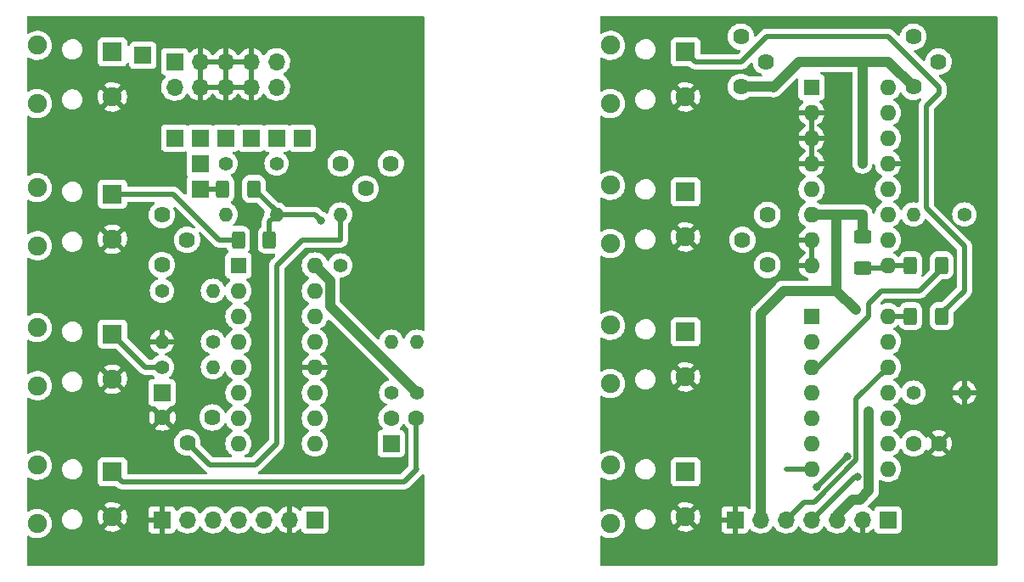
<source format=gbr>
%TF.GenerationSoftware,KiCad,Pcbnew,(6.0.5)*%
%TF.CreationDate,2023-05-16T23:55:54-04:00*%
%TF.ProjectId,as3340_no_mux,61733333-3430-45f6-9e6f-5f6d75782e6b,rev?*%
%TF.SameCoordinates,Original*%
%TF.FileFunction,Copper,L2,Bot*%
%TF.FilePolarity,Positive*%
%FSLAX46Y46*%
G04 Gerber Fmt 4.6, Leading zero omitted, Abs format (unit mm)*
G04 Created by KiCad (PCBNEW (6.0.5)) date 2023-05-16 23:55:54*
%MOMM*%
%LPD*%
G01*
G04 APERTURE LIST*
G04 Aperture macros list*
%AMRoundRect*
0 Rectangle with rounded corners*
0 $1 Rounding radius*
0 $2 $3 $4 $5 $6 $7 $8 $9 X,Y pos of 4 corners*
0 Add a 4 corners polygon primitive as box body*
4,1,4,$2,$3,$4,$5,$6,$7,$8,$9,$2,$3,0*
0 Add four circle primitives for the rounded corners*
1,1,$1+$1,$2,$3*
1,1,$1+$1,$4,$5*
1,1,$1+$1,$6,$7*
1,1,$1+$1,$8,$9*
0 Add four rect primitives between the rounded corners*
20,1,$1+$1,$2,$3,$4,$5,0*
20,1,$1+$1,$4,$5,$6,$7,0*
20,1,$1+$1,$6,$7,$8,$9,0*
20,1,$1+$1,$8,$9,$2,$3,0*%
G04 Aperture macros list end*
%TA.AperFunction,ComponentPad*%
%ADD10R,1.700000X1.700000*%
%TD*%
%TA.AperFunction,ComponentPad*%
%ADD11C,1.900000*%
%TD*%
%TA.AperFunction,ComponentPad*%
%ADD12R,1.900000X1.900000*%
%TD*%
%TA.AperFunction,ComponentPad*%
%ADD13O,1.700000X1.700000*%
%TD*%
%TA.AperFunction,ComponentPad*%
%ADD14C,1.400000*%
%TD*%
%TA.AperFunction,ComponentPad*%
%ADD15O,1.400000X1.400000*%
%TD*%
%TA.AperFunction,SMDPad,CuDef*%
%ADD16RoundRect,0.250000X-0.400000X-0.625000X0.400000X-0.625000X0.400000X0.625000X-0.400000X0.625000X0*%
%TD*%
%TA.AperFunction,SMDPad,CuDef*%
%ADD17RoundRect,0.250000X0.400000X0.625000X-0.400000X0.625000X-0.400000X-0.625000X0.400000X-0.625000X0*%
%TD*%
%TA.AperFunction,ComponentPad*%
%ADD18C,1.620000*%
%TD*%
%TA.AperFunction,ComponentPad*%
%ADD19C,1.600000*%
%TD*%
%TA.AperFunction,ComponentPad*%
%ADD20R,1.600000X1.600000*%
%TD*%
%TA.AperFunction,ComponentPad*%
%ADD21O,1.600000X1.600000*%
%TD*%
%TA.AperFunction,SMDPad,CuDef*%
%ADD22RoundRect,0.250000X-0.625000X0.400000X-0.625000X-0.400000X0.625000X-0.400000X0.625000X0.400000X0*%
%TD*%
%TA.AperFunction,ViaPad*%
%ADD23C,3.000000*%
%TD*%
%TA.AperFunction,ViaPad*%
%ADD24C,0.800000*%
%TD*%
%TA.AperFunction,Conductor*%
%ADD25C,1.000000*%
%TD*%
%TA.AperFunction,Conductor*%
%ADD26C,0.500000*%
%TD*%
G04 APERTURE END LIST*
D10*
%TO.P,J18,1,Pin_1*%
%TO.N,Net-(J3-Pad1)*%
X53340000Y-114300000D03*
%TD*%
D11*
%TO.P,J2,T*%
%TO.N,Net-(R24-Pad2)*%
X37100000Y-125050479D03*
X37100000Y-119250479D03*
%TO.P,J2,S*%
%TO.N,GND*%
X44600000Y-124400479D03*
D12*
%TO.P,J2,R*%
%TO.N,Net-(R24-Pad2)*%
X44600000Y-119900479D03*
%TD*%
D10*
%TO.P,J16,1,Pin_1*%
%TO.N,Net-(R2-Pad2)*%
X50800000Y-114300000D03*
%TD*%
%TO.P,J17,1,Pin_1*%
%TO.N,Net-(R8-Pad1)*%
X55880000Y-114300000D03*
%TD*%
%TO.P,J3,1,Pin_1*%
%TO.N,Net-(J3-Pad1)*%
X53340000Y-116840000D03*
%TD*%
D11*
%TO.P,J1,T*%
%TO.N,Net-(J1-PadR)*%
X37100000Y-110850000D03*
X37100000Y-105050000D03*
%TO.P,J1,S*%
%TO.N,GND*%
X44600000Y-110200000D03*
D12*
%TO.P,J1,R*%
%TO.N,Net-(J1-PadR)*%
X44600000Y-105700000D03*
%TD*%
D10*
%TO.P,J6,1,Pin_1*%
%TO.N,Net-(R20-Pad1)*%
X53340000Y-119380000D03*
%TD*%
%TO.P,J9,1,Pin_1*%
%TO.N,Net-(C7-Pad1)*%
X49530000Y-139700000D03*
%TD*%
%TO.P,J10,1,Pin_1*%
%TO.N,Net-(C3-Pad1)*%
X72390000Y-144780000D03*
%TD*%
D13*
%TO.P,J11,10,Pin_10*%
%TO.N,+15V*%
X60960000Y-109220000D03*
%TO.P,J11,9,Pin_9*%
X60960000Y-106680000D03*
%TO.P,J11,8,Pin_8*%
%TO.N,GND*%
X58420000Y-109220000D03*
%TO.P,J11,7,Pin_7*%
X58420000Y-106680000D03*
%TO.P,J11,6,Pin_6*%
X55880000Y-109220000D03*
%TO.P,J11,5,Pin_5*%
X55880000Y-106680000D03*
%TO.P,J11,4,Pin_4*%
X53340000Y-109220000D03*
%TO.P,J11,3,Pin_3*%
X53340000Y-106680000D03*
%TO.P,J11,2,Pin_2*%
%TO.N,-15V*%
X50800000Y-109220000D03*
D10*
%TO.P,J11,1,Pin_1*%
X50800000Y-106680000D03*
%TD*%
D11*
%TO.P,J5,T*%
%TO.N,Net-(R40-Pad1)*%
X37100000Y-139020479D03*
X37100000Y-133220479D03*
%TO.P,J5,S*%
%TO.N,GND*%
X44600000Y-138370479D03*
D12*
%TO.P,J5,R*%
%TO.N,Net-(R40-Pad1)*%
X44600000Y-133870479D03*
%TD*%
%TO.P,J4,R*%
%TO.N,Net-(C1-Pad2)*%
X44600000Y-147610000D03*
D11*
%TO.P,J4,S*%
%TO.N,GND*%
X44600000Y-152110000D03*
%TO.P,J4,T*%
%TO.N,Net-(C1-Pad2)*%
X37100000Y-146960000D03*
X37100000Y-152760000D03*
%TD*%
D10*
%TO.P,J19,1,Pin_1*%
%TO.N,Net-(R6-Pad2)*%
X58420000Y-114300000D03*
%TD*%
%TO.P,J20,1,Pin_1*%
%TO.N,Net-(R19-Pad1)*%
X60960000Y-114300000D03*
%TD*%
%TO.P,J21,1,Pin_1*%
%TO.N,Net-(R16-Pad1)*%
X63500000Y-114300000D03*
%TD*%
D14*
%TO.P,R8,1*%
%TO.N,Net-(R8-Pad1)*%
X55880000Y-116840000D03*
D15*
%TO.P,R8,2*%
%TO.N,+15V*%
X55880000Y-121920000D03*
%TD*%
%TO.P,R11,2*%
%TO.N,Net-(R10-Pad2)*%
X72390000Y-134620000D03*
D14*
%TO.P,R11,1*%
%TO.N,Net-(C1-Pad1)*%
X72390000Y-139700000D03*
%TD*%
D16*
%TO.P,R20,1*%
%TO.N,Net-(R20-Pad1)*%
X55600000Y-119380000D03*
%TO.P,R20,2*%
%TO.N,Net-(R17-Pad1)*%
X58700000Y-119380000D03*
%TD*%
D17*
%TO.P,R24,1*%
%TO.N,Net-(R17-Pad1)*%
X60250000Y-124460000D03*
%TO.P,R24,2*%
%TO.N,Net-(R24-Pad2)*%
X57150000Y-124460000D03*
%TD*%
D15*
%TO.P,R10,2*%
%TO.N,Net-(R10-Pad2)*%
X74930000Y-134620000D03*
D14*
%TO.P,R10,1*%
%TO.N,+15V*%
X74930000Y-139700000D03*
%TD*%
D15*
%TO.P,R40,2*%
%TO.N,Net-(R40-Pad2)*%
X54610000Y-137160000D03*
D14*
%TO.P,R40,1*%
%TO.N,Net-(R40-Pad1)*%
X49530000Y-137160000D03*
%TD*%
%TO.P,R17,1*%
%TO.N,Net-(R17-Pad1)*%
X67310000Y-127000000D03*
D15*
%TO.P,R17,2*%
%TO.N,Net-(R17-Pad2)*%
X67310000Y-121920000D03*
%TD*%
%TO.P,R19,2*%
%TO.N,Net-(R17-Pad1)*%
X60960000Y-121920000D03*
D14*
%TO.P,R19,1*%
%TO.N,Net-(R19-Pad1)*%
X60960000Y-116840000D03*
%TD*%
D15*
%TO.P,R39,2*%
%TO.N,Net-(R39-Pad2)*%
X54610000Y-129540000D03*
D14*
%TO.P,R39,1*%
%TO.N,Net-(R39-Pad1)*%
X49530000Y-129540000D03*
%TD*%
%TO.P,R48,1*%
%TO.N,Net-(R40-Pad2)*%
X54610000Y-134620000D03*
D15*
%TO.P,R48,2*%
%TO.N,GND*%
X49530000Y-134620000D03*
%TD*%
D18*
%TO.P,RV5,1,1*%
%TO.N,Net-(RV5-Pad1)*%
X54570000Y-142185000D03*
%TO.P,RV5,2,2*%
%TO.N,Net-(R17-Pad2)*%
X52070000Y-144685000D03*
%TO.P,RV5,3,3*%
%TO.N,GND*%
X49570000Y-142185000D03*
%TD*%
%TO.P,RV9,1,1*%
%TO.N,Net-(R38-Pad1)*%
X49530000Y-121960000D03*
%TO.P,RV9,2,2*%
%TO.N,Net-(R39-Pad1)*%
X52030000Y-124460000D03*
%TO.P,RV9,3,3*%
X49530000Y-126960000D03*
%TD*%
%TO.P,RV7,1,1*%
%TO.N,Net-(RV7-Pad1)*%
X72350000Y-116840000D03*
%TO.P,RV7,2,2*%
X69850000Y-119340000D03*
%TO.P,RV7,3,3*%
%TO.N,+15V*%
X67350000Y-116840000D03*
%TD*%
D19*
%TO.P,C1,2*%
%TO.N,Net-(C1-Pad2)*%
X74910000Y-142240000D03*
%TO.P,C1,1*%
%TO.N,Net-(C1-Pad1)*%
X72410000Y-142240000D03*
%TD*%
D10*
%TO.P,J22,1,Pin_1*%
%TO.N,Net-(J22-Pad1)*%
X64770000Y-152400000D03*
D13*
%TO.P,J22,2,Pin_2*%
%TO.N,GND*%
X62230000Y-152400000D03*
%TO.P,J22,3,Pin_3*%
%TO.N,+15V*%
X59690000Y-152400000D03*
%TO.P,J22,4,Pin_4*%
%TO.N,Net-(J22-Pad4)*%
X57150000Y-152400000D03*
%TO.P,J22,5,Pin_5*%
%TO.N,Net-(J22-Pad5)*%
X54610000Y-152400000D03*
%TO.P,J22,6,Pin_6*%
%TO.N,-15V*%
X52070000Y-152400000D03*
%TD*%
D10*
%TO.P,J25,1,Pin_1*%
%TO.N,Net-(J1-PadR)*%
X47625000Y-106045000D03*
%TD*%
%TO.P,J27,1,Pin_1*%
%TO.N,GND*%
X49530000Y-152400000D03*
%TD*%
D20*
%TO.P,U2,1,SCALE1*%
%TO.N,Net-(R38-Pad2)*%
X57160000Y-127015000D03*
D21*
%TO.P,U2,2,SCALE2*%
%TO.N,Net-(R39-Pad2)*%
X57160000Y-129555000D03*
%TO.P,U2,3,VEE*%
%TO.N,Net-(R39-Pad1)*%
X57160000Y-132095000D03*
%TO.P,U2,4,VP*%
%TO.N,Net-(J22-Pad4)*%
X57160000Y-134635000D03*
%TO.P,U2,5,VPWM*%
%TO.N,Net-(R40-Pad2)*%
X57160000Y-137175000D03*
%TO.P,U2,6,VHSI*%
%TO.N,Net-(C7-Pad2)*%
X57160000Y-139715000D03*
%TO.P,U2,7,VHFT*%
%TO.N,Net-(RV5-Pad1)*%
X57160000Y-142255000D03*
%TO.P,U2,8,VSO*%
%TO.N,Net-(J22-Pad5)*%
X57160000Y-144795000D03*
%TO.P,U2,9,VSSI*%
%TO.N,Net-(C3-Pad2)*%
X64780000Y-144795000D03*
%TO.P,U2,10,VTO*%
%TO.N,Net-(J22-Pad1)*%
X64780000Y-142255000D03*
%TO.P,U2,11,CAP*%
%TO.N,Net-(C11-Pad2)*%
X64780000Y-139715000D03*
%TO.P,U2,12,GND*%
%TO.N,GND*%
X64780000Y-137175000D03*
%TO.P,U2,13,VLFI*%
%TO.N,Net-(R10-Pad2)*%
X64780000Y-134635000D03*
%TO.P,U2,14,VS*%
%TO.N,Net-(R46-Pad1)*%
X64780000Y-132095000D03*
%TO.P,U2,15,VFCI*%
%TO.N,Net-(R17-Pad1)*%
X64780000Y-129555000D03*
%TO.P,U2,16,VCC*%
%TO.N,+15V*%
X64780000Y-127015000D03*
%TD*%
D10*
%TO.P,J26,1,Pin_1*%
%TO.N,GND*%
X106680000Y-152400000D03*
%TD*%
%TO.P,J23,1,Pin_1*%
%TO.N,Net-(U4-Pad5)*%
X121920000Y-152400000D03*
D13*
%TO.P,J23,2,Pin_2*%
%TO.N,GND*%
X119380000Y-152400000D03*
%TO.P,J23,3,Pin_3*%
%TO.N,+15V*%
X116840000Y-152400000D03*
%TO.P,J23,4,Pin_4*%
%TO.N,Net-(R58-Pad1)*%
X114300000Y-152400000D03*
%TO.P,J23,5,Pin_5*%
%TO.N,Net-(U4-Pad12)*%
X111760000Y-152400000D03*
%TO.P,J23,6,Pin_6*%
%TO.N,-15V*%
X109220000Y-152400000D03*
%TD*%
D19*
%TO.P,D1,1,K*%
%TO.N,GND*%
X127000000Y-144780000D03*
%TO.P,D1,2,A*%
%TO.N,Net-(D1-Pad2)*%
X124500000Y-144780000D03*
%TD*%
D21*
%TO.P,U4,14*%
%TO.N,Net-(R67-Pad1)*%
X121930000Y-132075000D03*
%TO.P,U4,13,-*%
X121930000Y-134615000D03*
%TO.P,U4,12,+*%
%TO.N,Net-(U4-Pad12)*%
X121930000Y-137155000D03*
%TO.P,U4,11,V-*%
%TO.N,-15V*%
X121930000Y-139695000D03*
%TO.P,U4,10,+*%
%TO.N,Net-(D1-Pad2)*%
X121930000Y-142235000D03*
%TO.P,U4,9,-*%
%TO.N,Net-(R66-Pad1)*%
X121930000Y-144775000D03*
%TO.P,U4,8*%
X121930000Y-147315000D03*
%TO.P,U4,7*%
%TO.N,Net-(R64-Pad2)*%
X114310000Y-147315000D03*
%TO.P,U4,6,-*%
%TO.N,Net-(R62-Pad2)*%
X114310000Y-144775000D03*
%TO.P,U4,5,+*%
%TO.N,Net-(U4-Pad5)*%
X114310000Y-142235000D03*
%TO.P,U4,4,V+*%
%TO.N,+15V*%
X114310000Y-139695000D03*
%TO.P,U4,3,+*%
%TO.N,Net-(U4-Pad3)*%
X114310000Y-137155000D03*
%TO.P,U4,2,-*%
%TO.N,Net-(R69-Pad1)*%
X114310000Y-134615000D03*
D20*
%TO.P,U4,1*%
X114310000Y-132075000D03*
%TD*%
%TO.P,U1,1*%
%TO.N,unconnected-(U1-Pad1)*%
X114310000Y-109235000D03*
D21*
%TO.P,U1,2,DIODE_BIAS*%
%TO.N,GND*%
X114310000Y-111775000D03*
%TO.P,U1,3,+*%
X114310000Y-114315000D03*
%TO.P,U1,4,-*%
X114310000Y-116855000D03*
%TO.P,U1,5*%
%TO.N,unconnected-(U1-Pad5)*%
X114310000Y-119395000D03*
%TO.P,U1,6,V-*%
%TO.N,-15V*%
X114310000Y-121935000D03*
%TO.P,U1,7*%
%TO.N,GND*%
X114310000Y-124475000D03*
%TO.P,U1,8*%
X114310000Y-127015000D03*
%TO.P,U1,9*%
%TO.N,Net-(R34-Pad2)*%
X121930000Y-127015000D03*
%TO.P,U1,10*%
%TO.N,Net-(U1-Pad12)*%
X121930000Y-124475000D03*
%TO.P,U1,11,V+*%
%TO.N,+15V*%
X121930000Y-121935000D03*
%TO.P,U1,12*%
%TO.N,Net-(U1-Pad12)*%
X121930000Y-119395000D03*
%TO.P,U1,13,-*%
%TO.N,GND*%
X121930000Y-116855000D03*
%TO.P,U1,14,+*%
%TO.N,Net-(R51-Pad2)*%
X121930000Y-114315000D03*
%TO.P,U1,15,DIODE_BIAS*%
%TO.N,unconnected-(U1-Pad15)*%
X121930000Y-111775000D03*
%TO.P,U1,16*%
%TO.N,Net-(R36-Pad2)*%
X121930000Y-109235000D03*
%TD*%
D18*
%TO.P,SineShapeTrim1,1,1*%
%TO.N,Net-(R64-Pad2)*%
X109910000Y-126960000D03*
%TO.P,SineShapeTrim1,2,2*%
%TO.N,Net-(R54-Pad2)*%
X107410000Y-124460000D03*
%TO.P,SineShapeTrim1,3,3*%
X109910000Y-121960000D03*
%TD*%
%TO.P,SineLevelTrim1,1,1*%
%TO.N,Net-(R36-Pad1)*%
X124460000Y-104180000D03*
%TO.P,SineLevelTrim1,2,2*%
X126960000Y-106680000D03*
%TO.P,SineLevelTrim1,3,3*%
%TO.N,+15V*%
X124460000Y-109180000D03*
%TD*%
%TO.P,SineBiasTrim1,3,3*%
%TO.N,+15V*%
X107260000Y-109180000D03*
%TO.P,SineBiasTrim1,2,2*%
%TO.N,Net-(R55-Pad2)*%
X109760000Y-106680000D03*
%TO.P,SineBiasTrim1,1,1*%
%TO.N,-15V*%
X107260000Y-104180000D03*
%TD*%
D16*
%TO.P,R67,1*%
%TO.N,Net-(R67-Pad1)*%
X124180000Y-132080000D03*
%TO.P,R67,2*%
%TO.N,Net-(R67-Pad2)*%
X127280000Y-132080000D03*
%TD*%
D14*
%TO.P,R60,1*%
%TO.N,Net-(D1-Pad2)*%
X124460000Y-139700000D03*
D15*
%TO.P,R60,2*%
%TO.N,GND*%
X129540000Y-139700000D03*
%TD*%
D14*
%TO.P,R37,1*%
%TO.N,+15V*%
X129540000Y-121920000D03*
D15*
%TO.P,R37,2*%
%TO.N,Net-(U1-Pad12)*%
X124460000Y-121920000D03*
%TD*%
D22*
%TO.P,R34,1*%
%TO.N,-15V*%
X119380000Y-124180000D03*
%TO.P,R34,2*%
%TO.N,Net-(R34-Pad2)*%
X119380000Y-127280000D03*
%TD*%
D16*
%TO.P,R3,1*%
%TO.N,Net-(R34-Pad2)*%
X124180000Y-127000000D03*
%TO.P,R3,2*%
%TO.N,Net-(U4-Pad3)*%
X127280000Y-127000000D03*
%TD*%
D12*
%TO.P,J15,R*%
%TO.N,Net-(R66-Pad2)*%
X101750000Y-147610000D03*
D11*
%TO.P,J15,S*%
%TO.N,GND*%
X101750000Y-152110000D03*
%TO.P,J15,T*%
%TO.N,Net-(R66-Pad2)*%
X94250000Y-146960000D03*
X94250000Y-152760000D03*
%TD*%
D12*
%TO.P,J14,R*%
%TO.N,Net-(R67-Pad2)*%
X101750000Y-105700000D03*
D11*
%TO.P,J14,S*%
%TO.N,GND*%
X101750000Y-110200000D03*
%TO.P,J14,T*%
%TO.N,Net-(R67-Pad2)*%
X94250000Y-105050000D03*
X94250000Y-110850000D03*
%TD*%
D12*
%TO.P,J13,R*%
%TO.N,Net-(R69-Pad2)*%
X101750000Y-119670000D03*
D11*
%TO.P,J13,S*%
%TO.N,GND*%
X101750000Y-124170000D03*
%TO.P,J13,T*%
%TO.N,Net-(R69-Pad2)*%
X94250000Y-119020000D03*
X94250000Y-124820000D03*
%TD*%
D12*
%TO.P,J12,R*%
%TO.N,Net-(R68-Pad2)*%
X101750000Y-133640000D03*
D11*
%TO.P,J12,S*%
%TO.N,GND*%
X101750000Y-138140000D03*
%TO.P,J12,T*%
%TO.N,Net-(R68-Pad2)*%
X94250000Y-132990000D03*
X94250000Y-138790000D03*
%TD*%
D23*
%TO.N,GND*%
X73660000Y-154940000D03*
D24*
%TO.N,Net-(R17-Pad1)*%
X65405000Y-122555000D03*
D23*
%TO.N,GND*%
X130810000Y-154940000D03*
X73660000Y-104140000D03*
X130810000Y-104140000D03*
D24*
%TO.N,+15V*%
X119380000Y-116840000D03*
%TO.N,Net-(R66-Pad2)*%
X114808000Y-149098000D03*
%TO.N,Net-(R58-Pad1)*%
X118872000Y-148082000D03*
%TO.N,Net-(R66-Pad2)*%
X117856000Y-146050000D03*
%TO.N,+15V*%
X120015000Y-141605000D03*
%TO.N,-15V*%
X118745000Y-131445000D03*
%TD*%
D25*
%TO.N,+15V*%
X66279511Y-131049511D02*
X74930000Y-139700000D01*
X66279511Y-128514511D02*
X66279511Y-131049511D01*
X64780000Y-127015000D02*
X66279511Y-128514511D01*
X119380000Y-116840000D02*
X119380000Y-106680000D01*
X119380000Y-106680000D02*
X113030000Y-106680000D01*
X121960000Y-106680000D02*
X119380000Y-106680000D01*
X110450000Y-109180000D02*
X107260000Y-109180000D01*
X113030000Y-106680000D02*
X110490000Y-109220000D01*
X110490000Y-109220000D02*
X110450000Y-109180000D01*
X124460000Y-109180000D02*
X121960000Y-106680000D01*
%TO.N,-15V*%
X111521000Y-129525000D02*
X116825000Y-129525000D01*
X109220000Y-131826000D02*
X111521000Y-129525000D01*
X109220000Y-152400000D02*
X109220000Y-131826000D01*
D26*
%TO.N,Net-(R66-Pad2)*%
X114808000Y-149098000D02*
X117856000Y-146050000D01*
X101750000Y-147610000D02*
X102144000Y-147610000D01*
%TO.N,Net-(U4-Pad12)*%
X118745000Y-146431000D02*
X118745000Y-140340000D01*
X114554000Y-150622000D02*
X118745000Y-146431000D01*
X118745000Y-140340000D02*
X121930000Y-137155000D01*
X111760000Y-152400000D02*
X113538000Y-150622000D01*
X113538000Y-150622000D02*
X114554000Y-150622000D01*
%TO.N,Net-(R58-Pad1)*%
X118618000Y-148082000D02*
X118872000Y-148082000D01*
X114300000Y-152400000D02*
X118618000Y-148082000D01*
D25*
%TO.N,+15V*%
X119126000Y-150368000D02*
X118364000Y-150368000D01*
X118364000Y-150368000D02*
X116840000Y-151892000D01*
X120015000Y-149479000D02*
X119126000Y-150368000D01*
X120015000Y-141605000D02*
X120015000Y-149479000D01*
X116840000Y-151892000D02*
X116840000Y-152400000D01*
D26*
%TO.N,Net-(R67-Pad2)*%
X102730000Y-106680000D02*
X101750000Y-105700000D01*
X107315000Y-106680000D02*
X102730000Y-106680000D01*
X109855000Y-104140000D02*
X107315000Y-106680000D01*
X121920000Y-104140000D02*
X109855000Y-104140000D01*
X127000000Y-109220000D02*
X121920000Y-104140000D01*
X125730000Y-111125000D02*
X127000000Y-109855000D01*
X125730000Y-121285000D02*
X125730000Y-111125000D01*
X129540000Y-125095000D02*
X125730000Y-121285000D01*
X129540000Y-129540000D02*
X129540000Y-125095000D01*
X127280000Y-131800000D02*
X129540000Y-129540000D01*
X127280000Y-132080000D02*
X127280000Y-131800000D01*
X127000000Y-109855000D02*
X127000000Y-109220000D01*
%TO.N,Net-(R67-Pad1)*%
X124175000Y-132075000D02*
X124180000Y-132080000D01*
X121930000Y-132075000D02*
X124175000Y-132075000D01*
%TO.N,Net-(U4-Pad3)*%
X114940000Y-137155000D02*
X114310000Y-137155000D01*
X120015000Y-132080000D02*
X114940000Y-137155000D01*
X120015000Y-130810000D02*
X120015000Y-132080000D01*
X121285000Y-129540000D02*
X120015000Y-130810000D01*
X125095000Y-129540000D02*
X121285000Y-129540000D01*
X127280000Y-127000000D02*
X127280000Y-127355000D01*
X127280000Y-127355000D02*
X125095000Y-129540000D01*
%TO.N,Net-(R34-Pad2)*%
X124165000Y-127015000D02*
X124180000Y-127000000D01*
X121930000Y-127015000D02*
X124165000Y-127015000D01*
D25*
%TO.N,-15V*%
X116825000Y-129525000D02*
X118745000Y-131445000D01*
D26*
%TO.N,Net-(R64-Pad2)*%
X111765000Y-147315000D02*
X111760000Y-147320000D01*
X114310000Y-147315000D02*
X111765000Y-147315000D01*
D25*
%TO.N,-15V*%
X116825000Y-121935000D02*
X116825000Y-129525000D01*
X116825000Y-121935000D02*
X114310000Y-121935000D01*
X119365000Y-121935000D02*
X116825000Y-121935000D01*
X119380000Y-121950000D02*
X119365000Y-121935000D01*
X119380000Y-124180000D02*
X119380000Y-121950000D01*
D26*
%TO.N,Net-(R34-Pad2)*%
X121665000Y-127280000D02*
X121930000Y-127015000D01*
X119380000Y-127280000D02*
X121665000Y-127280000D01*
D25*
%TO.N,-15V*%
X119380000Y-121920000D02*
X119365000Y-121935000D01*
D26*
%TO.N,Net-(R24-Pad2)*%
X55245000Y-124460000D02*
X57150000Y-124460000D01*
X50685479Y-119900479D02*
X55245000Y-124460000D01*
X44600000Y-119900479D02*
X50685479Y-119900479D01*
%TO.N,Net-(R17-Pad1)*%
X64770000Y-121920000D02*
X65405000Y-122555000D01*
X60960000Y-121920000D02*
X64770000Y-121920000D01*
%TO.N,Net-(R17-Pad2)*%
X63500000Y-124460000D02*
X60960000Y-127000000D01*
X67310000Y-124460000D02*
X63500000Y-124460000D01*
X67310000Y-121920000D02*
X67310000Y-124460000D01*
%TO.N,Net-(C1-Pad2)*%
X45580000Y-148590000D02*
X44600000Y-147610000D01*
X74930000Y-147320000D02*
X73660000Y-148590000D01*
X73660000Y-148590000D02*
X45580000Y-148590000D01*
X74910000Y-142240000D02*
X74910000Y-147300000D01*
X74910000Y-147300000D02*
X74930000Y-147320000D01*
%TO.N,Net-(R17-Pad2)*%
X54295480Y-146910480D02*
X52070000Y-144685000D01*
X60960000Y-144780000D02*
X58829520Y-146910480D01*
X60960000Y-127000000D02*
X60960000Y-144780000D01*
X58829520Y-146910480D02*
X54295480Y-146910480D01*
%TO.N,Net-(R40-Pad1)*%
X47889521Y-137160000D02*
X44600000Y-133870479D01*
X49530000Y-137160000D02*
X47889521Y-137160000D01*
%TO.N,Net-(R17-Pad1)*%
X60250000Y-122630000D02*
X60960000Y-121920000D01*
X60250000Y-124460000D02*
X60250000Y-122630000D01*
%TO.N,Net-(R20-Pad1)*%
X55600000Y-119380000D02*
X53340000Y-119380000D01*
%TO.N,Net-(R17-Pad1)*%
X60960000Y-121640000D02*
X58700000Y-119380000D01*
X60960000Y-121920000D02*
X60960000Y-121640000D01*
%TD*%
%TA.AperFunction,Conductor*%
%TO.N,GND*%
G36*
X132783621Y-102128502D02*
G01*
X132830114Y-102182158D01*
X132841500Y-102234500D01*
X132841500Y-156845500D01*
X132821498Y-156913621D01*
X132767842Y-156960114D01*
X132715500Y-156971500D01*
X93344500Y-156971500D01*
X93276379Y-156951498D01*
X93229886Y-156897842D01*
X93218500Y-156845500D01*
X93218500Y-154065865D01*
X93238502Y-153997744D01*
X93292158Y-153951251D01*
X93362432Y-153941147D01*
X93409921Y-153959940D01*
X93410571Y-153958828D01*
X93617643Y-154079831D01*
X93841697Y-154165389D01*
X93846763Y-154166420D01*
X93846764Y-154166420D01*
X93903039Y-154177869D01*
X94076716Y-154213204D01*
X94212264Y-154218174D01*
X94311225Y-154221803D01*
X94311229Y-154221803D01*
X94316389Y-154221992D01*
X94321509Y-154221336D01*
X94321511Y-154221336D01*
X94549151Y-154192175D01*
X94549152Y-154192175D01*
X94554279Y-154191518D01*
X94637935Y-154166420D01*
X94779042Y-154124086D01*
X94779047Y-154124084D01*
X94783997Y-154122599D01*
X94999374Y-154017087D01*
X95003579Y-154014087D01*
X95003585Y-154014084D01*
X95105838Y-153941147D01*
X95194627Y-153877815D01*
X95364511Y-153708523D01*
X95370194Y-153700615D01*
X95501445Y-153517958D01*
X95504463Y-153513758D01*
X95539043Y-153443792D01*
X95608433Y-153303392D01*
X95608434Y-153303390D01*
X95610727Y-153298750D01*
X95680447Y-153069274D01*
X95711752Y-152831492D01*
X95713499Y-152760000D01*
X95705152Y-152658475D01*
X95694271Y-152526124D01*
X95694270Y-152526118D01*
X95693847Y-152520973D01*
X95655095Y-152366695D01*
X95651636Y-152352925D01*
X96736645Y-152352925D01*
X96737204Y-152359065D01*
X96751939Y-152520973D01*
X96754570Y-152549888D01*
X96756308Y-152555794D01*
X96756309Y-152555798D01*
X96782154Y-152643611D01*
X96810410Y-152739619D01*
X96813263Y-152745077D01*
X96813265Y-152745081D01*
X96821065Y-152760000D01*
X96902040Y-152914890D01*
X97025968Y-153069025D01*
X97030692Y-153072989D01*
X97032705Y-153074678D01*
X97177474Y-153196154D01*
X97182872Y-153199121D01*
X97182877Y-153199125D01*
X97326180Y-153277905D01*
X97350787Y-153291433D01*
X97356654Y-153293294D01*
X97356656Y-153293295D01*
X97506045Y-153340684D01*
X97539306Y-153351235D01*
X97693227Y-153368500D01*
X97799769Y-153368500D01*
X97802825Y-153368200D01*
X97802832Y-153368200D01*
X97861340Y-153362463D01*
X97946833Y-153354080D01*
X97952734Y-153352298D01*
X97952736Y-153352298D01*
X98052464Y-153322188D01*
X98096476Y-153308900D01*
X100916358Y-153308900D01*
X100919661Y-153313560D01*
X101113399Y-153426771D01*
X101122686Y-153431221D01*
X101337006Y-153513062D01*
X101346908Y-153515939D01*
X101571699Y-153561673D01*
X101581951Y-153562896D01*
X101811202Y-153571302D01*
X101821488Y-153570835D01*
X102049043Y-153541684D01*
X102059129Y-153539541D01*
X102278864Y-153473617D01*
X102288459Y-153469856D01*
X102494466Y-153368935D01*
X102503332Y-153363650D01*
X102570945Y-153315421D01*
X102579346Y-153304721D01*
X102574006Y-153294669D01*
X105322001Y-153294669D01*
X105322371Y-153301490D01*
X105327895Y-153352352D01*
X105331521Y-153367604D01*
X105376676Y-153488054D01*
X105385214Y-153503649D01*
X105461715Y-153605724D01*
X105474276Y-153618285D01*
X105576351Y-153694786D01*
X105591946Y-153703324D01*
X105712394Y-153748478D01*
X105727649Y-153752105D01*
X105778514Y-153757631D01*
X105785328Y-153758000D01*
X106407885Y-153758000D01*
X106423124Y-153753525D01*
X106424329Y-153752135D01*
X106426000Y-153744452D01*
X106426000Y-152672115D01*
X106421525Y-152656876D01*
X106420135Y-152655671D01*
X106412452Y-152654000D01*
X105340116Y-152654000D01*
X105324877Y-152658475D01*
X105323672Y-152659865D01*
X105322001Y-152667548D01*
X105322001Y-153294669D01*
X102574006Y-153294669D01*
X102572358Y-153291568D01*
X101762812Y-152482022D01*
X101748868Y-152474408D01*
X101747035Y-152474539D01*
X101740420Y-152478790D01*
X100923635Y-153295575D01*
X100916358Y-153308900D01*
X98096476Y-153308900D01*
X98136169Y-153296916D01*
X98310796Y-153204066D01*
X98435847Y-153102077D01*
X98459287Y-153082960D01*
X98459290Y-153082957D01*
X98464062Y-153079065D01*
X98476344Y-153064219D01*
X98586201Y-152931425D01*
X98586203Y-152931421D01*
X98590130Y-152926675D01*
X98684198Y-152752701D01*
X98742682Y-152563768D01*
X98744786Y-152543749D01*
X98762711Y-152373204D01*
X98762711Y-152373202D01*
X98763355Y-152367075D01*
X98746766Y-152184789D01*
X98745989Y-152176251D01*
X98745988Y-152176248D01*
X98745430Y-152170112D01*
X98736608Y-152140135D01*
X98718736Y-152079412D01*
X100287737Y-152079412D01*
X100300944Y-152308451D01*
X100302377Y-152318653D01*
X100352810Y-152542442D01*
X100355898Y-152552295D01*
X100442204Y-152764840D01*
X100446852Y-152774041D01*
X100543736Y-152932143D01*
X100554192Y-152941604D01*
X100562970Y-152937820D01*
X101377978Y-152122812D01*
X101384356Y-152111132D01*
X102114408Y-152111132D01*
X102114539Y-152112965D01*
X102118790Y-152119580D01*
X102932130Y-152932920D01*
X102944141Y-152939479D01*
X102955880Y-152930511D01*
X103001012Y-152867702D01*
X103006327Y-152858857D01*
X103107966Y-152653206D01*
X103111765Y-152643611D01*
X103178453Y-152424120D01*
X103180632Y-152414039D01*
X103210813Y-152184789D01*
X103211332Y-152178114D01*
X103212560Y-152127885D01*
X105322000Y-152127885D01*
X105326475Y-152143124D01*
X105327865Y-152144329D01*
X105335548Y-152146000D01*
X106407885Y-152146000D01*
X106423124Y-152141525D01*
X106424329Y-152140135D01*
X106426000Y-152132452D01*
X106426000Y-151060116D01*
X106421525Y-151044877D01*
X106420135Y-151043672D01*
X106412452Y-151042001D01*
X105785331Y-151042001D01*
X105778510Y-151042371D01*
X105727648Y-151047895D01*
X105712396Y-151051521D01*
X105591946Y-151096676D01*
X105576351Y-151105214D01*
X105474276Y-151181715D01*
X105461715Y-151194276D01*
X105385214Y-151296351D01*
X105376676Y-151311946D01*
X105331522Y-151432394D01*
X105327895Y-151447649D01*
X105322369Y-151498514D01*
X105322000Y-151505328D01*
X105322000Y-152127885D01*
X103212560Y-152127885D01*
X103212915Y-152113364D01*
X103212721Y-152106647D01*
X103193776Y-151876206D01*
X103192093Y-151866044D01*
X103136204Y-151643539D01*
X103132883Y-151633784D01*
X103041409Y-151423410D01*
X103036531Y-151414312D01*
X102955384Y-151288876D01*
X102944698Y-151279674D01*
X102935133Y-151284077D01*
X102122022Y-152097188D01*
X102114408Y-152111132D01*
X101384356Y-152111132D01*
X101385592Y-152108868D01*
X101385461Y-152107035D01*
X101381210Y-152100420D01*
X100567884Y-151287094D01*
X100556348Y-151280794D01*
X100544065Y-151290418D01*
X100480849Y-151383089D01*
X100475756Y-151392053D01*
X100379163Y-151600145D01*
X100375606Y-151609813D01*
X100314299Y-151830879D01*
X100312368Y-151840999D01*
X100287989Y-152069123D01*
X100287737Y-152079412D01*
X98718736Y-152079412D01*
X98691330Y-151986294D01*
X98689590Y-151980381D01*
X98679919Y-151961881D01*
X98600813Y-151810568D01*
X98597960Y-151805110D01*
X98474032Y-151650975D01*
X98467727Y-151645684D01*
X98394251Y-151584031D01*
X98322526Y-151523846D01*
X98317128Y-151520879D01*
X98317123Y-151520875D01*
X98154608Y-151431533D01*
X98154609Y-151431533D01*
X98149213Y-151428567D01*
X98143346Y-151426706D01*
X98143344Y-151426705D01*
X97966564Y-151370627D01*
X97966563Y-151370627D01*
X97960694Y-151368765D01*
X97806773Y-151351500D01*
X97700231Y-151351500D01*
X97697175Y-151351800D01*
X97697168Y-151351800D01*
X97638660Y-151357537D01*
X97553167Y-151365920D01*
X97547266Y-151367702D01*
X97547264Y-151367702D01*
X97492048Y-151384373D01*
X97363831Y-151423084D01*
X97189204Y-151515934D01*
X97124092Y-151569038D01*
X97040713Y-151637040D01*
X97040710Y-151637043D01*
X97035938Y-151640935D01*
X97032011Y-151645682D01*
X97032009Y-151645684D01*
X96913799Y-151788575D01*
X96913797Y-151788579D01*
X96909870Y-151793325D01*
X96815802Y-151967299D01*
X96757318Y-152156232D01*
X96756674Y-152162357D01*
X96756674Y-152162358D01*
X96743431Y-152288364D01*
X96736645Y-152352925D01*
X95651636Y-152352925D01*
X95636679Y-152293375D01*
X95636678Y-152293371D01*
X95635420Y-152288364D01*
X95633364Y-152283634D01*
X95633361Y-152283627D01*
X95541847Y-152073159D01*
X95541845Y-152073156D01*
X95539787Y-152068422D01*
X95482831Y-151980381D01*
X95412325Y-151871396D01*
X95412323Y-151871393D01*
X95409515Y-151867053D01*
X95358118Y-151810568D01*
X95251582Y-151693487D01*
X95251580Y-151693486D01*
X95248104Y-151689665D01*
X95244053Y-151686466D01*
X95244049Y-151686462D01*
X95063946Y-151544226D01*
X95059888Y-151541021D01*
X94849922Y-151425113D01*
X94712643Y-151376500D01*
X94628720Y-151346781D01*
X94628716Y-151346780D01*
X94623845Y-151345055D01*
X94618752Y-151344148D01*
X94618749Y-151344147D01*
X94392816Y-151303902D01*
X94392810Y-151303901D01*
X94387727Y-151302996D01*
X94300460Y-151301930D01*
X94153081Y-151300129D01*
X94153079Y-151300129D01*
X94147911Y-151300066D01*
X93910837Y-151336343D01*
X93682871Y-151410854D01*
X93641493Y-151432394D01*
X93475302Y-151518908D01*
X93470136Y-151521597D01*
X93420151Y-151559127D01*
X93353668Y-151584031D01*
X93284272Y-151569038D01*
X93233999Y-151518908D01*
X93218500Y-151458365D01*
X93218500Y-150914999D01*
X100919795Y-150914999D01*
X100926540Y-150927330D01*
X101737188Y-151737978D01*
X101751132Y-151745592D01*
X101752965Y-151745461D01*
X101759580Y-151741210D01*
X102574590Y-150926200D01*
X102581611Y-150913343D01*
X102573838Y-150902676D01*
X102563667Y-150894643D01*
X102555083Y-150888940D01*
X102354250Y-150778074D01*
X102344838Y-150773844D01*
X102128591Y-150697266D01*
X102118620Y-150694632D01*
X101892769Y-150654402D01*
X101882516Y-150653433D01*
X101653116Y-150650630D01*
X101642832Y-150651350D01*
X101416067Y-150686050D01*
X101406039Y-150688439D01*
X101187984Y-150759710D01*
X101178475Y-150763707D01*
X100974993Y-150869633D01*
X100966268Y-150875127D01*
X100928248Y-150903674D01*
X100919795Y-150914999D01*
X93218500Y-150914999D01*
X93218500Y-148608134D01*
X100291500Y-148608134D01*
X100298255Y-148670316D01*
X100349385Y-148806705D01*
X100436739Y-148923261D01*
X100553295Y-149010615D01*
X100689684Y-149061745D01*
X100751866Y-149068500D01*
X102748134Y-149068500D01*
X102810316Y-149061745D01*
X102946705Y-149010615D01*
X103063261Y-148923261D01*
X103150615Y-148806705D01*
X103201745Y-148670316D01*
X103208500Y-148608134D01*
X103208500Y-146611866D01*
X103201745Y-146549684D01*
X103150615Y-146413295D01*
X103063261Y-146296739D01*
X102946705Y-146209385D01*
X102810316Y-146158255D01*
X102748134Y-146151500D01*
X100751866Y-146151500D01*
X100689684Y-146158255D01*
X100553295Y-146209385D01*
X100436739Y-146296739D01*
X100349385Y-146413295D01*
X100298255Y-146549684D01*
X100291500Y-146611866D01*
X100291500Y-148608134D01*
X93218500Y-148608134D01*
X93218500Y-148265865D01*
X93238502Y-148197744D01*
X93292158Y-148151251D01*
X93362432Y-148141147D01*
X93409921Y-148159940D01*
X93410571Y-148158828D01*
X93617643Y-148279831D01*
X93622468Y-148281673D01*
X93622469Y-148281674D01*
X93654811Y-148294024D01*
X93841697Y-148365389D01*
X93846763Y-148366420D01*
X93846764Y-148366420D01*
X93856988Y-148368500D01*
X94076716Y-148413204D01*
X94212264Y-148418174D01*
X94311225Y-148421803D01*
X94311229Y-148421803D01*
X94316389Y-148421992D01*
X94321509Y-148421336D01*
X94321511Y-148421336D01*
X94549151Y-148392175D01*
X94549152Y-148392175D01*
X94554279Y-148391518D01*
X94637935Y-148366420D01*
X94779042Y-148324086D01*
X94779047Y-148324084D01*
X94783997Y-148322599D01*
X94999374Y-148217087D01*
X95003579Y-148214087D01*
X95003585Y-148214084D01*
X95125349Y-148127230D01*
X95194627Y-148077815D01*
X95364511Y-147908523D01*
X95504463Y-147713758D01*
X95560744Y-147599884D01*
X95608433Y-147503392D01*
X95608434Y-147503390D01*
X95610727Y-147498750D01*
X95655032Y-147352925D01*
X96736645Y-147352925D01*
X96737204Y-147359065D01*
X96750339Y-147503392D01*
X96754570Y-147549888D01*
X96810410Y-147739619D01*
X96813263Y-147745077D01*
X96813265Y-147745081D01*
X96860720Y-147835853D01*
X96902040Y-147914890D01*
X97025968Y-148069025D01*
X97030692Y-148072989D01*
X97036443Y-148077815D01*
X97177474Y-148196154D01*
X97182872Y-148199121D01*
X97182877Y-148199125D01*
X97324941Y-148277224D01*
X97350787Y-148291433D01*
X97356654Y-148293294D01*
X97356656Y-148293295D01*
X97454576Y-148324357D01*
X97539306Y-148351235D01*
X97693227Y-148368500D01*
X97799769Y-148368500D01*
X97802825Y-148368200D01*
X97802832Y-148368200D01*
X97861340Y-148362463D01*
X97946833Y-148354080D01*
X97952734Y-148352298D01*
X97952736Y-148352298D01*
X98058651Y-148320320D01*
X98136169Y-148296916D01*
X98310796Y-148204066D01*
X98446361Y-148093502D01*
X98459287Y-148082960D01*
X98459290Y-148082957D01*
X98464062Y-148079065D01*
X98468111Y-148074171D01*
X98586201Y-147931425D01*
X98586203Y-147931421D01*
X98590130Y-147926675D01*
X98684198Y-147752701D01*
X98742682Y-147563768D01*
X98750036Y-147493799D01*
X98762711Y-147373204D01*
X98762711Y-147373202D01*
X98763355Y-147367075D01*
X98753988Y-147264147D01*
X98745989Y-147176251D01*
X98745988Y-147176248D01*
X98745430Y-147170112D01*
X98722557Y-147092393D01*
X98704688Y-147031682D01*
X98689590Y-146980381D01*
X98680695Y-146963365D01*
X98627061Y-146860775D01*
X98597960Y-146805110D01*
X98474032Y-146650975D01*
X98467727Y-146645684D01*
X98382670Y-146574313D01*
X98322526Y-146523846D01*
X98317128Y-146520879D01*
X98317123Y-146520875D01*
X98154608Y-146431533D01*
X98154609Y-146431533D01*
X98149213Y-146428567D01*
X98143346Y-146426706D01*
X98143344Y-146426705D01*
X97966564Y-146370627D01*
X97966563Y-146370627D01*
X97960694Y-146368765D01*
X97806773Y-146351500D01*
X97700231Y-146351500D01*
X97697175Y-146351800D01*
X97697168Y-146351800D01*
X97638660Y-146357537D01*
X97553167Y-146365920D01*
X97547266Y-146367702D01*
X97547264Y-146367702D01*
X97473947Y-146389838D01*
X97363831Y-146423084D01*
X97189204Y-146515934D01*
X97102938Y-146586291D01*
X97040713Y-146637040D01*
X97040710Y-146637043D01*
X97035938Y-146640935D01*
X97032011Y-146645682D01*
X97032009Y-146645684D01*
X96913799Y-146788575D01*
X96913797Y-146788579D01*
X96909870Y-146793325D01*
X96815802Y-146967299D01*
X96757318Y-147156232D01*
X96756674Y-147162357D01*
X96756674Y-147162358D01*
X96740056Y-147320475D01*
X96736645Y-147352925D01*
X95655032Y-147352925D01*
X95680447Y-147269274D01*
X95711752Y-147031492D01*
X95711864Y-147026903D01*
X95713417Y-146963365D01*
X95713417Y-146963361D01*
X95713499Y-146960000D01*
X95701576Y-146814979D01*
X95694271Y-146726124D01*
X95694270Y-146726118D01*
X95693847Y-146720973D01*
X95656382Y-146571818D01*
X95636679Y-146493375D01*
X95636678Y-146493371D01*
X95635420Y-146488364D01*
X95633364Y-146483634D01*
X95633361Y-146483627D01*
X95541847Y-146273159D01*
X95541845Y-146273156D01*
X95539787Y-146268422D01*
X95518950Y-146236212D01*
X95412325Y-146071396D01*
X95412323Y-146071393D01*
X95409515Y-146067053D01*
X95390358Y-146045999D01*
X95251582Y-145893487D01*
X95251580Y-145893486D01*
X95248104Y-145889665D01*
X95244053Y-145886466D01*
X95244049Y-145886462D01*
X95063946Y-145744226D01*
X95059888Y-145741021D01*
X94849922Y-145625113D01*
X94727458Y-145581746D01*
X94628720Y-145546781D01*
X94628716Y-145546780D01*
X94623845Y-145545055D01*
X94618752Y-145544148D01*
X94618749Y-145544147D01*
X94392816Y-145503902D01*
X94392810Y-145503901D01*
X94387727Y-145502996D01*
X94300460Y-145501930D01*
X94153081Y-145500129D01*
X94153079Y-145500129D01*
X94147911Y-145500066D01*
X93910837Y-145536343D01*
X93682871Y-145610854D01*
X93598867Y-145654584D01*
X93475129Y-145718998D01*
X93470136Y-145721597D01*
X93420151Y-145759127D01*
X93353668Y-145784031D01*
X93284272Y-145769038D01*
X93233999Y-145718908D01*
X93218500Y-145658365D01*
X93218500Y-140095865D01*
X93238502Y-140027744D01*
X93292158Y-139981251D01*
X93362432Y-139971147D01*
X93409921Y-139989940D01*
X93410571Y-139988828D01*
X93617643Y-140109831D01*
X93622468Y-140111673D01*
X93622469Y-140111674D01*
X93701580Y-140141884D01*
X93841697Y-140195389D01*
X93846763Y-140196420D01*
X93846764Y-140196420D01*
X93900999Y-140207454D01*
X94076716Y-140243204D01*
X94212264Y-140248174D01*
X94311225Y-140251803D01*
X94311229Y-140251803D01*
X94316389Y-140251992D01*
X94321509Y-140251336D01*
X94321511Y-140251336D01*
X94549151Y-140222175D01*
X94549152Y-140222175D01*
X94554279Y-140221518D01*
X94559229Y-140220033D01*
X94779042Y-140154086D01*
X94779047Y-140154084D01*
X94783997Y-140152599D01*
X94999374Y-140047087D01*
X95003579Y-140044087D01*
X95003585Y-140044084D01*
X95123604Y-139958475D01*
X95194627Y-139907815D01*
X95364511Y-139738523D01*
X95380941Y-139715659D01*
X95501445Y-139547958D01*
X95504463Y-139543758D01*
X95528648Y-139494825D01*
X95608433Y-139333392D01*
X95608434Y-139333390D01*
X95610727Y-139328750D01*
X95680447Y-139099274D01*
X95711752Y-138861492D01*
X95711834Y-138858142D01*
X95713417Y-138793365D01*
X95713417Y-138793361D01*
X95713499Y-138790000D01*
X95701749Y-138647088D01*
X95694271Y-138556124D01*
X95694270Y-138556118D01*
X95693847Y-138550973D01*
X95655191Y-138397075D01*
X95651637Y-138382925D01*
X96736645Y-138382925D01*
X96737204Y-138389065D01*
X96753019Y-138562842D01*
X96754570Y-138579888D01*
X96810410Y-138769619D01*
X96813263Y-138775077D01*
X96813265Y-138775081D01*
X96821065Y-138790000D01*
X96902040Y-138944890D01*
X97025968Y-139099025D01*
X97030692Y-139102989D01*
X97037933Y-139109065D01*
X97177474Y-139226154D01*
X97182872Y-139229121D01*
X97182877Y-139229125D01*
X97326180Y-139307905D01*
X97350787Y-139321433D01*
X97356654Y-139323294D01*
X97356656Y-139323295D01*
X97426406Y-139345421D01*
X97539306Y-139381235D01*
X97693227Y-139398500D01*
X97799769Y-139398500D01*
X97802825Y-139398200D01*
X97802832Y-139398200D01*
X97861340Y-139392463D01*
X97946833Y-139384080D01*
X97952734Y-139382298D01*
X97952736Y-139382298D01*
X98026053Y-139360162D01*
X98096476Y-139338900D01*
X100916358Y-139338900D01*
X100919661Y-139343560D01*
X101113399Y-139456771D01*
X101122686Y-139461221D01*
X101337006Y-139543062D01*
X101346908Y-139545939D01*
X101571699Y-139591673D01*
X101581951Y-139592896D01*
X101811202Y-139601302D01*
X101821488Y-139600835D01*
X102049043Y-139571684D01*
X102059129Y-139569541D01*
X102278864Y-139503617D01*
X102288459Y-139499856D01*
X102494466Y-139398935D01*
X102503332Y-139393650D01*
X102570945Y-139345421D01*
X102579346Y-139334721D01*
X102572358Y-139321568D01*
X101762812Y-138512022D01*
X101748868Y-138504408D01*
X101747035Y-138504539D01*
X101740420Y-138508790D01*
X100923635Y-139325575D01*
X100916358Y-139338900D01*
X98096476Y-139338900D01*
X98136169Y-139326916D01*
X98310796Y-139234066D01*
X98397062Y-139163709D01*
X98459287Y-139112960D01*
X98459290Y-139112957D01*
X98464062Y-139109065D01*
X98476344Y-139094219D01*
X98586201Y-138961425D01*
X98586203Y-138961421D01*
X98590130Y-138956675D01*
X98684198Y-138782701D01*
X98742682Y-138593768D01*
X98744786Y-138573749D01*
X98762711Y-138403204D01*
X98762711Y-138403202D01*
X98763355Y-138397075D01*
X98746766Y-138214789D01*
X98745989Y-138206251D01*
X98745988Y-138206248D01*
X98745430Y-138200112D01*
X98728729Y-138143364D01*
X98718736Y-138109412D01*
X100287737Y-138109412D01*
X100300944Y-138338451D01*
X100302377Y-138348653D01*
X100352810Y-138572442D01*
X100355898Y-138582295D01*
X100442204Y-138794840D01*
X100446852Y-138804041D01*
X100543736Y-138962143D01*
X100554192Y-138971604D01*
X100562970Y-138967820D01*
X101377978Y-138152812D01*
X101384356Y-138141132D01*
X102114408Y-138141132D01*
X102114539Y-138142965D01*
X102118790Y-138149580D01*
X102932130Y-138962920D01*
X102944141Y-138969479D01*
X102955880Y-138960511D01*
X103001012Y-138897702D01*
X103006327Y-138888857D01*
X103107966Y-138683206D01*
X103111765Y-138673611D01*
X103178453Y-138454120D01*
X103180632Y-138444039D01*
X103210813Y-138214789D01*
X103211332Y-138208114D01*
X103212915Y-138143364D01*
X103212721Y-138136647D01*
X103193776Y-137906206D01*
X103192093Y-137896044D01*
X103136204Y-137673539D01*
X103132883Y-137663784D01*
X103041409Y-137453410D01*
X103036531Y-137444312D01*
X102955384Y-137318876D01*
X102944698Y-137309674D01*
X102935133Y-137314077D01*
X102122022Y-138127188D01*
X102114408Y-138141132D01*
X101384356Y-138141132D01*
X101385592Y-138138868D01*
X101385461Y-138137035D01*
X101381210Y-138130420D01*
X100567884Y-137317094D01*
X100556348Y-137310794D01*
X100544065Y-137320418D01*
X100480849Y-137413089D01*
X100475756Y-137422053D01*
X100379163Y-137630145D01*
X100375606Y-137639813D01*
X100314299Y-137860879D01*
X100312368Y-137870999D01*
X100287989Y-138099123D01*
X100287737Y-138109412D01*
X98718736Y-138109412D01*
X98691330Y-138016294D01*
X98689590Y-138010381D01*
X98685835Y-138003197D01*
X98600813Y-137840568D01*
X98597960Y-137835110D01*
X98474032Y-137680975D01*
X98467727Y-137675684D01*
X98413455Y-137630145D01*
X98322526Y-137553846D01*
X98317128Y-137550879D01*
X98317123Y-137550875D01*
X98154608Y-137461533D01*
X98154609Y-137461533D01*
X98149213Y-137458567D01*
X98143346Y-137456706D01*
X98143344Y-137456705D01*
X97966564Y-137400627D01*
X97966563Y-137400627D01*
X97960694Y-137398765D01*
X97806773Y-137381500D01*
X97700231Y-137381500D01*
X97697175Y-137381800D01*
X97697168Y-137381800D01*
X97638856Y-137387518D01*
X97553167Y-137395920D01*
X97547266Y-137397702D01*
X97547264Y-137397702D01*
X97480068Y-137417990D01*
X97363831Y-137453084D01*
X97189204Y-137545934D01*
X97154515Y-137574226D01*
X97040713Y-137667040D01*
X97040710Y-137667043D01*
X97035938Y-137670935D01*
X97032011Y-137675682D01*
X97032009Y-137675684D01*
X96913799Y-137818575D01*
X96913797Y-137818579D01*
X96909870Y-137823325D01*
X96815802Y-137997299D01*
X96757318Y-138186232D01*
X96756674Y-138192357D01*
X96756674Y-138192358D01*
X96739471Y-138356041D01*
X96736645Y-138382925D01*
X95651637Y-138382925D01*
X95636679Y-138323375D01*
X95636678Y-138323371D01*
X95635420Y-138318364D01*
X95633364Y-138313634D01*
X95633361Y-138313627D01*
X95541847Y-138103159D01*
X95541845Y-138103156D01*
X95539787Y-138098422D01*
X95482831Y-138010381D01*
X95412325Y-137901396D01*
X95412323Y-137901393D01*
X95409515Y-137897053D01*
X95358118Y-137840568D01*
X95251582Y-137723487D01*
X95251580Y-137723486D01*
X95248104Y-137719665D01*
X95244053Y-137716466D01*
X95244049Y-137716462D01*
X95063946Y-137574226D01*
X95059888Y-137571021D01*
X94849922Y-137455113D01*
X94688863Y-137398079D01*
X94628720Y-137376781D01*
X94628716Y-137376780D01*
X94623845Y-137375055D01*
X94618752Y-137374148D01*
X94618749Y-137374147D01*
X94392816Y-137333902D01*
X94392810Y-137333901D01*
X94387727Y-137332996D01*
X94300460Y-137331930D01*
X94153081Y-137330129D01*
X94153079Y-137330129D01*
X94147911Y-137330066D01*
X93910837Y-137366343D01*
X93682871Y-137440854D01*
X93658797Y-137453386D01*
X93475302Y-137548908D01*
X93470136Y-137551597D01*
X93420151Y-137589127D01*
X93353668Y-137614031D01*
X93284272Y-137599038D01*
X93233999Y-137548908D01*
X93218500Y-137488365D01*
X93218500Y-136944999D01*
X100919795Y-136944999D01*
X100926540Y-136957330D01*
X101737188Y-137767978D01*
X101751132Y-137775592D01*
X101752965Y-137775461D01*
X101759580Y-137771210D01*
X102574590Y-136956200D01*
X102581611Y-136943343D01*
X102573838Y-136932676D01*
X102563667Y-136924643D01*
X102555083Y-136918940D01*
X102354250Y-136808074D01*
X102344838Y-136803844D01*
X102128591Y-136727266D01*
X102118620Y-136724632D01*
X101892769Y-136684402D01*
X101882516Y-136683433D01*
X101653116Y-136680630D01*
X101642832Y-136681350D01*
X101416067Y-136716050D01*
X101406039Y-136718439D01*
X101187984Y-136789710D01*
X101178475Y-136793707D01*
X100974993Y-136899633D01*
X100966268Y-136905127D01*
X100928248Y-136933674D01*
X100919795Y-136944999D01*
X93218500Y-136944999D01*
X93218500Y-134638134D01*
X100291500Y-134638134D01*
X100298255Y-134700316D01*
X100349385Y-134836705D01*
X100436739Y-134953261D01*
X100553295Y-135040615D01*
X100689684Y-135091745D01*
X100751866Y-135098500D01*
X102748134Y-135098500D01*
X102810316Y-135091745D01*
X102946705Y-135040615D01*
X103063261Y-134953261D01*
X103150615Y-134836705D01*
X103201745Y-134700316D01*
X103208500Y-134638134D01*
X103208500Y-132641866D01*
X103201745Y-132579684D01*
X103150615Y-132443295D01*
X103063261Y-132326739D01*
X102946705Y-132239385D01*
X102810316Y-132188255D01*
X102748134Y-132181500D01*
X100751866Y-132181500D01*
X100689684Y-132188255D01*
X100553295Y-132239385D01*
X100436739Y-132326739D01*
X100349385Y-132443295D01*
X100298255Y-132579684D01*
X100291500Y-132641866D01*
X100291500Y-134638134D01*
X93218500Y-134638134D01*
X93218500Y-134295865D01*
X93238502Y-134227744D01*
X93292158Y-134181251D01*
X93362432Y-134171147D01*
X93409921Y-134189940D01*
X93410571Y-134188828D01*
X93617643Y-134309831D01*
X93622468Y-134311673D01*
X93622469Y-134311674D01*
X93654811Y-134324024D01*
X93841697Y-134395389D01*
X93846763Y-134396420D01*
X93846764Y-134396420D01*
X93856988Y-134398500D01*
X94076716Y-134443204D01*
X94212264Y-134448174D01*
X94311225Y-134451803D01*
X94311229Y-134451803D01*
X94316389Y-134451992D01*
X94321509Y-134451336D01*
X94321511Y-134451336D01*
X94549151Y-134422175D01*
X94549152Y-134422175D01*
X94554279Y-134421518D01*
X94637935Y-134396420D01*
X94779042Y-134354086D01*
X94779047Y-134354084D01*
X94783997Y-134352599D01*
X94999374Y-134247087D01*
X95003579Y-134244087D01*
X95003585Y-134244084D01*
X95105838Y-134171147D01*
X95194627Y-134107815D01*
X95364511Y-133938523D01*
X95504463Y-133743758D01*
X95575685Y-133599653D01*
X95608433Y-133533392D01*
X95608434Y-133533390D01*
X95610727Y-133528750D01*
X95655032Y-133382925D01*
X96736645Y-133382925D01*
X96738096Y-133398868D01*
X96751935Y-133550929D01*
X96754570Y-133579888D01*
X96756308Y-133585794D01*
X96756309Y-133585798D01*
X96787249Y-133690924D01*
X96810410Y-133769619D01*
X96813263Y-133775077D01*
X96813265Y-133775081D01*
X96860720Y-133865853D01*
X96902040Y-133944890D01*
X97025968Y-134099025D01*
X97030692Y-134102989D01*
X97036443Y-134107815D01*
X97177474Y-134226154D01*
X97182872Y-134229121D01*
X97182877Y-134229125D01*
X97324941Y-134307224D01*
X97350787Y-134321433D01*
X97356654Y-134323294D01*
X97356656Y-134323295D01*
X97533436Y-134379373D01*
X97539306Y-134381235D01*
X97693227Y-134398500D01*
X97799769Y-134398500D01*
X97802825Y-134398200D01*
X97802832Y-134398200D01*
X97862052Y-134392393D01*
X97946833Y-134384080D01*
X97952734Y-134382298D01*
X97952736Y-134382298D01*
X98058651Y-134350320D01*
X98136169Y-134326916D01*
X98310796Y-134234066D01*
X98400659Y-134160775D01*
X98459287Y-134112960D01*
X98459290Y-134112957D01*
X98464062Y-134109065D01*
X98584701Y-133963238D01*
X98586201Y-133961425D01*
X98586203Y-133961421D01*
X98590130Y-133956675D01*
X98684198Y-133782701D01*
X98742682Y-133593768D01*
X98757452Y-133453238D01*
X98762711Y-133403204D01*
X98762711Y-133403202D01*
X98763355Y-133397075D01*
X98748902Y-133238261D01*
X98745989Y-133206251D01*
X98745988Y-133206248D01*
X98745430Y-133200112D01*
X98740842Y-133184521D01*
X98705609Y-133064810D01*
X98689590Y-133010381D01*
X98680695Y-132993365D01*
X98611582Y-132861166D01*
X98597960Y-132835110D01*
X98474032Y-132680975D01*
X98467727Y-132675684D01*
X98416772Y-132632928D01*
X98322526Y-132553846D01*
X98317128Y-132550879D01*
X98317123Y-132550875D01*
X98154608Y-132461533D01*
X98154609Y-132461533D01*
X98149213Y-132458567D01*
X98143346Y-132456706D01*
X98143344Y-132456705D01*
X97966564Y-132400627D01*
X97966563Y-132400627D01*
X97960694Y-132398765D01*
X97806773Y-132381500D01*
X97700231Y-132381500D01*
X97697175Y-132381800D01*
X97697168Y-132381800D01*
X97638660Y-132387537D01*
X97553167Y-132395920D01*
X97547266Y-132397702D01*
X97547264Y-132397702D01*
X97473947Y-132419838D01*
X97363831Y-132453084D01*
X97189204Y-132545934D01*
X97129865Y-132594330D01*
X97040713Y-132667040D01*
X97040710Y-132667043D01*
X97035938Y-132670935D01*
X97032011Y-132675682D01*
X97032009Y-132675684D01*
X96913799Y-132818575D01*
X96913797Y-132818579D01*
X96909870Y-132823325D01*
X96815802Y-132997299D01*
X96757318Y-133186232D01*
X96756674Y-133192357D01*
X96756674Y-133192358D01*
X96737295Y-133376745D01*
X96736645Y-133382925D01*
X95655032Y-133382925D01*
X95680447Y-133299274D01*
X95711752Y-133061492D01*
X95712747Y-133020791D01*
X95713417Y-132993365D01*
X95713417Y-132993361D01*
X95713499Y-132990000D01*
X95702907Y-132861166D01*
X95694271Y-132756124D01*
X95694270Y-132756118D01*
X95693847Y-132750973D01*
X95652163Y-132585020D01*
X95636679Y-132523375D01*
X95636678Y-132523371D01*
X95635420Y-132518364D01*
X95633364Y-132513634D01*
X95633361Y-132513627D01*
X95541847Y-132303159D01*
X95541845Y-132303156D01*
X95539787Y-132298422D01*
X95532465Y-132287103D01*
X95412325Y-132101396D01*
X95412323Y-132101393D01*
X95409515Y-132097053D01*
X95283189Y-131958222D01*
X95251582Y-131923487D01*
X95251580Y-131923486D01*
X95248104Y-131919665D01*
X95244053Y-131916466D01*
X95244049Y-131916462D01*
X95070557Y-131779447D01*
X95059888Y-131771021D01*
X94849922Y-131655113D01*
X94720937Y-131609437D01*
X94628720Y-131576781D01*
X94628716Y-131576780D01*
X94623845Y-131575055D01*
X94618752Y-131574148D01*
X94618749Y-131574147D01*
X94392816Y-131533902D01*
X94392810Y-131533901D01*
X94387727Y-131532996D01*
X94300460Y-131531930D01*
X94153081Y-131530129D01*
X94153079Y-131530129D01*
X94147911Y-131530066D01*
X93910837Y-131566343D01*
X93682871Y-131640854D01*
X93678279Y-131643244D01*
X93678280Y-131643244D01*
X93475302Y-131748908D01*
X93470136Y-131751597D01*
X93420151Y-131789127D01*
X93353668Y-131814031D01*
X93284272Y-131799038D01*
X93233999Y-131748908D01*
X93218500Y-131688365D01*
X93218500Y-126960000D01*
X108586464Y-126960000D01*
X108606571Y-127189830D01*
X108666283Y-127412676D01*
X108687773Y-127458761D01*
X108761458Y-127616781D01*
X108761461Y-127616786D01*
X108763784Y-127621768D01*
X108896113Y-127810753D01*
X109059247Y-127973887D01*
X109063755Y-127977044D01*
X109063758Y-127977046D01*
X109104813Y-128005793D01*
X109248232Y-128106216D01*
X109253214Y-128108539D01*
X109253219Y-128108542D01*
X109351452Y-128154348D01*
X109457324Y-128203717D01*
X109680170Y-128263429D01*
X109910000Y-128283536D01*
X110139830Y-128263429D01*
X110362676Y-128203717D01*
X110468548Y-128154348D01*
X110566781Y-128108542D01*
X110566786Y-128108539D01*
X110571768Y-128106216D01*
X110715187Y-128005793D01*
X110756242Y-127977046D01*
X110756245Y-127977044D01*
X110760753Y-127973887D01*
X110923887Y-127810753D01*
X111056216Y-127621768D01*
X111058539Y-127616786D01*
X111058542Y-127616781D01*
X111132227Y-127458761D01*
X111153717Y-127412676D01*
X111213429Y-127189830D01*
X111233536Y-126960000D01*
X111213429Y-126730170D01*
X111153717Y-126507324D01*
X111104754Y-126402323D01*
X111058542Y-126303219D01*
X111058539Y-126303214D01*
X111056216Y-126298232D01*
X110932703Y-126121837D01*
X110927046Y-126113758D01*
X110927044Y-126113755D01*
X110923887Y-126109247D01*
X110760753Y-125946113D01*
X110756245Y-125942956D01*
X110756242Y-125942954D01*
X110659409Y-125875151D01*
X110571768Y-125813784D01*
X110566786Y-125811461D01*
X110566781Y-125811458D01*
X110424260Y-125745000D01*
X110362676Y-125716283D01*
X110139830Y-125656571D01*
X109910000Y-125636464D01*
X109680170Y-125656571D01*
X109457324Y-125716283D01*
X109395740Y-125745000D01*
X109253219Y-125811458D01*
X109253214Y-125811461D01*
X109248232Y-125813784D01*
X109160591Y-125875151D01*
X109063758Y-125942954D01*
X109063755Y-125942956D01*
X109059247Y-125946113D01*
X108896113Y-126109247D01*
X108892956Y-126113755D01*
X108892954Y-126113758D01*
X108887297Y-126121837D01*
X108763784Y-126298232D01*
X108761461Y-126303214D01*
X108761458Y-126303219D01*
X108715246Y-126402323D01*
X108666283Y-126507324D01*
X108606571Y-126730170D01*
X108586464Y-126960000D01*
X93218500Y-126960000D01*
X93218500Y-126125865D01*
X93238502Y-126057744D01*
X93292158Y-126011251D01*
X93362432Y-126001147D01*
X93409921Y-126019940D01*
X93410571Y-126018828D01*
X93617643Y-126139831D01*
X93622468Y-126141673D01*
X93622469Y-126141674D01*
X93688276Y-126166803D01*
X93841697Y-126225389D01*
X93846763Y-126226420D01*
X93846764Y-126226420D01*
X93849507Y-126226978D01*
X94076716Y-126273204D01*
X94212264Y-126278174D01*
X94311225Y-126281803D01*
X94311229Y-126281803D01*
X94316389Y-126281992D01*
X94321509Y-126281336D01*
X94321511Y-126281336D01*
X94549151Y-126252175D01*
X94549152Y-126252175D01*
X94554279Y-126251518D01*
X94637935Y-126226420D01*
X94779042Y-126184086D01*
X94779047Y-126184084D01*
X94783997Y-126182599D01*
X94999374Y-126077087D01*
X95003579Y-126074087D01*
X95003585Y-126074084D01*
X95105838Y-126001147D01*
X95194627Y-125937815D01*
X95364511Y-125768523D01*
X95368172Y-125763429D01*
X95501445Y-125577958D01*
X95504463Y-125573758D01*
X95545256Y-125491221D01*
X95608433Y-125363392D01*
X95608434Y-125363390D01*
X95610727Y-125358750D01*
X95680447Y-125129274D01*
X95711752Y-124891492D01*
X95712799Y-124848650D01*
X95713417Y-124823365D01*
X95713417Y-124823361D01*
X95713499Y-124820000D01*
X95703436Y-124697607D01*
X95694271Y-124586124D01*
X95694270Y-124586118D01*
X95693847Y-124580973D01*
X95655191Y-124427075D01*
X95651637Y-124412925D01*
X96736645Y-124412925D01*
X96737204Y-124419065D01*
X96753681Y-124600116D01*
X96754570Y-124609888D01*
X96756308Y-124615794D01*
X96756309Y-124615798D01*
X96782154Y-124703611D01*
X96810410Y-124799619D01*
X96813263Y-124805077D01*
X96813265Y-124805081D01*
X96842393Y-124860796D01*
X96902040Y-124974890D01*
X97025968Y-125129025D01*
X97030692Y-125132989D01*
X97034289Y-125136007D01*
X97177474Y-125256154D01*
X97182872Y-125259121D01*
X97182877Y-125259125D01*
X97303333Y-125325345D01*
X97350787Y-125351433D01*
X97356654Y-125353294D01*
X97356656Y-125353295D01*
X97426406Y-125375421D01*
X97539306Y-125411235D01*
X97693227Y-125428500D01*
X97799769Y-125428500D01*
X97802825Y-125428200D01*
X97802832Y-125428200D01*
X97861340Y-125422463D01*
X97946833Y-125414080D01*
X97952734Y-125412298D01*
X97952736Y-125412298D01*
X98026053Y-125390162D01*
X98096476Y-125368900D01*
X100916358Y-125368900D01*
X100919661Y-125373560D01*
X101113399Y-125486771D01*
X101122686Y-125491221D01*
X101337006Y-125573062D01*
X101346908Y-125575939D01*
X101571699Y-125621673D01*
X101581951Y-125622896D01*
X101811202Y-125631302D01*
X101821488Y-125630835D01*
X102049043Y-125601684D01*
X102059129Y-125599541D01*
X102278864Y-125533617D01*
X102288459Y-125529856D01*
X102494466Y-125428935D01*
X102503332Y-125423650D01*
X102570945Y-125375421D01*
X102579346Y-125364721D01*
X102572358Y-125351568D01*
X101762812Y-124542022D01*
X101748868Y-124534408D01*
X101747035Y-124534539D01*
X101740420Y-124538790D01*
X100923635Y-125355575D01*
X100916358Y-125368900D01*
X98096476Y-125368900D01*
X98136169Y-125356916D01*
X98310796Y-125264066D01*
X98397062Y-125193709D01*
X98459287Y-125142960D01*
X98459290Y-125142957D01*
X98464062Y-125139065D01*
X98469089Y-125132989D01*
X98586201Y-124991425D01*
X98586203Y-124991421D01*
X98590130Y-124986675D01*
X98684198Y-124812701D01*
X98742682Y-124623768D01*
X98744786Y-124603749D01*
X98762711Y-124433204D01*
X98762711Y-124433202D01*
X98763355Y-124427075D01*
X98746766Y-124244789D01*
X98745989Y-124236251D01*
X98745988Y-124236248D01*
X98745430Y-124230112D01*
X98742749Y-124221000D01*
X98718736Y-124139412D01*
X100287737Y-124139412D01*
X100300944Y-124368451D01*
X100302377Y-124378653D01*
X100352810Y-124602442D01*
X100355898Y-124612295D01*
X100442204Y-124824840D01*
X100446852Y-124834041D01*
X100543736Y-124992143D01*
X100554192Y-125001604D01*
X100562970Y-124997820D01*
X101377978Y-124182812D01*
X101384356Y-124171132D01*
X102114408Y-124171132D01*
X102114539Y-124172965D01*
X102118790Y-124179580D01*
X102932130Y-124992920D01*
X102944141Y-124999479D01*
X102955880Y-124990511D01*
X103001012Y-124927702D01*
X103006327Y-124918857D01*
X103107966Y-124713206D01*
X103111765Y-124703611D01*
X103178453Y-124484120D01*
X103180632Y-124474039D01*
X103182480Y-124460000D01*
X106086464Y-124460000D01*
X106106571Y-124689830D01*
X106166283Y-124912676D01*
X106200789Y-124986675D01*
X106261458Y-125116781D01*
X106261461Y-125116786D01*
X106263784Y-125121768D01*
X106337728Y-125227370D01*
X106370672Y-125274419D01*
X106396113Y-125310753D01*
X106559247Y-125473887D01*
X106563755Y-125477044D01*
X106563758Y-125477046D01*
X106577647Y-125486771D01*
X106748232Y-125606216D01*
X106753214Y-125608539D01*
X106753219Y-125608542D01*
X106802029Y-125631302D01*
X106957324Y-125703717D01*
X107180170Y-125763429D01*
X107410000Y-125783536D01*
X107639830Y-125763429D01*
X107862676Y-125703717D01*
X108017971Y-125631302D01*
X108066781Y-125608542D01*
X108066786Y-125608539D01*
X108071768Y-125606216D01*
X108242353Y-125486771D01*
X108256242Y-125477046D01*
X108256245Y-125477044D01*
X108260753Y-125473887D01*
X108423887Y-125310753D01*
X108449329Y-125274419D01*
X108482272Y-125227370D01*
X108556216Y-125121768D01*
X108558539Y-125116786D01*
X108558542Y-125116781D01*
X108619211Y-124986675D01*
X108653717Y-124912676D01*
X108699578Y-124741522D01*
X113027273Y-124741522D01*
X113074764Y-124918761D01*
X113078510Y-124929053D01*
X113170586Y-125126511D01*
X113176069Y-125136007D01*
X113301028Y-125314467D01*
X113308084Y-125322875D01*
X113462125Y-125476916D01*
X113470533Y-125483972D01*
X113648993Y-125608931D01*
X113658489Y-125614414D01*
X113693641Y-125630805D01*
X113746926Y-125677722D01*
X113766387Y-125745999D01*
X113745845Y-125813959D01*
X113693641Y-125859195D01*
X113658489Y-125875586D01*
X113648993Y-125881069D01*
X113470533Y-126006028D01*
X113462125Y-126013084D01*
X113308084Y-126167125D01*
X113301028Y-126175533D01*
X113176069Y-126353993D01*
X113170586Y-126363489D01*
X113078510Y-126560947D01*
X113074764Y-126571239D01*
X113028606Y-126743503D01*
X113028942Y-126757599D01*
X113036884Y-126761000D01*
X114037885Y-126761000D01*
X114053124Y-126756525D01*
X114054329Y-126755135D01*
X114056000Y-126747452D01*
X114056000Y-124747115D01*
X114051525Y-124731876D01*
X114050135Y-124730671D01*
X114042452Y-124729000D01*
X113042033Y-124729000D01*
X113028502Y-124732973D01*
X113027273Y-124741522D01*
X108699578Y-124741522D01*
X108713429Y-124689830D01*
X108733536Y-124460000D01*
X108713429Y-124230170D01*
X108653717Y-124007324D01*
X108584434Y-123858746D01*
X108558542Y-123803219D01*
X108558539Y-123803214D01*
X108556216Y-123798232D01*
X108448243Y-123644031D01*
X108427046Y-123613758D01*
X108427044Y-123613755D01*
X108423887Y-123609247D01*
X108260753Y-123446113D01*
X108256245Y-123442956D01*
X108256242Y-123442954D01*
X108141960Y-123362933D01*
X108071768Y-123313784D01*
X108066786Y-123311461D01*
X108066781Y-123311458D01*
X107931761Y-123248498D01*
X107862676Y-123216283D01*
X107639830Y-123156571D01*
X107410000Y-123136464D01*
X107180170Y-123156571D01*
X106957324Y-123216283D01*
X106888239Y-123248498D01*
X106753219Y-123311458D01*
X106753214Y-123311461D01*
X106748232Y-123313784D01*
X106678040Y-123362933D01*
X106563758Y-123442954D01*
X106563755Y-123442956D01*
X106559247Y-123446113D01*
X106396113Y-123609247D01*
X106392956Y-123613755D01*
X106392954Y-123613758D01*
X106371757Y-123644031D01*
X106263784Y-123798232D01*
X106261461Y-123803214D01*
X106261458Y-123803219D01*
X106235566Y-123858746D01*
X106166283Y-124007324D01*
X106106571Y-124230170D01*
X106086464Y-124460000D01*
X103182480Y-124460000D01*
X103210813Y-124244789D01*
X103211332Y-124238114D01*
X103212915Y-124173364D01*
X103212721Y-124166647D01*
X103193776Y-123936206D01*
X103192093Y-123926044D01*
X103136204Y-123703539D01*
X103132883Y-123693784D01*
X103041409Y-123483410D01*
X103036531Y-123474312D01*
X102955384Y-123348876D01*
X102944698Y-123339674D01*
X102935133Y-123344077D01*
X102122022Y-124157188D01*
X102114408Y-124171132D01*
X101384356Y-124171132D01*
X101385592Y-124168868D01*
X101385461Y-124167035D01*
X101381210Y-124160420D01*
X100567884Y-123347094D01*
X100556348Y-123340794D01*
X100544065Y-123350418D01*
X100480849Y-123443089D01*
X100475756Y-123452053D01*
X100379163Y-123660145D01*
X100375606Y-123669813D01*
X100314299Y-123890879D01*
X100312368Y-123900999D01*
X100287989Y-124129123D01*
X100287737Y-124139412D01*
X98718736Y-124139412D01*
X98712751Y-124119076D01*
X98689590Y-124040381D01*
X98679919Y-124021881D01*
X98611432Y-123890879D01*
X98597960Y-123865110D01*
X98474032Y-123710975D01*
X98467727Y-123705684D01*
X98378364Y-123630700D01*
X98322526Y-123583846D01*
X98317128Y-123580879D01*
X98317123Y-123580875D01*
X98154608Y-123491533D01*
X98154609Y-123491533D01*
X98149213Y-123488567D01*
X98143346Y-123486706D01*
X98143344Y-123486705D01*
X97966564Y-123430627D01*
X97966563Y-123430627D01*
X97960694Y-123428765D01*
X97806773Y-123411500D01*
X97700231Y-123411500D01*
X97697175Y-123411800D01*
X97697168Y-123411800D01*
X97638660Y-123417537D01*
X97553167Y-123425920D01*
X97547266Y-123427702D01*
X97547264Y-123427702D01*
X97486285Y-123446113D01*
X97363831Y-123483084D01*
X97189204Y-123575934D01*
X97116129Y-123635533D01*
X97040713Y-123697040D01*
X97040710Y-123697043D01*
X97035938Y-123700935D01*
X97032011Y-123705682D01*
X97032009Y-123705684D01*
X96913799Y-123848575D01*
X96913797Y-123848579D01*
X96909870Y-123853325D01*
X96815802Y-124027299D01*
X96757318Y-124216232D01*
X96756674Y-124222357D01*
X96756674Y-124222358D01*
X96743431Y-124348364D01*
X96736645Y-124412925D01*
X95651637Y-124412925D01*
X95636679Y-124353375D01*
X95636678Y-124353371D01*
X95635420Y-124348364D01*
X95633364Y-124343634D01*
X95633361Y-124343627D01*
X95541847Y-124133159D01*
X95541845Y-124133156D01*
X95539787Y-124128422D01*
X95512696Y-124086545D01*
X95412325Y-123931396D01*
X95412323Y-123931393D01*
X95409515Y-123927053D01*
X95358118Y-123870568D01*
X95251582Y-123753487D01*
X95251580Y-123753486D01*
X95248104Y-123749665D01*
X95244053Y-123746466D01*
X95244049Y-123746462D01*
X95063946Y-123604226D01*
X95059888Y-123601021D01*
X94849922Y-123485113D01*
X94688863Y-123428079D01*
X94628720Y-123406781D01*
X94628716Y-123406780D01*
X94623845Y-123405055D01*
X94618752Y-123404148D01*
X94618749Y-123404147D01*
X94392816Y-123363902D01*
X94392810Y-123363901D01*
X94387727Y-123362996D01*
X94300460Y-123361930D01*
X94153081Y-123360129D01*
X94153079Y-123360129D01*
X94147911Y-123360066D01*
X93910837Y-123396343D01*
X93682871Y-123470854D01*
X93658797Y-123483386D01*
X93475302Y-123578908D01*
X93470136Y-123581597D01*
X93420151Y-123619127D01*
X93353668Y-123644031D01*
X93284272Y-123629038D01*
X93233999Y-123578908D01*
X93218500Y-123518365D01*
X93218500Y-122974999D01*
X100919795Y-122974999D01*
X100926540Y-122987330D01*
X101737188Y-123797978D01*
X101751132Y-123805592D01*
X101752965Y-123805461D01*
X101759580Y-123801210D01*
X102574590Y-122986200D01*
X102581611Y-122973343D01*
X102573838Y-122962676D01*
X102563667Y-122954643D01*
X102555083Y-122948940D01*
X102354250Y-122838074D01*
X102344838Y-122833844D01*
X102128591Y-122757266D01*
X102118620Y-122754632D01*
X101892769Y-122714402D01*
X101882516Y-122713433D01*
X101653116Y-122710630D01*
X101642832Y-122711350D01*
X101416067Y-122746050D01*
X101406039Y-122748439D01*
X101187984Y-122819710D01*
X101178475Y-122823707D01*
X100974993Y-122929633D01*
X100966268Y-122935127D01*
X100928248Y-122963674D01*
X100919795Y-122974999D01*
X93218500Y-122974999D01*
X93218500Y-121960000D01*
X108586464Y-121960000D01*
X108606571Y-122189830D01*
X108666283Y-122412676D01*
X108677838Y-122437455D01*
X108761458Y-122616781D01*
X108761461Y-122616786D01*
X108763784Y-122621768D01*
X108766941Y-122626276D01*
X108870931Y-122774789D01*
X108896113Y-122810753D01*
X109059247Y-122973887D01*
X109063755Y-122977044D01*
X109063758Y-122977046D01*
X109121044Y-123017158D01*
X109248232Y-123106216D01*
X109253214Y-123108539D01*
X109253219Y-123108542D01*
X109346442Y-123152012D01*
X109457324Y-123203717D01*
X109680170Y-123263429D01*
X109910000Y-123283536D01*
X110139830Y-123263429D01*
X110362676Y-123203717D01*
X110473558Y-123152012D01*
X110566781Y-123108542D01*
X110566786Y-123108539D01*
X110571768Y-123106216D01*
X110698956Y-123017158D01*
X110756242Y-122977046D01*
X110756245Y-122977044D01*
X110760753Y-122973887D01*
X110923887Y-122810753D01*
X110949070Y-122774789D01*
X111053059Y-122626276D01*
X111056216Y-122621768D01*
X111058539Y-122616786D01*
X111058542Y-122616781D01*
X111142162Y-122437455D01*
X111153717Y-122412676D01*
X111213429Y-122189830D01*
X111233536Y-121960000D01*
X111213429Y-121730170D01*
X111153717Y-121507324D01*
X111083791Y-121357366D01*
X111058542Y-121303219D01*
X111058539Y-121303214D01*
X111056216Y-121298232D01*
X110948737Y-121144736D01*
X110927046Y-121113758D01*
X110927044Y-121113755D01*
X110923887Y-121109247D01*
X110760753Y-120946113D01*
X110756245Y-120942956D01*
X110756242Y-120942954D01*
X110677370Y-120887728D01*
X110571768Y-120813784D01*
X110566786Y-120811461D01*
X110566781Y-120811458D01*
X110396977Y-120732278D01*
X110362676Y-120716283D01*
X110139830Y-120656571D01*
X109910000Y-120636464D01*
X109680170Y-120656571D01*
X109457324Y-120716283D01*
X109423023Y-120732278D01*
X109253219Y-120811458D01*
X109253214Y-120811461D01*
X109248232Y-120813784D01*
X109142630Y-120887728D01*
X109063758Y-120942954D01*
X109063755Y-120942956D01*
X109059247Y-120946113D01*
X108896113Y-121109247D01*
X108892956Y-121113755D01*
X108892954Y-121113758D01*
X108871263Y-121144736D01*
X108763784Y-121298232D01*
X108761461Y-121303214D01*
X108761458Y-121303219D01*
X108736209Y-121357366D01*
X108666283Y-121507324D01*
X108606571Y-121730170D01*
X108586464Y-121960000D01*
X93218500Y-121960000D01*
X93218500Y-120668134D01*
X100291500Y-120668134D01*
X100298255Y-120730316D01*
X100349385Y-120866705D01*
X100436739Y-120983261D01*
X100553295Y-121070615D01*
X100689684Y-121121745D01*
X100751866Y-121128500D01*
X102748134Y-121128500D01*
X102810316Y-121121745D01*
X102946705Y-121070615D01*
X103063261Y-120983261D01*
X103150615Y-120866705D01*
X103201745Y-120730316D01*
X103208500Y-120668134D01*
X103208500Y-118671866D01*
X103201745Y-118609684D01*
X103150615Y-118473295D01*
X103063261Y-118356739D01*
X102946705Y-118269385D01*
X102810316Y-118218255D01*
X102748134Y-118211500D01*
X100751866Y-118211500D01*
X100689684Y-118218255D01*
X100553295Y-118269385D01*
X100436739Y-118356739D01*
X100349385Y-118473295D01*
X100298255Y-118609684D01*
X100291500Y-118671866D01*
X100291500Y-120668134D01*
X93218500Y-120668134D01*
X93218500Y-120325865D01*
X93238502Y-120257744D01*
X93292158Y-120211251D01*
X93362432Y-120201147D01*
X93409921Y-120219940D01*
X93410571Y-120218828D01*
X93617643Y-120339831D01*
X93622468Y-120341673D01*
X93622469Y-120341674D01*
X93654811Y-120354024D01*
X93841697Y-120425389D01*
X93846763Y-120426420D01*
X93846764Y-120426420D01*
X93856988Y-120428500D01*
X94076716Y-120473204D01*
X94212264Y-120478174D01*
X94311225Y-120481803D01*
X94311229Y-120481803D01*
X94316389Y-120481992D01*
X94321509Y-120481336D01*
X94321511Y-120481336D01*
X94549151Y-120452175D01*
X94549152Y-120452175D01*
X94554279Y-120451518D01*
X94637935Y-120426420D01*
X94779042Y-120384086D01*
X94779047Y-120384084D01*
X94783997Y-120382599D01*
X94999374Y-120277087D01*
X95003579Y-120274087D01*
X95003585Y-120274084D01*
X95105838Y-120201147D01*
X95194627Y-120137815D01*
X95364511Y-119968523D01*
X95504463Y-119773758D01*
X95575685Y-119629653D01*
X95608433Y-119563392D01*
X95608434Y-119563390D01*
X95610727Y-119558750D01*
X95655032Y-119412925D01*
X96736645Y-119412925D01*
X96737204Y-119419065D01*
X96750339Y-119563392D01*
X96754570Y-119609888D01*
X96756308Y-119615794D01*
X96756309Y-119615798D01*
X96758655Y-119623768D01*
X96810410Y-119799619D01*
X96813263Y-119805077D01*
X96813265Y-119805081D01*
X96860720Y-119895853D01*
X96902040Y-119974890D01*
X97025968Y-120129025D01*
X97030692Y-120132989D01*
X97036443Y-120137815D01*
X97177474Y-120256154D01*
X97182872Y-120259121D01*
X97182877Y-120259125D01*
X97324941Y-120337224D01*
X97350787Y-120351433D01*
X97356654Y-120353294D01*
X97356656Y-120353295D01*
X97507665Y-120401198D01*
X97539306Y-120411235D01*
X97693227Y-120428500D01*
X97799769Y-120428500D01*
X97802825Y-120428200D01*
X97802832Y-120428200D01*
X97861340Y-120422463D01*
X97946833Y-120414080D01*
X97952734Y-120412298D01*
X97952736Y-120412298D01*
X98058651Y-120380320D01*
X98136169Y-120356916D01*
X98310796Y-120264066D01*
X98397062Y-120193709D01*
X98459287Y-120142960D01*
X98459290Y-120142957D01*
X98464062Y-120139065D01*
X98532567Y-120056257D01*
X98586201Y-119991425D01*
X98586203Y-119991421D01*
X98590130Y-119986675D01*
X98684198Y-119812701D01*
X98742682Y-119623768D01*
X98763355Y-119427075D01*
X98745430Y-119230112D01*
X98689590Y-119040381D01*
X98680695Y-119023365D01*
X98600813Y-118870568D01*
X98597960Y-118865110D01*
X98474032Y-118710975D01*
X98467727Y-118705684D01*
X98423375Y-118668469D01*
X98322526Y-118583846D01*
X98317128Y-118580879D01*
X98317123Y-118580875D01*
X98154608Y-118491533D01*
X98154609Y-118491533D01*
X98149213Y-118488567D01*
X98143346Y-118486706D01*
X98143344Y-118486705D01*
X97966564Y-118430627D01*
X97966563Y-118430627D01*
X97960694Y-118428765D01*
X97806773Y-118411500D01*
X97700231Y-118411500D01*
X97697175Y-118411800D01*
X97697168Y-118411800D01*
X97638660Y-118417537D01*
X97553167Y-118425920D01*
X97547266Y-118427702D01*
X97547264Y-118427702D01*
X97473947Y-118449838D01*
X97363831Y-118483084D01*
X97189204Y-118575934D01*
X97102938Y-118646291D01*
X97040713Y-118697040D01*
X97040710Y-118697043D01*
X97035938Y-118700935D01*
X97032011Y-118705682D01*
X97032009Y-118705684D01*
X96913799Y-118848575D01*
X96913797Y-118848579D01*
X96909870Y-118853325D01*
X96815802Y-119027299D01*
X96757318Y-119216232D01*
X96756674Y-119222357D01*
X96756674Y-119222358D01*
X96737954Y-119400475D01*
X96736645Y-119412925D01*
X95655032Y-119412925D01*
X95680447Y-119329274D01*
X95711752Y-119091492D01*
X95711834Y-119088142D01*
X95713417Y-119023365D01*
X95713417Y-119023361D01*
X95713499Y-119020000D01*
X95701213Y-118870568D01*
X95694271Y-118786124D01*
X95694270Y-118786118D01*
X95693847Y-118780973D01*
X95652796Y-118617540D01*
X95636679Y-118553375D01*
X95636678Y-118553371D01*
X95635420Y-118548364D01*
X95633364Y-118543634D01*
X95633361Y-118543627D01*
X95541847Y-118333159D01*
X95541845Y-118333156D01*
X95539787Y-118328422D01*
X95505079Y-118274771D01*
X95412325Y-118131396D01*
X95412323Y-118131393D01*
X95409515Y-118127053D01*
X95386225Y-118101457D01*
X95251582Y-117953487D01*
X95251580Y-117953486D01*
X95248104Y-117949665D01*
X95244053Y-117946466D01*
X95244049Y-117946462D01*
X95063946Y-117804226D01*
X95059888Y-117801021D01*
X94849922Y-117685113D01*
X94727458Y-117641746D01*
X94628720Y-117606781D01*
X94628716Y-117606780D01*
X94623845Y-117605055D01*
X94618752Y-117604148D01*
X94618749Y-117604147D01*
X94392816Y-117563902D01*
X94392810Y-117563901D01*
X94387727Y-117562996D01*
X94300460Y-117561930D01*
X94153081Y-117560129D01*
X94153079Y-117560129D01*
X94147911Y-117560066D01*
X93910837Y-117596343D01*
X93682871Y-117670854D01*
X93655480Y-117685113D01*
X93475302Y-117778908D01*
X93470136Y-117781597D01*
X93420151Y-117819127D01*
X93353668Y-117844031D01*
X93284272Y-117829038D01*
X93233999Y-117778908D01*
X93218500Y-117718365D01*
X93218500Y-114581522D01*
X113027273Y-114581522D01*
X113074764Y-114758761D01*
X113078510Y-114769053D01*
X113170586Y-114966511D01*
X113176069Y-114976007D01*
X113301028Y-115154467D01*
X113308084Y-115162875D01*
X113462125Y-115316916D01*
X113470533Y-115323972D01*
X113648993Y-115448931D01*
X113658489Y-115454414D01*
X113693641Y-115470805D01*
X113746926Y-115517722D01*
X113766387Y-115585999D01*
X113745845Y-115653959D01*
X113693641Y-115699195D01*
X113658489Y-115715586D01*
X113648993Y-115721069D01*
X113470533Y-115846028D01*
X113462125Y-115853084D01*
X113308084Y-116007125D01*
X113301028Y-116015533D01*
X113176069Y-116193993D01*
X113170586Y-116203489D01*
X113078510Y-116400947D01*
X113074764Y-116411239D01*
X113028606Y-116583503D01*
X113028942Y-116597599D01*
X113036884Y-116601000D01*
X114037885Y-116601000D01*
X114053124Y-116596525D01*
X114054329Y-116595135D01*
X114056000Y-116587452D01*
X114056000Y-116582885D01*
X114564000Y-116582885D01*
X114568475Y-116598124D01*
X114569865Y-116599329D01*
X114577548Y-116601000D01*
X115577967Y-116601000D01*
X115591498Y-116597027D01*
X115592727Y-116588478D01*
X115545236Y-116411239D01*
X115541490Y-116400947D01*
X115449414Y-116203489D01*
X115443931Y-116193993D01*
X115318972Y-116015533D01*
X115311916Y-116007125D01*
X115157875Y-115853084D01*
X115149467Y-115846028D01*
X114971007Y-115721069D01*
X114961511Y-115715586D01*
X114926359Y-115699195D01*
X114873074Y-115652278D01*
X114853613Y-115584001D01*
X114874155Y-115516041D01*
X114926359Y-115470805D01*
X114961511Y-115454414D01*
X114971007Y-115448931D01*
X115149467Y-115323972D01*
X115157875Y-115316916D01*
X115311916Y-115162875D01*
X115318972Y-115154467D01*
X115443931Y-114976007D01*
X115449414Y-114966511D01*
X115541490Y-114769053D01*
X115545236Y-114758761D01*
X115591394Y-114586497D01*
X115591058Y-114572401D01*
X115583116Y-114569000D01*
X114582115Y-114569000D01*
X114566876Y-114573475D01*
X114565671Y-114574865D01*
X114564000Y-114582548D01*
X114564000Y-116582885D01*
X114056000Y-116582885D01*
X114056000Y-114587115D01*
X114051525Y-114571876D01*
X114050135Y-114570671D01*
X114042452Y-114569000D01*
X113042033Y-114569000D01*
X113028502Y-114572973D01*
X113027273Y-114581522D01*
X93218500Y-114581522D01*
X93218500Y-112155865D01*
X93238502Y-112087744D01*
X93292158Y-112041251D01*
X93362432Y-112031147D01*
X93409921Y-112049940D01*
X93410571Y-112048828D01*
X93617643Y-112169831D01*
X93841697Y-112255389D01*
X93846763Y-112256420D01*
X93846764Y-112256420D01*
X93903039Y-112267869D01*
X94076716Y-112303204D01*
X94212264Y-112308174D01*
X94311225Y-112311803D01*
X94311229Y-112311803D01*
X94316389Y-112311992D01*
X94321509Y-112311336D01*
X94321511Y-112311336D01*
X94549151Y-112282175D01*
X94549152Y-112282175D01*
X94554279Y-112281518D01*
X94637935Y-112256420D01*
X94779042Y-112214086D01*
X94779047Y-112214084D01*
X94783997Y-112212599D01*
X94999374Y-112107087D01*
X95003579Y-112104087D01*
X95003585Y-112104084D01*
X95091293Y-112041522D01*
X113027273Y-112041522D01*
X113074764Y-112218761D01*
X113078510Y-112229053D01*
X113170586Y-112426511D01*
X113176069Y-112436007D01*
X113301028Y-112614467D01*
X113308084Y-112622875D01*
X113462125Y-112776916D01*
X113470533Y-112783972D01*
X113648993Y-112908931D01*
X113658489Y-112914414D01*
X113693641Y-112930805D01*
X113746926Y-112977722D01*
X113766387Y-113045999D01*
X113745845Y-113113959D01*
X113693641Y-113159195D01*
X113658489Y-113175586D01*
X113648993Y-113181069D01*
X113470533Y-113306028D01*
X113462125Y-113313084D01*
X113308084Y-113467125D01*
X113301028Y-113475533D01*
X113176069Y-113653993D01*
X113170586Y-113663489D01*
X113078510Y-113860947D01*
X113074764Y-113871239D01*
X113028606Y-114043503D01*
X113028942Y-114057599D01*
X113036884Y-114061000D01*
X114037885Y-114061000D01*
X114053124Y-114056525D01*
X114054329Y-114055135D01*
X114056000Y-114047452D01*
X114056000Y-114042885D01*
X114564000Y-114042885D01*
X114568475Y-114058124D01*
X114569865Y-114059329D01*
X114577548Y-114061000D01*
X115577967Y-114061000D01*
X115591498Y-114057027D01*
X115592727Y-114048478D01*
X115545236Y-113871239D01*
X115541490Y-113860947D01*
X115449414Y-113663489D01*
X115443931Y-113653993D01*
X115318972Y-113475533D01*
X115311916Y-113467125D01*
X115157875Y-113313084D01*
X115149467Y-113306028D01*
X114971007Y-113181069D01*
X114961511Y-113175586D01*
X114926359Y-113159195D01*
X114873074Y-113112278D01*
X114853613Y-113044001D01*
X114874155Y-112976041D01*
X114926359Y-112930805D01*
X114961511Y-112914414D01*
X114971007Y-112908931D01*
X115149467Y-112783972D01*
X115157875Y-112776916D01*
X115311916Y-112622875D01*
X115318972Y-112614467D01*
X115443931Y-112436007D01*
X115449414Y-112426511D01*
X115541490Y-112229053D01*
X115545236Y-112218761D01*
X115591394Y-112046497D01*
X115591058Y-112032401D01*
X115583116Y-112029000D01*
X114582115Y-112029000D01*
X114566876Y-112033475D01*
X114565671Y-112034865D01*
X114564000Y-112042548D01*
X114564000Y-114042885D01*
X114056000Y-114042885D01*
X114056000Y-112047115D01*
X114051525Y-112031876D01*
X114050135Y-112030671D01*
X114042452Y-112029000D01*
X113042033Y-112029000D01*
X113028502Y-112032973D01*
X113027273Y-112041522D01*
X95091293Y-112041522D01*
X95108848Y-112029000D01*
X95194627Y-111967815D01*
X95364511Y-111798523D01*
X95481705Y-111635430D01*
X95501445Y-111607958D01*
X95504463Y-111603758D01*
X95508707Y-111595172D01*
X95608433Y-111393392D01*
X95608434Y-111393390D01*
X95610727Y-111388750D01*
X95680447Y-111159274D01*
X95711752Y-110921492D01*
X95711834Y-110918142D01*
X95713417Y-110853365D01*
X95713417Y-110853361D01*
X95713499Y-110850000D01*
X95703661Y-110730341D01*
X95694271Y-110616124D01*
X95694270Y-110616118D01*
X95693847Y-110610973D01*
X95655191Y-110457075D01*
X95651637Y-110442925D01*
X96736645Y-110442925D01*
X96737204Y-110449065D01*
X96753088Y-110623599D01*
X96754570Y-110639888D01*
X96756308Y-110645794D01*
X96756309Y-110645798D01*
X96781191Y-110730341D01*
X96810410Y-110829619D01*
X96813263Y-110835077D01*
X96813265Y-110835081D01*
X96828405Y-110864041D01*
X96902040Y-111004890D01*
X97025968Y-111159025D01*
X97030692Y-111162989D01*
X97037933Y-111169065D01*
X97177474Y-111286154D01*
X97182872Y-111289121D01*
X97182877Y-111289125D01*
X97326180Y-111367905D01*
X97350787Y-111381433D01*
X97356654Y-111383294D01*
X97356656Y-111383295D01*
X97426406Y-111405421D01*
X97539306Y-111441235D01*
X97693227Y-111458500D01*
X97799769Y-111458500D01*
X97802825Y-111458200D01*
X97802832Y-111458200D01*
X97861340Y-111452463D01*
X97946833Y-111444080D01*
X97952734Y-111442298D01*
X97952736Y-111442298D01*
X98026053Y-111420162D01*
X98096476Y-111398900D01*
X100916358Y-111398900D01*
X100919661Y-111403560D01*
X101113399Y-111516771D01*
X101122686Y-111521221D01*
X101337006Y-111603062D01*
X101346908Y-111605939D01*
X101571699Y-111651673D01*
X101581951Y-111652896D01*
X101811202Y-111661302D01*
X101821488Y-111660835D01*
X102049043Y-111631684D01*
X102059129Y-111629541D01*
X102278864Y-111563617D01*
X102288459Y-111559856D01*
X102494466Y-111458935D01*
X102503332Y-111453650D01*
X102570945Y-111405421D01*
X102579346Y-111394721D01*
X102572358Y-111381568D01*
X101762812Y-110572022D01*
X101748868Y-110564408D01*
X101747035Y-110564539D01*
X101740420Y-110568790D01*
X100923635Y-111385575D01*
X100916358Y-111398900D01*
X98096476Y-111398900D01*
X98136169Y-111386916D01*
X98310796Y-111294066D01*
X98397062Y-111223709D01*
X98459287Y-111172960D01*
X98459290Y-111172957D01*
X98464062Y-111169065D01*
X98476344Y-111154219D01*
X98586201Y-111021425D01*
X98586203Y-111021421D01*
X98590130Y-111016675D01*
X98684198Y-110842701D01*
X98742682Y-110653768D01*
X98743888Y-110642295D01*
X98762711Y-110463204D01*
X98762711Y-110463202D01*
X98763355Y-110457075D01*
X98752496Y-110337749D01*
X98745989Y-110266251D01*
X98745988Y-110266248D01*
X98745430Y-110260112D01*
X98739864Y-110241198D01*
X98718736Y-110169412D01*
X100287737Y-110169412D01*
X100300944Y-110398451D01*
X100302377Y-110408653D01*
X100352810Y-110632442D01*
X100355898Y-110642295D01*
X100442204Y-110854840D01*
X100446852Y-110864041D01*
X100543736Y-111022143D01*
X100554192Y-111031604D01*
X100562970Y-111027820D01*
X101377978Y-110212812D01*
X101384356Y-110201132D01*
X102114408Y-110201132D01*
X102114539Y-110202965D01*
X102118790Y-110209580D01*
X102932130Y-111022920D01*
X102944141Y-111029479D01*
X102955880Y-111020511D01*
X103001012Y-110957702D01*
X103006327Y-110948857D01*
X103107966Y-110743206D01*
X103111765Y-110733611D01*
X103178453Y-110514120D01*
X103180632Y-110504039D01*
X103210813Y-110274789D01*
X103211332Y-110268114D01*
X103212915Y-110203364D01*
X103212721Y-110196647D01*
X103193776Y-109966206D01*
X103192093Y-109956044D01*
X103136204Y-109733539D01*
X103132883Y-109723784D01*
X103041409Y-109513410D01*
X103036531Y-109504312D01*
X102955384Y-109378876D01*
X102944698Y-109369674D01*
X102935133Y-109374077D01*
X102122022Y-110187188D01*
X102114408Y-110201132D01*
X101384356Y-110201132D01*
X101385592Y-110198868D01*
X101385461Y-110197035D01*
X101381210Y-110190420D01*
X100567884Y-109377094D01*
X100556348Y-109370794D01*
X100544065Y-109380418D01*
X100480849Y-109473089D01*
X100475756Y-109482053D01*
X100379163Y-109690145D01*
X100375606Y-109699813D01*
X100314299Y-109920879D01*
X100312368Y-109930999D01*
X100287989Y-110159123D01*
X100287737Y-110169412D01*
X98718736Y-110169412D01*
X98700714Y-110108179D01*
X98689590Y-110070381D01*
X98685616Y-110062778D01*
X98620506Y-109938236D01*
X98597960Y-109895110D01*
X98474032Y-109740975D01*
X98467727Y-109735684D01*
X98412359Y-109689225D01*
X98322526Y-109613846D01*
X98317128Y-109610879D01*
X98317123Y-109610875D01*
X98154608Y-109521533D01*
X98154609Y-109521533D01*
X98149213Y-109518567D01*
X98143346Y-109516706D01*
X98143344Y-109516705D01*
X97966564Y-109460627D01*
X97966563Y-109460627D01*
X97960694Y-109458765D01*
X97806773Y-109441500D01*
X97700231Y-109441500D01*
X97697175Y-109441800D01*
X97697168Y-109441800D01*
X97638660Y-109447537D01*
X97553167Y-109455920D01*
X97547266Y-109457702D01*
X97547264Y-109457702D01*
X97473947Y-109479838D01*
X97363831Y-109513084D01*
X97189204Y-109605934D01*
X97136246Y-109649126D01*
X97040713Y-109727040D01*
X97040710Y-109727043D01*
X97035938Y-109730935D01*
X97032011Y-109735682D01*
X97032009Y-109735684D01*
X96913799Y-109878575D01*
X96913797Y-109878579D01*
X96909870Y-109883325D01*
X96815802Y-110057299D01*
X96757318Y-110246232D01*
X96756674Y-110252357D01*
X96756674Y-110252358D01*
X96737369Y-110436041D01*
X96736645Y-110442925D01*
X95651637Y-110442925D01*
X95636679Y-110383375D01*
X95636678Y-110383371D01*
X95635420Y-110378364D01*
X95633364Y-110373634D01*
X95633361Y-110373627D01*
X95541847Y-110163159D01*
X95541845Y-110163156D01*
X95539787Y-110158422D01*
X95531309Y-110145316D01*
X95412325Y-109961396D01*
X95412323Y-109961393D01*
X95409515Y-109957053D01*
X95402543Y-109949390D01*
X95251582Y-109783487D01*
X95251580Y-109783486D01*
X95248104Y-109779665D01*
X95244053Y-109776466D01*
X95244049Y-109776462D01*
X95082813Y-109649126D01*
X95059888Y-109631021D01*
X94849922Y-109515113D01*
X94688863Y-109458079D01*
X94628720Y-109436781D01*
X94628716Y-109436780D01*
X94623845Y-109435055D01*
X94618752Y-109434148D01*
X94618749Y-109434147D01*
X94392816Y-109393902D01*
X94392810Y-109393901D01*
X94387727Y-109392996D01*
X94300460Y-109391930D01*
X94153081Y-109390129D01*
X94153079Y-109390129D01*
X94147911Y-109390066D01*
X93910837Y-109426343D01*
X93682871Y-109500854D01*
X93658797Y-109513386D01*
X93475302Y-109608908D01*
X93470136Y-109611597D01*
X93420151Y-109649127D01*
X93353668Y-109674031D01*
X93284272Y-109659038D01*
X93233999Y-109608908D01*
X93218500Y-109548365D01*
X93218500Y-109004999D01*
X100919795Y-109004999D01*
X100926540Y-109017330D01*
X101737188Y-109827978D01*
X101751132Y-109835592D01*
X101752965Y-109835461D01*
X101759580Y-109831210D01*
X102574590Y-109016200D01*
X102581611Y-109003343D01*
X102573838Y-108992676D01*
X102563667Y-108984643D01*
X102555083Y-108978940D01*
X102354250Y-108868074D01*
X102344838Y-108863844D01*
X102128591Y-108787266D01*
X102118620Y-108784632D01*
X101892769Y-108744402D01*
X101882516Y-108743433D01*
X101653116Y-108740630D01*
X101642832Y-108741350D01*
X101416067Y-108776050D01*
X101406039Y-108778439D01*
X101187984Y-108849710D01*
X101178475Y-108853707D01*
X100974993Y-108959633D01*
X100966268Y-108965127D01*
X100928248Y-108993674D01*
X100919795Y-109004999D01*
X93218500Y-109004999D01*
X93218500Y-106698134D01*
X100291500Y-106698134D01*
X100298255Y-106760316D01*
X100349385Y-106896705D01*
X100436739Y-107013261D01*
X100553295Y-107100615D01*
X100689684Y-107151745D01*
X100751866Y-107158500D01*
X102078402Y-107158500D01*
X102146523Y-107178502D01*
X102168692Y-107197014D01*
X102171492Y-107200818D01*
X102177070Y-107205557D01*
X102177072Y-107205559D01*
X102211768Y-107235035D01*
X102219284Y-107241965D01*
X102224979Y-107247660D01*
X102227861Y-107249940D01*
X102247251Y-107265281D01*
X102250655Y-107268072D01*
X102300703Y-107310591D01*
X102306285Y-107315333D01*
X102312801Y-107318661D01*
X102317850Y-107322028D01*
X102322979Y-107325195D01*
X102328716Y-107329734D01*
X102394875Y-107360655D01*
X102398769Y-107362558D01*
X102463808Y-107395769D01*
X102470916Y-107397508D01*
X102476559Y-107399607D01*
X102482322Y-107401524D01*
X102488950Y-107404622D01*
X102496112Y-107406112D01*
X102496113Y-107406112D01*
X102560412Y-107419486D01*
X102564696Y-107420456D01*
X102635610Y-107437808D01*
X102641212Y-107438156D01*
X102641215Y-107438156D01*
X102646764Y-107438500D01*
X102646762Y-107438536D01*
X102650755Y-107438775D01*
X102654947Y-107439149D01*
X102662115Y-107440640D01*
X102739520Y-107438546D01*
X102742928Y-107438500D01*
X107247930Y-107438500D01*
X107266880Y-107439933D01*
X107281115Y-107442099D01*
X107281119Y-107442099D01*
X107288349Y-107443199D01*
X107295641Y-107442606D01*
X107295644Y-107442606D01*
X107341018Y-107438915D01*
X107351233Y-107438500D01*
X107359293Y-107438500D01*
X107376680Y-107436473D01*
X107387507Y-107435211D01*
X107391882Y-107434778D01*
X107457339Y-107429454D01*
X107457342Y-107429453D01*
X107464637Y-107428860D01*
X107471601Y-107426604D01*
X107477560Y-107425413D01*
X107483415Y-107424029D01*
X107490681Y-107423182D01*
X107559327Y-107398265D01*
X107563455Y-107396848D01*
X107625936Y-107376607D01*
X107625938Y-107376606D01*
X107632899Y-107374351D01*
X107639154Y-107370555D01*
X107644628Y-107368049D01*
X107650058Y-107365330D01*
X107656937Y-107362833D01*
X107663058Y-107358820D01*
X107717976Y-107322814D01*
X107721680Y-107320477D01*
X107784107Y-107282595D01*
X107792484Y-107275197D01*
X107792508Y-107275224D01*
X107795500Y-107272571D01*
X107798733Y-107269868D01*
X107804852Y-107265856D01*
X107858128Y-107209617D01*
X107860506Y-107207175D01*
X108241473Y-106826208D01*
X108303785Y-106792182D01*
X108374600Y-106797247D01*
X108431436Y-106839794D01*
X108454100Y-106899115D01*
X108455136Y-106898932D01*
X108456084Y-106904309D01*
X108456088Y-106904319D01*
X108456090Y-106904343D01*
X108456092Y-106904353D01*
X108456571Y-106909830D01*
X108516283Y-107132676D01*
X108537652Y-107178502D01*
X108611458Y-107336781D01*
X108611461Y-107336786D01*
X108613784Y-107341768D01*
X108746113Y-107530753D01*
X108909247Y-107693887D01*
X108913755Y-107697044D01*
X108913758Y-107697046D01*
X108954259Y-107725405D01*
X109098232Y-107826216D01*
X109103214Y-107828539D01*
X109103219Y-107828542D01*
X109125454Y-107838910D01*
X109307324Y-107923717D01*
X109312635Y-107925140D01*
X109317808Y-107927023D01*
X109316915Y-107929476D01*
X109368203Y-107960715D01*
X109399245Y-108024566D01*
X109390839Y-108095063D01*
X109345653Y-108149824D01*
X109274996Y-108171500D01*
X108158174Y-108171500D01*
X108085903Y-108148713D01*
X108017239Y-108100634D01*
X107921768Y-108033784D01*
X107916786Y-108031461D01*
X107916781Y-108031458D01*
X107802617Y-107978223D01*
X107712676Y-107936283D01*
X107489830Y-107876571D01*
X107260000Y-107856464D01*
X107030170Y-107876571D01*
X106807324Y-107936283D01*
X106717383Y-107978223D01*
X106603219Y-108031458D01*
X106603214Y-108031461D01*
X106598232Y-108033784D01*
X106544027Y-108071739D01*
X106413758Y-108162954D01*
X106413755Y-108162956D01*
X106409247Y-108166113D01*
X106246113Y-108329247D01*
X106242956Y-108333755D01*
X106242954Y-108333758D01*
X106208146Y-108383469D01*
X106113784Y-108518232D01*
X106111461Y-108523214D01*
X106111458Y-108523219D01*
X106083471Y-108583238D01*
X106016283Y-108727324D01*
X105956571Y-108950170D01*
X105936464Y-109180000D01*
X105956571Y-109409830D01*
X106016283Y-109632676D01*
X106058767Y-109723784D01*
X106111458Y-109836781D01*
X106111461Y-109836786D01*
X106113784Y-109841768D01*
X106246113Y-110030753D01*
X106409247Y-110193887D01*
X106413755Y-110197044D01*
X106413758Y-110197046D01*
X106492630Y-110252272D01*
X106598232Y-110326216D01*
X106603214Y-110328539D01*
X106603219Y-110328542D01*
X106697538Y-110372523D01*
X106807324Y-110423717D01*
X107030170Y-110483429D01*
X107260000Y-110503536D01*
X107489830Y-110483429D01*
X107712676Y-110423717D01*
X107822462Y-110372523D01*
X107916781Y-110328542D01*
X107916786Y-110328539D01*
X107921768Y-110326216D01*
X108085904Y-110211287D01*
X108158174Y-110188500D01*
X110188611Y-110188500D01*
X110226291Y-110194266D01*
X110282768Y-110211965D01*
X110286298Y-110212348D01*
X110289698Y-110213388D01*
X110316270Y-110216087D01*
X110384236Y-110222991D01*
X110385110Y-110223083D01*
X110473265Y-110232659D01*
X110473266Y-110232659D01*
X110479388Y-110233324D01*
X110482925Y-110233015D01*
X110486463Y-110233374D01*
X110581130Y-110224426D01*
X110581821Y-110224363D01*
X110676413Y-110216087D01*
X110679822Y-110215097D01*
X110683362Y-110214762D01*
X110774577Y-110187570D01*
X110775246Y-110187373D01*
X110866336Y-110160909D01*
X110869483Y-110159278D01*
X110872897Y-110158260D01*
X110957148Y-110113839D01*
X110957692Y-110113555D01*
X111041926Y-110069892D01*
X111044701Y-110067677D01*
X111047847Y-110066018D01*
X111052638Y-110062138D01*
X111052643Y-110062135D01*
X111121670Y-110006238D01*
X111122270Y-110005755D01*
X111162973Y-109973262D01*
X111164797Y-109971438D01*
X111167834Y-109968854D01*
X111191915Y-109949354D01*
X111201548Y-109941553D01*
X111210342Y-109930999D01*
X111232182Y-109904785D01*
X111239891Y-109896344D01*
X112786405Y-108349830D01*
X112848717Y-108315804D01*
X112919532Y-108320869D01*
X112976368Y-108363416D01*
X113001179Y-108429936D01*
X113001500Y-108438925D01*
X113001500Y-110083134D01*
X113008255Y-110145316D01*
X113059385Y-110281705D01*
X113146739Y-110398261D01*
X113263295Y-110485615D01*
X113399684Y-110536745D01*
X113411229Y-110537999D01*
X113413910Y-110539113D01*
X113415222Y-110539425D01*
X113415172Y-110539637D01*
X113476790Y-110565238D01*
X113517218Y-110623599D01*
X113519677Y-110694553D01*
X113483384Y-110755572D01*
X113472775Y-110764147D01*
X113462125Y-110773084D01*
X113308084Y-110927125D01*
X113301028Y-110935533D01*
X113176069Y-111113993D01*
X113170586Y-111123489D01*
X113078510Y-111320947D01*
X113074764Y-111331239D01*
X113028606Y-111503503D01*
X113028942Y-111517599D01*
X113036884Y-111521000D01*
X115577967Y-111521000D01*
X115591498Y-111517027D01*
X115592727Y-111508478D01*
X115545236Y-111331239D01*
X115541490Y-111320947D01*
X115449414Y-111123489D01*
X115443931Y-111113993D01*
X115318972Y-110935533D01*
X115311916Y-110927125D01*
X115157875Y-110773084D01*
X115145254Y-110762493D01*
X115146108Y-110761475D01*
X115105776Y-110711016D01*
X115098468Y-110640397D01*
X115130500Y-110577037D01*
X115191702Y-110541053D01*
X115208762Y-110538000D01*
X115220316Y-110536745D01*
X115356705Y-110485615D01*
X115473261Y-110398261D01*
X115560615Y-110281705D01*
X115611745Y-110145316D01*
X115618500Y-110083134D01*
X115618500Y-108386866D01*
X115611745Y-108324684D01*
X115560615Y-108188295D01*
X115473261Y-108071739D01*
X115356705Y-107984385D01*
X115220316Y-107933255D01*
X115221221Y-107930840D01*
X115170502Y-107901865D01*
X115137682Y-107838910D01*
X115144108Y-107768205D01*
X115187740Y-107712198D01*
X115261295Y-107688500D01*
X118245500Y-107688500D01*
X118313621Y-107708502D01*
X118360114Y-107762158D01*
X118371500Y-107814500D01*
X118371500Y-116889769D01*
X118371800Y-116892825D01*
X118371800Y-116892832D01*
X118374179Y-116917090D01*
X118385920Y-117036833D01*
X118387702Y-117042734D01*
X118387702Y-117042736D01*
X118407709Y-117109000D01*
X118443084Y-117226169D01*
X118535934Y-117400796D01*
X118606291Y-117487062D01*
X118657040Y-117549287D01*
X118657043Y-117549290D01*
X118660935Y-117554062D01*
X118665682Y-117557989D01*
X118665684Y-117557991D01*
X118808575Y-117676201D01*
X118808579Y-117676203D01*
X118813325Y-117680130D01*
X118987299Y-117774198D01*
X119176232Y-117832682D01*
X119182357Y-117833326D01*
X119182358Y-117833326D01*
X119366796Y-117852711D01*
X119366798Y-117852711D01*
X119372925Y-117853355D01*
X119475379Y-117844031D01*
X119563749Y-117835989D01*
X119563752Y-117835988D01*
X119569888Y-117835430D01*
X119575794Y-117833692D01*
X119575798Y-117833691D01*
X119695296Y-117798521D01*
X119759619Y-117779590D01*
X119765077Y-117776737D01*
X119765081Y-117776735D01*
X119922443Y-117694467D01*
X119934890Y-117687960D01*
X120089025Y-117564032D01*
X120216154Y-117412526D01*
X120219121Y-117407128D01*
X120219125Y-117407123D01*
X120308467Y-117244608D01*
X120311433Y-117239213D01*
X120313846Y-117231608D01*
X120369373Y-117056564D01*
X120369373Y-117056563D01*
X120371235Y-117050694D01*
X120378214Y-116988477D01*
X120405685Y-116923011D01*
X120464189Y-116882789D01*
X120535152Y-116880582D01*
X120596042Y-116917090D01*
X120627529Y-116980723D01*
X120628950Y-116991542D01*
X120636472Y-117077520D01*
X120638375Y-117088312D01*
X120694764Y-117298761D01*
X120698510Y-117309053D01*
X120790586Y-117506511D01*
X120796069Y-117516007D01*
X120921028Y-117694467D01*
X120928084Y-117702875D01*
X121082125Y-117856916D01*
X121090533Y-117863972D01*
X121268993Y-117988931D01*
X121278489Y-117994414D01*
X121313049Y-118010529D01*
X121366334Y-118057446D01*
X121385795Y-118125723D01*
X121365253Y-118193683D01*
X121313049Y-118238919D01*
X121278238Y-118255151D01*
X121278233Y-118255154D01*
X121273251Y-118257477D01*
X121256245Y-118269385D01*
X121090211Y-118385643D01*
X121090208Y-118385645D01*
X121085700Y-118388802D01*
X120923802Y-118550700D01*
X120920645Y-118555208D01*
X120920643Y-118555211D01*
X120906133Y-118575934D01*
X120792477Y-118738251D01*
X120790154Y-118743233D01*
X120790151Y-118743238D01*
X120735562Y-118860306D01*
X120695716Y-118945757D01*
X120694294Y-118951065D01*
X120694293Y-118951067D01*
X120675318Y-119021881D01*
X120636457Y-119166913D01*
X120616502Y-119395000D01*
X120636457Y-119623087D01*
X120637881Y-119628400D01*
X120637881Y-119628402D01*
X120682175Y-119793706D01*
X120695716Y-119844243D01*
X120698039Y-119849224D01*
X120698039Y-119849225D01*
X120790151Y-120046762D01*
X120790154Y-120046767D01*
X120792477Y-120051749D01*
X120923802Y-120239300D01*
X121085700Y-120401198D01*
X121090208Y-120404355D01*
X121090211Y-120404357D01*
X121124691Y-120428500D01*
X121273251Y-120532523D01*
X121278233Y-120534846D01*
X121278238Y-120534849D01*
X121312457Y-120550805D01*
X121365742Y-120597722D01*
X121385203Y-120665999D01*
X121364661Y-120733959D01*
X121312457Y-120779195D01*
X121278238Y-120795151D01*
X121278233Y-120795154D01*
X121273251Y-120797477D01*
X121170519Y-120869411D01*
X121090211Y-120925643D01*
X121090208Y-120925645D01*
X121085700Y-120928802D01*
X120923802Y-121090700D01*
X120920645Y-121095208D01*
X120920643Y-121095211D01*
X120897592Y-121128131D01*
X120792477Y-121278251D01*
X120790154Y-121283233D01*
X120790151Y-121283238D01*
X120727523Y-121417546D01*
X120695716Y-121485757D01*
X120694294Y-121491065D01*
X120694293Y-121491067D01*
X120680376Y-121543007D01*
X120636457Y-121706913D01*
X120634195Y-121732771D01*
X120630441Y-121775674D01*
X120604577Y-121841792D01*
X120547074Y-121883432D01*
X120476186Y-121887372D01*
X120414422Y-121852362D01*
X120381390Y-121789518D01*
X120379479Y-121776549D01*
X120375341Y-121732771D01*
X120375341Y-121732769D01*
X120374761Y-121726638D01*
X120318259Y-121537104D01*
X120226018Y-121362154D01*
X120190609Y-121318427D01*
X120105432Y-121213243D01*
X120105431Y-121213242D01*
X120101553Y-121208453D01*
X120087680Y-121196895D01*
X119954335Y-121085795D01*
X119954330Y-121085792D01*
X119949604Y-121081854D01*
X119934772Y-121073767D01*
X119781364Y-120990126D01*
X119781365Y-120990126D01*
X119775959Y-120987179D01*
X119587232Y-120928035D01*
X119581109Y-120927370D01*
X119581105Y-120927369D01*
X119396736Y-120907341D01*
X119396732Y-120907341D01*
X119390611Y-120906676D01*
X119193587Y-120923913D01*
X119190941Y-120924682D01*
X119171341Y-120926500D01*
X116884873Y-120926500D01*
X116871703Y-120925810D01*
X116838204Y-120922289D01*
X116838202Y-120922289D01*
X116832075Y-120921645D01*
X116788144Y-120925643D01*
X116784430Y-120925981D01*
X116773010Y-120926500D01*
X115190740Y-120926500D01*
X115118469Y-120903713D01*
X115075879Y-120873891D01*
X114966749Y-120797477D01*
X114961767Y-120795154D01*
X114961762Y-120795151D01*
X114927543Y-120779195D01*
X114874258Y-120732278D01*
X114854797Y-120664001D01*
X114875339Y-120596041D01*
X114927543Y-120550805D01*
X114961762Y-120534849D01*
X114961767Y-120534846D01*
X114966749Y-120532523D01*
X115115309Y-120428500D01*
X115149789Y-120404357D01*
X115149792Y-120404355D01*
X115154300Y-120401198D01*
X115316198Y-120239300D01*
X115447523Y-120051749D01*
X115449846Y-120046767D01*
X115449849Y-120046762D01*
X115541961Y-119849225D01*
X115541961Y-119849224D01*
X115544284Y-119844243D01*
X115557826Y-119793706D01*
X115602119Y-119628402D01*
X115602119Y-119628400D01*
X115603543Y-119623087D01*
X115623498Y-119395000D01*
X115603543Y-119166913D01*
X115564682Y-119021881D01*
X115545707Y-118951067D01*
X115545706Y-118951065D01*
X115544284Y-118945757D01*
X115504438Y-118860306D01*
X115449849Y-118743238D01*
X115449846Y-118743233D01*
X115447523Y-118738251D01*
X115333867Y-118575934D01*
X115319357Y-118555211D01*
X115319355Y-118555208D01*
X115316198Y-118550700D01*
X115154300Y-118388802D01*
X115149792Y-118385645D01*
X115149789Y-118385643D01*
X114983755Y-118269385D01*
X114966749Y-118257477D01*
X114961767Y-118255154D01*
X114961762Y-118255151D01*
X114926951Y-118238919D01*
X114873666Y-118192002D01*
X114854205Y-118123725D01*
X114874747Y-118055765D01*
X114926951Y-118010529D01*
X114961511Y-117994414D01*
X114971007Y-117988931D01*
X115149467Y-117863972D01*
X115157875Y-117856916D01*
X115311916Y-117702875D01*
X115318972Y-117694467D01*
X115443931Y-117516007D01*
X115449414Y-117506511D01*
X115541490Y-117309053D01*
X115545236Y-117298761D01*
X115591394Y-117126497D01*
X115591058Y-117112401D01*
X115583116Y-117109000D01*
X113042033Y-117109000D01*
X113028502Y-117112973D01*
X113027273Y-117121522D01*
X113074764Y-117298761D01*
X113078510Y-117309053D01*
X113170586Y-117506511D01*
X113176069Y-117516007D01*
X113301028Y-117694467D01*
X113308084Y-117702875D01*
X113462125Y-117856916D01*
X113470533Y-117863972D01*
X113648993Y-117988931D01*
X113658489Y-117994414D01*
X113693049Y-118010529D01*
X113746334Y-118057446D01*
X113765795Y-118125723D01*
X113745253Y-118193683D01*
X113693049Y-118238919D01*
X113658238Y-118255151D01*
X113658233Y-118255154D01*
X113653251Y-118257477D01*
X113636245Y-118269385D01*
X113470211Y-118385643D01*
X113470208Y-118385645D01*
X113465700Y-118388802D01*
X113303802Y-118550700D01*
X113300645Y-118555208D01*
X113300643Y-118555211D01*
X113286133Y-118575934D01*
X113172477Y-118738251D01*
X113170154Y-118743233D01*
X113170151Y-118743238D01*
X113115562Y-118860306D01*
X113075716Y-118945757D01*
X113074294Y-118951065D01*
X113074293Y-118951067D01*
X113055318Y-119021881D01*
X113016457Y-119166913D01*
X112996502Y-119395000D01*
X113016457Y-119623087D01*
X113017881Y-119628400D01*
X113017881Y-119628402D01*
X113062175Y-119793706D01*
X113075716Y-119844243D01*
X113078039Y-119849224D01*
X113078039Y-119849225D01*
X113170151Y-120046762D01*
X113170154Y-120046767D01*
X113172477Y-120051749D01*
X113303802Y-120239300D01*
X113465700Y-120401198D01*
X113470208Y-120404355D01*
X113470211Y-120404357D01*
X113504691Y-120428500D01*
X113653251Y-120532523D01*
X113658233Y-120534846D01*
X113658238Y-120534849D01*
X113692457Y-120550805D01*
X113745742Y-120597722D01*
X113765203Y-120665999D01*
X113744661Y-120733959D01*
X113692457Y-120779195D01*
X113658238Y-120795151D01*
X113658233Y-120795154D01*
X113653251Y-120797477D01*
X113550519Y-120869411D01*
X113470211Y-120925643D01*
X113470208Y-120925645D01*
X113465700Y-120928802D01*
X113303802Y-121090700D01*
X113300645Y-121095208D01*
X113300643Y-121095211D01*
X113277592Y-121128131D01*
X113172477Y-121278251D01*
X113170154Y-121283233D01*
X113170151Y-121283238D01*
X113107523Y-121417546D01*
X113075716Y-121485757D01*
X113074294Y-121491065D01*
X113074293Y-121491067D01*
X113060376Y-121543007D01*
X113016457Y-121706913D01*
X112996502Y-121935000D01*
X113016457Y-122163087D01*
X113017881Y-122168400D01*
X113017881Y-122168402D01*
X113070482Y-122364708D01*
X113075716Y-122384243D01*
X113078039Y-122389224D01*
X113078039Y-122389225D01*
X113170151Y-122586762D01*
X113170154Y-122586767D01*
X113172477Y-122591749D01*
X113175634Y-122596257D01*
X113288374Y-122757266D01*
X113303802Y-122779300D01*
X113465700Y-122941198D01*
X113470208Y-122944355D01*
X113470211Y-122944357D01*
X113516896Y-122977046D01*
X113653251Y-123072523D01*
X113658233Y-123074846D01*
X113658238Y-123074849D01*
X113693049Y-123091081D01*
X113746334Y-123137998D01*
X113765795Y-123206275D01*
X113745253Y-123274235D01*
X113693049Y-123319471D01*
X113658489Y-123335586D01*
X113648993Y-123341069D01*
X113470533Y-123466028D01*
X113462125Y-123473084D01*
X113308084Y-123627125D01*
X113301028Y-123635533D01*
X113176069Y-123813993D01*
X113170586Y-123823489D01*
X113078510Y-124020947D01*
X113074764Y-124031239D01*
X113028606Y-124203503D01*
X113028942Y-124217599D01*
X113036884Y-124221000D01*
X114438000Y-124221000D01*
X114506121Y-124241002D01*
X114552614Y-124294658D01*
X114564000Y-124347000D01*
X114564000Y-127143000D01*
X114543998Y-127211121D01*
X114490342Y-127257614D01*
X114438000Y-127269000D01*
X113042033Y-127269000D01*
X113028502Y-127272973D01*
X113027273Y-127281522D01*
X113074764Y-127458761D01*
X113078510Y-127469053D01*
X113170586Y-127666511D01*
X113176069Y-127676007D01*
X113301028Y-127854467D01*
X113308084Y-127862875D01*
X113462125Y-128016916D01*
X113470533Y-128023972D01*
X113648993Y-128148931D01*
X113658489Y-128154414D01*
X113855947Y-128246490D01*
X113866239Y-128250236D01*
X113935495Y-128268793D01*
X113996118Y-128305745D01*
X114027139Y-128369606D01*
X114018711Y-128440100D01*
X113973508Y-128494847D01*
X113902884Y-128516500D01*
X111582840Y-128516500D01*
X111569232Y-128515763D01*
X111537736Y-128512341D01*
X111537732Y-128512341D01*
X111531611Y-128511676D01*
X111513611Y-128513251D01*
X111481609Y-128516050D01*
X111476784Y-128516379D01*
X111474313Y-128516500D01*
X111471231Y-128516500D01*
X111448763Y-128518703D01*
X111428489Y-128520691D01*
X111427174Y-128520813D01*
X111394913Y-128523636D01*
X111334587Y-128528913D01*
X111329468Y-128530400D01*
X111324167Y-128530920D01*
X111235194Y-128557782D01*
X111234054Y-128558120D01*
X111144663Y-128584091D01*
X111139929Y-128586545D01*
X111134831Y-128588084D01*
X111129387Y-128590978D01*
X111129386Y-128590979D01*
X111052831Y-128631684D01*
X111051663Y-128632298D01*
X110969074Y-128675108D01*
X110964911Y-128678431D01*
X110960204Y-128680934D01*
X110955430Y-128684828D01*
X110955428Y-128684829D01*
X110888105Y-128739737D01*
X110887160Y-128740500D01*
X110848027Y-128771739D01*
X110845536Y-128774230D01*
X110844809Y-128774880D01*
X110840463Y-128778592D01*
X110825807Y-128790546D01*
X110806938Y-128805935D01*
X110803015Y-128810677D01*
X110803013Y-128810679D01*
X110777703Y-128841273D01*
X110769713Y-128850053D01*
X108550621Y-131069145D01*
X108540478Y-131078247D01*
X108510975Y-131101968D01*
X108490785Y-131126030D01*
X108478709Y-131140421D01*
X108475528Y-131144069D01*
X108473885Y-131145881D01*
X108471691Y-131148075D01*
X108444358Y-131181349D01*
X108443696Y-131182147D01*
X108383846Y-131253474D01*
X108381278Y-131258144D01*
X108377897Y-131262261D01*
X108358287Y-131298834D01*
X108334023Y-131344086D01*
X108333394Y-131345245D01*
X108291538Y-131421381D01*
X108291535Y-131421389D01*
X108288567Y-131426787D01*
X108286955Y-131431869D01*
X108284438Y-131436563D01*
X108257238Y-131525531D01*
X108256918Y-131526559D01*
X108228765Y-131615306D01*
X108228171Y-131620602D01*
X108226613Y-131625698D01*
X108223801Y-131653386D01*
X108217218Y-131718187D01*
X108217089Y-131719393D01*
X108211500Y-131769227D01*
X108211500Y-131772754D01*
X108211445Y-131773739D01*
X108210998Y-131779419D01*
X108206626Y-131822462D01*
X108207206Y-131828593D01*
X108210941Y-131868109D01*
X108211500Y-131879967D01*
X108211500Y-151236196D01*
X108191498Y-151304317D01*
X108137842Y-151350810D01*
X108067568Y-151360914D01*
X108002988Y-151331420D01*
X107980372Y-151303388D01*
X107980172Y-151303538D01*
X107975979Y-151297943D01*
X107974980Y-151296705D01*
X107974788Y-151296354D01*
X107898285Y-151194276D01*
X107885724Y-151181715D01*
X107783649Y-151105214D01*
X107768054Y-151096676D01*
X107647606Y-151051522D01*
X107632351Y-151047895D01*
X107581486Y-151042369D01*
X107574672Y-151042000D01*
X106952115Y-151042000D01*
X106936876Y-151046475D01*
X106935671Y-151047865D01*
X106934000Y-151055548D01*
X106934000Y-153739884D01*
X106938475Y-153755123D01*
X106939865Y-153756328D01*
X106947548Y-153757999D01*
X107574669Y-153757999D01*
X107581490Y-153757629D01*
X107632352Y-153752105D01*
X107647604Y-153748479D01*
X107768054Y-153703324D01*
X107783649Y-153694786D01*
X107885724Y-153618285D01*
X107898285Y-153605724D01*
X107974786Y-153503649D01*
X107983324Y-153488054D01*
X108024225Y-153378952D01*
X108066867Y-153322188D01*
X108133428Y-153297488D01*
X108202777Y-153312696D01*
X108237444Y-153340684D01*
X108262865Y-153370031D01*
X108262869Y-153370035D01*
X108266250Y-153373938D01*
X108342846Y-153437529D01*
X108429077Y-153509119D01*
X108438126Y-153516632D01*
X108631000Y-153629338D01*
X108839692Y-153709030D01*
X108844760Y-153710061D01*
X108844763Y-153710062D01*
X108939862Y-153729410D01*
X109058597Y-153753567D01*
X109063772Y-153753757D01*
X109063774Y-153753757D01*
X109276673Y-153761564D01*
X109276677Y-153761564D01*
X109281837Y-153761753D01*
X109286957Y-153761097D01*
X109286959Y-153761097D01*
X109498288Y-153734025D01*
X109498289Y-153734025D01*
X109503416Y-153733368D01*
X109508366Y-153731883D01*
X109712429Y-153670661D01*
X109712434Y-153670659D01*
X109717384Y-153669174D01*
X109917994Y-153570896D01*
X110099860Y-153441173D01*
X110114313Y-153426771D01*
X110208607Y-153332805D01*
X110258096Y-153283489D01*
X110317967Y-153200170D01*
X110388453Y-153102077D01*
X110389776Y-153103028D01*
X110436645Y-153059857D01*
X110506580Y-153047625D01*
X110572026Y-153075144D01*
X110599875Y-153106994D01*
X110659987Y-153205088D01*
X110806250Y-153373938D01*
X110882846Y-153437529D01*
X110969077Y-153509119D01*
X110978126Y-153516632D01*
X111171000Y-153629338D01*
X111379692Y-153709030D01*
X111384760Y-153710061D01*
X111384763Y-153710062D01*
X111479862Y-153729410D01*
X111598597Y-153753567D01*
X111603772Y-153753757D01*
X111603774Y-153753757D01*
X111816673Y-153761564D01*
X111816677Y-153761564D01*
X111821837Y-153761753D01*
X111826957Y-153761097D01*
X111826959Y-153761097D01*
X112038288Y-153734025D01*
X112038289Y-153734025D01*
X112043416Y-153733368D01*
X112048366Y-153731883D01*
X112252429Y-153670661D01*
X112252434Y-153670659D01*
X112257384Y-153669174D01*
X112457994Y-153570896D01*
X112639860Y-153441173D01*
X112654313Y-153426771D01*
X112748607Y-153332805D01*
X112798096Y-153283489D01*
X112857967Y-153200170D01*
X112928453Y-153102077D01*
X112929776Y-153103028D01*
X112976645Y-153059857D01*
X113046580Y-153047625D01*
X113112026Y-153075144D01*
X113139875Y-153106994D01*
X113199987Y-153205088D01*
X113346250Y-153373938D01*
X113422846Y-153437529D01*
X113509077Y-153509119D01*
X113518126Y-153516632D01*
X113711000Y-153629338D01*
X113919692Y-153709030D01*
X113924760Y-153710061D01*
X113924763Y-153710062D01*
X114019862Y-153729410D01*
X114138597Y-153753567D01*
X114143772Y-153753757D01*
X114143774Y-153753757D01*
X114356673Y-153761564D01*
X114356677Y-153761564D01*
X114361837Y-153761753D01*
X114366957Y-153761097D01*
X114366959Y-153761097D01*
X114578288Y-153734025D01*
X114578289Y-153734025D01*
X114583416Y-153733368D01*
X114588366Y-153731883D01*
X114792429Y-153670661D01*
X114792434Y-153670659D01*
X114797384Y-153669174D01*
X114997994Y-153570896D01*
X115179860Y-153441173D01*
X115194313Y-153426771D01*
X115288607Y-153332805D01*
X115338096Y-153283489D01*
X115397967Y-153200170D01*
X115468453Y-153102077D01*
X115469776Y-153103028D01*
X115516645Y-153059857D01*
X115586580Y-153047625D01*
X115652026Y-153075144D01*
X115679875Y-153106994D01*
X115739987Y-153205088D01*
X115886250Y-153373938D01*
X115962846Y-153437529D01*
X116049077Y-153509119D01*
X116058126Y-153516632D01*
X116251000Y-153629338D01*
X116459692Y-153709030D01*
X116464760Y-153710061D01*
X116464763Y-153710062D01*
X116559862Y-153729410D01*
X116678597Y-153753567D01*
X116683772Y-153753757D01*
X116683774Y-153753757D01*
X116896673Y-153761564D01*
X116896677Y-153761564D01*
X116901837Y-153761753D01*
X116906957Y-153761097D01*
X116906959Y-153761097D01*
X117118288Y-153734025D01*
X117118289Y-153734025D01*
X117123416Y-153733368D01*
X117128366Y-153731883D01*
X117332429Y-153670661D01*
X117332434Y-153670659D01*
X117337384Y-153669174D01*
X117537994Y-153570896D01*
X117719860Y-153441173D01*
X117734313Y-153426771D01*
X117828607Y-153332805D01*
X117878096Y-153283489D01*
X117937967Y-153200170D01*
X118008453Y-153102077D01*
X118009640Y-153102930D01*
X118056960Y-153059362D01*
X118126897Y-153047145D01*
X118192338Y-153074678D01*
X118220166Y-153106511D01*
X118277694Y-153200388D01*
X118283777Y-153208699D01*
X118423213Y-153369667D01*
X118430580Y-153376883D01*
X118594434Y-153512916D01*
X118602881Y-153518831D01*
X118786756Y-153626279D01*
X118796042Y-153630729D01*
X118995001Y-153706703D01*
X119004899Y-153709579D01*
X119108250Y-153730606D01*
X119122299Y-153729410D01*
X119126000Y-153719065D01*
X119126000Y-152272000D01*
X119146002Y-152203879D01*
X119199658Y-152157386D01*
X119252000Y-152146000D01*
X119508000Y-152146000D01*
X119576121Y-152166002D01*
X119622614Y-152219658D01*
X119634000Y-152272000D01*
X119634000Y-153718517D01*
X119638064Y-153732359D01*
X119651478Y-153734393D01*
X119658184Y-153733534D01*
X119668262Y-153731392D01*
X119872255Y-153670191D01*
X119881842Y-153666433D01*
X120073095Y-153572739D01*
X120081945Y-153567464D01*
X120255328Y-153443792D01*
X120263193Y-153437145D01*
X120367897Y-153332805D01*
X120430268Y-153298889D01*
X120501075Y-153304077D01*
X120557837Y-153346723D01*
X120574819Y-153377826D01*
X120619385Y-153496705D01*
X120706739Y-153613261D01*
X120823295Y-153700615D01*
X120959684Y-153751745D01*
X121021866Y-153758500D01*
X122818134Y-153758500D01*
X122880316Y-153751745D01*
X123016705Y-153700615D01*
X123133261Y-153613261D01*
X123220615Y-153496705D01*
X123271745Y-153360316D01*
X123278500Y-153298134D01*
X123278500Y-151501866D01*
X123271745Y-151439684D01*
X123220615Y-151303295D01*
X123133261Y-151186739D01*
X123016705Y-151099385D01*
X122880316Y-151048255D01*
X122818134Y-151041500D01*
X121021866Y-151041500D01*
X120959684Y-151048255D01*
X120823295Y-151099385D01*
X120706739Y-151186739D01*
X120619385Y-151303295D01*
X120616233Y-151311703D01*
X120616232Y-151311705D01*
X120574722Y-151422433D01*
X120532081Y-151479198D01*
X120465519Y-151503898D01*
X120396170Y-151488691D01*
X120363546Y-151463004D01*
X120312799Y-151407234D01*
X120305273Y-151400215D01*
X120138139Y-151268222D01*
X120129561Y-151262523D01*
X119972191Y-151175650D01*
X119922221Y-151125217D01*
X119907449Y-151055774D01*
X119932565Y-150989369D01*
X119943989Y-150976246D01*
X120684383Y-150235851D01*
X120694527Y-150226749D01*
X120719218Y-150206897D01*
X120724025Y-150203032D01*
X120756292Y-150164578D01*
X120759472Y-150160931D01*
X120761115Y-150159119D01*
X120763309Y-150156925D01*
X120790642Y-150123651D01*
X120791348Y-150122800D01*
X120815852Y-150093598D01*
X120851154Y-150051526D01*
X120853722Y-150046856D01*
X120857103Y-150042739D01*
X120890534Y-149980390D01*
X120900977Y-149960914D01*
X120901606Y-149959755D01*
X120943462Y-149883619D01*
X120943465Y-149883611D01*
X120946433Y-149878213D01*
X120948045Y-149873131D01*
X120950562Y-149868437D01*
X120977747Y-149779523D01*
X120978139Y-149778265D01*
X121004372Y-149695567D01*
X121006235Y-149689694D01*
X121006829Y-149684403D01*
X121008388Y-149679302D01*
X121017790Y-149586737D01*
X121017925Y-149585470D01*
X121023108Y-149539270D01*
X121023108Y-149539265D01*
X121023500Y-149535773D01*
X121023500Y-149532248D01*
X121023555Y-149531263D01*
X121024004Y-149525559D01*
X121027752Y-149488666D01*
X121027752Y-149488661D01*
X121028374Y-149482538D01*
X121024059Y-149436891D01*
X121023500Y-149425033D01*
X121023500Y-148519689D01*
X121043502Y-148451568D01*
X121097158Y-148405075D01*
X121167432Y-148394971D01*
X121221770Y-148416476D01*
X121273251Y-148452523D01*
X121278233Y-148454846D01*
X121278238Y-148454849D01*
X121475775Y-148546961D01*
X121480757Y-148549284D01*
X121486065Y-148550706D01*
X121486067Y-148550707D01*
X121696598Y-148607119D01*
X121696600Y-148607119D01*
X121701913Y-148608543D01*
X121930000Y-148628498D01*
X122158087Y-148608543D01*
X122163400Y-148607119D01*
X122163402Y-148607119D01*
X122373933Y-148550707D01*
X122373935Y-148550706D01*
X122379243Y-148549284D01*
X122384225Y-148546961D01*
X122581762Y-148454849D01*
X122581767Y-148454846D01*
X122586749Y-148452523D01*
X122707307Y-148368107D01*
X122769789Y-148324357D01*
X122769792Y-148324355D01*
X122774300Y-148321198D01*
X122936198Y-148159300D01*
X123067523Y-147971749D01*
X123069846Y-147966767D01*
X123069849Y-147966762D01*
X123161961Y-147769225D01*
X123161961Y-147769224D01*
X123164284Y-147764243D01*
X123169419Y-147745081D01*
X123222119Y-147548402D01*
X123222119Y-147548400D01*
X123223543Y-147543087D01*
X123243498Y-147315000D01*
X123223543Y-147086913D01*
X123222119Y-147081598D01*
X123165707Y-146871067D01*
X123165706Y-146871065D01*
X123164284Y-146865757D01*
X123146969Y-146828625D01*
X123069849Y-146663238D01*
X123069846Y-146663233D01*
X123067523Y-146658251D01*
X122958654Y-146502770D01*
X122939357Y-146475211D01*
X122939355Y-146475208D01*
X122936198Y-146470700D01*
X122774300Y-146308802D01*
X122769792Y-146305645D01*
X122769789Y-146305643D01*
X122670631Y-146236212D01*
X122586749Y-146177477D01*
X122581767Y-146175154D01*
X122581762Y-146175151D01*
X122547543Y-146159195D01*
X122494258Y-146112278D01*
X122474797Y-146044001D01*
X122495339Y-145976041D01*
X122547543Y-145930805D01*
X122581762Y-145914849D01*
X122581767Y-145914846D01*
X122586749Y-145912523D01*
X122762648Y-145789357D01*
X122769789Y-145784357D01*
X122769792Y-145784355D01*
X122774300Y-145781198D01*
X122936198Y-145619300D01*
X122940439Y-145613244D01*
X123018736Y-145501424D01*
X123067523Y-145431749D01*
X123069847Y-145426764D01*
X123069851Y-145426758D01*
X123099639Y-145362876D01*
X123146556Y-145309590D01*
X123214833Y-145290129D01*
X123282793Y-145310670D01*
X123328029Y-145362875D01*
X123360151Y-145431762D01*
X123360154Y-145431767D01*
X123362477Y-145436749D01*
X123407763Y-145501424D01*
X123483262Y-145609247D01*
X123493802Y-145624300D01*
X123655700Y-145786198D01*
X123660208Y-145789355D01*
X123660211Y-145789357D01*
X123738389Y-145844098D01*
X123843251Y-145917523D01*
X123848233Y-145919846D01*
X123848238Y-145919849D01*
X123976567Y-145979689D01*
X124050757Y-146014284D01*
X124056065Y-146015706D01*
X124056067Y-146015707D01*
X124266598Y-146072119D01*
X124266600Y-146072119D01*
X124271913Y-146073543D01*
X124500000Y-146093498D01*
X124728087Y-146073543D01*
X124733400Y-146072119D01*
X124733402Y-146072119D01*
X124943933Y-146015707D01*
X124943935Y-146015706D01*
X124949243Y-146014284D01*
X125023433Y-145979689D01*
X125151762Y-145919849D01*
X125151767Y-145919846D01*
X125156749Y-145917523D01*
X125230243Y-145866062D01*
X126278493Y-145866062D01*
X126287789Y-145878077D01*
X126338994Y-145913931D01*
X126348489Y-145919414D01*
X126545947Y-146011490D01*
X126556239Y-146015236D01*
X126766688Y-146071625D01*
X126777481Y-146073528D01*
X126994525Y-146092517D01*
X127005475Y-146092517D01*
X127222519Y-146073528D01*
X127233312Y-146071625D01*
X127443761Y-146015236D01*
X127454053Y-146011490D01*
X127651511Y-145919414D01*
X127661006Y-145913931D01*
X127713048Y-145877491D01*
X127721424Y-145867012D01*
X127714356Y-145853566D01*
X127012812Y-145152022D01*
X126998868Y-145144408D01*
X126997035Y-145144539D01*
X126990420Y-145148790D01*
X126284923Y-145854287D01*
X126278493Y-145866062D01*
X125230243Y-145866062D01*
X125261611Y-145844098D01*
X125339789Y-145789357D01*
X125339792Y-145789355D01*
X125344300Y-145786198D01*
X125506198Y-145624300D01*
X125516739Y-145609247D01*
X125634369Y-145441253D01*
X125637523Y-145436749D01*
X125639847Y-145431765D01*
X125641171Y-145429472D01*
X125692553Y-145380479D01*
X125762267Y-145367043D01*
X125828178Y-145393429D01*
X125859409Y-145429472D01*
X125866066Y-145441002D01*
X125902509Y-145493048D01*
X125912988Y-145501424D01*
X125926434Y-145494356D01*
X126627978Y-144792812D01*
X126634356Y-144781132D01*
X127364408Y-144781132D01*
X127364539Y-144782965D01*
X127368790Y-144789580D01*
X128074287Y-145495077D01*
X128086062Y-145501507D01*
X128098077Y-145492211D01*
X128133931Y-145441006D01*
X128139414Y-145431511D01*
X128231490Y-145234053D01*
X128235236Y-145223761D01*
X128291625Y-145013312D01*
X128293528Y-145002519D01*
X128312517Y-144785475D01*
X128312517Y-144774525D01*
X128293528Y-144557481D01*
X128291625Y-144546688D01*
X128235236Y-144336239D01*
X128231490Y-144325947D01*
X128139414Y-144128489D01*
X128133931Y-144118994D01*
X128097491Y-144066952D01*
X128087012Y-144058576D01*
X128073566Y-144065644D01*
X127372022Y-144767188D01*
X127364408Y-144781132D01*
X126634356Y-144781132D01*
X126635592Y-144778868D01*
X126635461Y-144777035D01*
X126631210Y-144770420D01*
X125925713Y-144064923D01*
X125913938Y-144058493D01*
X125901923Y-144067789D01*
X125866066Y-144118998D01*
X125859409Y-144130528D01*
X125808027Y-144179521D01*
X125738313Y-144192958D01*
X125672402Y-144166571D01*
X125641171Y-144130528D01*
X125639847Y-144128235D01*
X125637523Y-144123251D01*
X125506198Y-143935700D01*
X125344300Y-143773802D01*
X125339792Y-143770645D01*
X125339789Y-143770643D01*
X125228886Y-143692988D01*
X126278576Y-143692988D01*
X126285644Y-143706434D01*
X126987188Y-144407978D01*
X127001132Y-144415592D01*
X127002965Y-144415461D01*
X127009580Y-144411210D01*
X127715077Y-143705713D01*
X127721507Y-143693938D01*
X127712211Y-143681923D01*
X127661006Y-143646069D01*
X127651511Y-143640586D01*
X127454053Y-143548510D01*
X127443761Y-143544764D01*
X127233312Y-143488375D01*
X127222519Y-143486472D01*
X127005475Y-143467483D01*
X126994525Y-143467483D01*
X126777481Y-143486472D01*
X126766688Y-143488375D01*
X126556239Y-143544764D01*
X126545947Y-143548510D01*
X126348489Y-143640586D01*
X126338994Y-143646069D01*
X126286952Y-143682509D01*
X126278576Y-143692988D01*
X125228886Y-143692988D01*
X125213920Y-143682509D01*
X125156749Y-143642477D01*
X125151767Y-143640154D01*
X125151762Y-143640151D01*
X124954225Y-143548039D01*
X124954224Y-143548039D01*
X124949243Y-143545716D01*
X124943935Y-143544294D01*
X124943933Y-143544293D01*
X124733402Y-143487881D01*
X124733400Y-143487881D01*
X124728087Y-143486457D01*
X124500000Y-143466502D01*
X124271913Y-143486457D01*
X124266600Y-143487881D01*
X124266598Y-143487881D01*
X124056067Y-143544293D01*
X124056065Y-143544294D01*
X124050757Y-143545716D01*
X124045776Y-143548039D01*
X124045775Y-143548039D01*
X123848238Y-143640151D01*
X123848233Y-143640154D01*
X123843251Y-143642477D01*
X123786080Y-143682509D01*
X123660211Y-143770643D01*
X123660208Y-143770645D01*
X123655700Y-143773802D01*
X123493802Y-143935700D01*
X123362477Y-144123251D01*
X123360153Y-144128236D01*
X123360149Y-144128242D01*
X123330361Y-144192124D01*
X123283444Y-144245410D01*
X123215167Y-144264871D01*
X123147207Y-144244330D01*
X123101971Y-144192125D01*
X123069849Y-144123238D01*
X123069846Y-144123233D01*
X123067523Y-144118251D01*
X122936198Y-143930700D01*
X122774300Y-143768802D01*
X122769792Y-143765645D01*
X122769789Y-143765643D01*
X122691611Y-143710902D01*
X122586749Y-143637477D01*
X122581767Y-143635154D01*
X122581762Y-143635151D01*
X122547543Y-143619195D01*
X122494258Y-143572278D01*
X122474797Y-143504001D01*
X122495339Y-143436041D01*
X122547543Y-143390805D01*
X122581762Y-143374849D01*
X122581767Y-143374846D01*
X122586749Y-143372523D01*
X122691611Y-143299098D01*
X122769789Y-143244357D01*
X122769792Y-143244355D01*
X122774300Y-143241198D01*
X122936198Y-143079300D01*
X123067523Y-142891749D01*
X123069846Y-142886767D01*
X123069849Y-142886762D01*
X123161961Y-142689225D01*
X123161961Y-142689224D01*
X123164284Y-142684243D01*
X123223543Y-142463087D01*
X123243498Y-142235000D01*
X123223543Y-142006913D01*
X123164284Y-141785757D01*
X123161961Y-141780775D01*
X123069849Y-141583238D01*
X123069846Y-141583233D01*
X123067523Y-141578251D01*
X122936198Y-141390700D01*
X122774300Y-141228802D01*
X122769792Y-141225645D01*
X122769789Y-141225643D01*
X122688339Y-141168611D01*
X122586749Y-141097477D01*
X122581767Y-141095154D01*
X122581762Y-141095151D01*
X122547543Y-141079195D01*
X122494258Y-141032278D01*
X122474797Y-140964001D01*
X122495339Y-140896041D01*
X122547543Y-140850805D01*
X122581762Y-140834849D01*
X122581767Y-140834846D01*
X122586749Y-140832523D01*
X122726946Y-140734356D01*
X122769789Y-140704357D01*
X122769792Y-140704355D01*
X122774300Y-140701198D01*
X122936198Y-140539300D01*
X123067523Y-140351749D01*
X123069847Y-140346764D01*
X123069851Y-140346758D01*
X123134808Y-140207455D01*
X123181725Y-140154169D01*
X123250002Y-140134708D01*
X123317962Y-140155249D01*
X123363198Y-140207454D01*
X123386192Y-140256764D01*
X123409411Y-140306558D01*
X123530699Y-140479776D01*
X123680224Y-140629301D01*
X123853442Y-140750589D01*
X123858420Y-140752910D01*
X123858423Y-140752912D01*
X124040108Y-140837633D01*
X124045090Y-140839956D01*
X124050398Y-140841378D01*
X124050400Y-140841379D01*
X124244030Y-140893262D01*
X124244032Y-140893262D01*
X124249345Y-140894686D01*
X124460000Y-140913116D01*
X124670655Y-140894686D01*
X124675968Y-140893262D01*
X124675970Y-140893262D01*
X124869600Y-140841379D01*
X124869602Y-140841378D01*
X124874910Y-140839956D01*
X124879892Y-140837633D01*
X125061577Y-140752912D01*
X125061580Y-140752910D01*
X125066558Y-140750589D01*
X125239776Y-140629301D01*
X125389301Y-140479776D01*
X125510589Y-140306558D01*
X125531948Y-140260755D01*
X125597633Y-140119892D01*
X125597634Y-140119891D01*
X125599956Y-140114910D01*
X125602016Y-140107224D01*
X125639717Y-139966522D01*
X128360801Y-139966522D01*
X128399092Y-140109423D01*
X128402842Y-140119727D01*
X128487521Y-140301323D01*
X128492998Y-140310811D01*
X128607925Y-140474942D01*
X128614981Y-140483350D01*
X128756650Y-140625019D01*
X128765058Y-140632075D01*
X128929189Y-140747002D01*
X128938677Y-140752479D01*
X129120273Y-140837158D01*
X129130577Y-140840908D01*
X129268503Y-140877866D01*
X129282599Y-140877530D01*
X129286000Y-140869588D01*
X129286000Y-140864439D01*
X129794000Y-140864439D01*
X129797973Y-140877970D01*
X129806522Y-140879199D01*
X129949423Y-140840908D01*
X129959727Y-140837158D01*
X130141323Y-140752479D01*
X130150811Y-140747002D01*
X130314942Y-140632075D01*
X130323350Y-140625019D01*
X130465019Y-140483350D01*
X130472075Y-140474942D01*
X130587002Y-140310811D01*
X130592479Y-140301323D01*
X130677158Y-140119727D01*
X130680908Y-140109423D01*
X130717866Y-139971497D01*
X130717530Y-139957401D01*
X130709588Y-139954000D01*
X129812115Y-139954000D01*
X129796876Y-139958475D01*
X129795671Y-139959865D01*
X129794000Y-139967548D01*
X129794000Y-140864439D01*
X129286000Y-140864439D01*
X129286000Y-139972115D01*
X129281525Y-139956876D01*
X129280135Y-139955671D01*
X129272452Y-139954000D01*
X128375561Y-139954000D01*
X128362030Y-139957973D01*
X128360801Y-139966522D01*
X125639717Y-139966522D01*
X125653262Y-139915970D01*
X125653262Y-139915968D01*
X125654686Y-139910655D01*
X125673116Y-139700000D01*
X125654686Y-139489345D01*
X125650144Y-139472393D01*
X125638384Y-139428503D01*
X128362134Y-139428503D01*
X128362470Y-139442599D01*
X128370412Y-139446000D01*
X129267885Y-139446000D01*
X129283124Y-139441525D01*
X129284329Y-139440135D01*
X129286000Y-139432452D01*
X129286000Y-139427885D01*
X129794000Y-139427885D01*
X129798475Y-139443124D01*
X129799865Y-139444329D01*
X129807548Y-139446000D01*
X130704439Y-139446000D01*
X130717970Y-139442027D01*
X130719199Y-139433478D01*
X130680908Y-139290577D01*
X130677158Y-139280273D01*
X130592479Y-139098677D01*
X130587002Y-139089189D01*
X130472075Y-138925058D01*
X130465019Y-138916650D01*
X130323350Y-138774981D01*
X130314942Y-138767925D01*
X130150811Y-138652998D01*
X130141323Y-138647521D01*
X129959727Y-138562842D01*
X129949423Y-138559092D01*
X129811497Y-138522134D01*
X129797401Y-138522470D01*
X129794000Y-138530412D01*
X129794000Y-139427885D01*
X129286000Y-139427885D01*
X129286000Y-138535561D01*
X129282027Y-138522030D01*
X129273478Y-138520801D01*
X129130577Y-138559092D01*
X129120273Y-138562842D01*
X128938677Y-138647521D01*
X128929189Y-138652998D01*
X128765058Y-138767925D01*
X128756650Y-138774981D01*
X128614981Y-138916650D01*
X128607925Y-138925058D01*
X128492998Y-139089189D01*
X128487521Y-139098677D01*
X128402842Y-139280273D01*
X128399092Y-139290577D01*
X128362134Y-139428503D01*
X125638384Y-139428503D01*
X125601379Y-139290400D01*
X125601378Y-139290398D01*
X125599956Y-139285090D01*
X125597633Y-139280108D01*
X125512912Y-139098423D01*
X125512910Y-139098420D01*
X125510589Y-139093442D01*
X125389301Y-138920224D01*
X125239776Y-138770699D01*
X125066558Y-138649411D01*
X125061580Y-138647090D01*
X125061577Y-138647088D01*
X124879892Y-138562367D01*
X124879891Y-138562366D01*
X124874910Y-138560044D01*
X124869602Y-138558622D01*
X124869600Y-138558621D01*
X124675970Y-138506738D01*
X124675968Y-138506738D01*
X124670655Y-138505314D01*
X124460000Y-138486884D01*
X124249345Y-138505314D01*
X124244032Y-138506738D01*
X124244030Y-138506738D01*
X124050400Y-138558621D01*
X124050398Y-138558622D01*
X124045090Y-138560044D01*
X124040109Y-138562366D01*
X124040108Y-138562367D01*
X123858423Y-138647088D01*
X123858420Y-138647090D01*
X123853442Y-138649411D01*
X123680224Y-138770699D01*
X123530699Y-138920224D01*
X123409411Y-139093442D01*
X123407088Y-139098423D01*
X123407086Y-139098427D01*
X123365530Y-139187545D01*
X123318613Y-139240831D01*
X123250336Y-139260292D01*
X123182376Y-139239750D01*
X123137140Y-139187546D01*
X123069849Y-139043238D01*
X123069846Y-139043233D01*
X123067523Y-139038251D01*
X122936198Y-138850700D01*
X122774300Y-138688802D01*
X122769792Y-138685645D01*
X122769789Y-138685643D01*
X122646982Y-138599653D01*
X122586749Y-138557477D01*
X122581767Y-138555154D01*
X122581762Y-138555151D01*
X122547543Y-138539195D01*
X122494258Y-138492278D01*
X122474797Y-138424001D01*
X122495339Y-138356041D01*
X122547543Y-138310805D01*
X122581762Y-138294849D01*
X122581767Y-138294846D01*
X122586749Y-138292523D01*
X122738548Y-138186232D01*
X122769789Y-138164357D01*
X122769792Y-138164355D01*
X122774300Y-138161198D01*
X122936198Y-137999300D01*
X123067523Y-137811749D01*
X123069846Y-137806767D01*
X123069849Y-137806762D01*
X123161961Y-137609225D01*
X123161961Y-137609224D01*
X123164284Y-137604243D01*
X123205265Y-137451303D01*
X123222119Y-137388402D01*
X123222119Y-137388400D01*
X123223543Y-137383087D01*
X123243498Y-137155000D01*
X123223543Y-136926913D01*
X123221407Y-136918940D01*
X123165707Y-136711067D01*
X123165706Y-136711065D01*
X123164284Y-136705757D01*
X123152567Y-136680630D01*
X123069849Y-136503238D01*
X123069846Y-136503233D01*
X123067523Y-136498251D01*
X122936198Y-136310700D01*
X122774300Y-136148802D01*
X122769792Y-136145645D01*
X122769789Y-136145643D01*
X122691611Y-136090902D01*
X122586749Y-136017477D01*
X122581767Y-136015154D01*
X122581762Y-136015151D01*
X122547543Y-135999195D01*
X122494258Y-135952278D01*
X122474797Y-135884001D01*
X122495339Y-135816041D01*
X122547543Y-135770805D01*
X122581762Y-135754849D01*
X122581767Y-135754846D01*
X122586749Y-135752523D01*
X122691611Y-135679098D01*
X122769789Y-135624357D01*
X122769792Y-135624355D01*
X122774300Y-135621198D01*
X122936198Y-135459300D01*
X123067523Y-135271749D01*
X123069846Y-135266767D01*
X123069849Y-135266762D01*
X123161961Y-135069225D01*
X123161961Y-135069224D01*
X123164284Y-135064243D01*
X123172059Y-135035229D01*
X123222119Y-134848402D01*
X123222119Y-134848400D01*
X123223543Y-134843087D01*
X123243498Y-134615000D01*
X123223543Y-134386913D01*
X123206692Y-134324024D01*
X123165707Y-134171067D01*
X123165706Y-134171065D01*
X123164284Y-134165757D01*
X123139665Y-134112960D01*
X123069849Y-133963238D01*
X123069846Y-133963233D01*
X123067523Y-133958251D01*
X122948395Y-133788119D01*
X122939357Y-133775211D01*
X122939355Y-133775208D01*
X122936198Y-133770700D01*
X122774300Y-133608802D01*
X122769792Y-133605645D01*
X122769789Y-133605643D01*
X122691611Y-133550902D01*
X122586749Y-133477477D01*
X122581767Y-133475154D01*
X122581762Y-133475151D01*
X122547543Y-133459195D01*
X122494258Y-133412278D01*
X122474797Y-133344001D01*
X122495339Y-133276041D01*
X122547543Y-133230805D01*
X122581762Y-133214849D01*
X122581767Y-133214846D01*
X122586749Y-133212523D01*
X122728458Y-133113297D01*
X122769789Y-133084357D01*
X122769792Y-133084355D01*
X122774300Y-133081198D01*
X122878815Y-132976683D01*
X122941127Y-132942657D01*
X123011942Y-132947722D01*
X123068778Y-132990269D01*
X123082139Y-133015786D01*
X123083027Y-133015370D01*
X123086131Y-133021996D01*
X123088450Y-133028946D01*
X123181522Y-133179348D01*
X123306697Y-133304305D01*
X123312927Y-133308145D01*
X123312928Y-133308146D01*
X123450090Y-133392694D01*
X123457262Y-133397115D01*
X123517066Y-133416951D01*
X123618611Y-133450632D01*
X123618613Y-133450632D01*
X123625139Y-133452797D01*
X123631975Y-133453497D01*
X123631978Y-133453498D01*
X123675031Y-133457909D01*
X123729600Y-133463500D01*
X124630400Y-133463500D01*
X124633646Y-133463163D01*
X124633650Y-133463163D01*
X124729308Y-133453238D01*
X124729312Y-133453237D01*
X124736166Y-133452526D01*
X124742702Y-133450345D01*
X124742704Y-133450345D01*
X124884002Y-133403204D01*
X124903946Y-133396550D01*
X125054348Y-133303478D01*
X125179305Y-133178303D01*
X125214193Y-133121705D01*
X125268275Y-133033968D01*
X125268276Y-133033966D01*
X125272115Y-133027738D01*
X125327797Y-132859861D01*
X125331541Y-132823325D01*
X125338172Y-132758598D01*
X125338500Y-132755400D01*
X125338500Y-131404600D01*
X125338163Y-131401350D01*
X125328238Y-131305692D01*
X125328237Y-131305688D01*
X125327526Y-131298834D01*
X125312533Y-131253893D01*
X125273868Y-131138002D01*
X125271550Y-131131054D01*
X125178478Y-130980652D01*
X125053303Y-130855695D01*
X125047072Y-130851854D01*
X124908968Y-130766725D01*
X124908966Y-130766724D01*
X124902738Y-130762885D01*
X124822995Y-130736436D01*
X124741389Y-130709368D01*
X124741387Y-130709368D01*
X124734861Y-130707203D01*
X124728025Y-130706503D01*
X124728022Y-130706502D01*
X124684969Y-130702091D01*
X124630400Y-130696500D01*
X123729600Y-130696500D01*
X123726354Y-130696837D01*
X123726350Y-130696837D01*
X123630692Y-130706762D01*
X123630688Y-130706763D01*
X123623834Y-130707474D01*
X123617298Y-130709655D01*
X123617296Y-130709655D01*
X123541805Y-130734841D01*
X123456054Y-130763450D01*
X123305652Y-130856522D01*
X123180695Y-130981697D01*
X123087885Y-131132262D01*
X123085581Y-131139209D01*
X123085028Y-131140395D01*
X123038111Y-131193680D01*
X122969833Y-131213141D01*
X122901873Y-131192599D01*
X122881738Y-131176240D01*
X122774300Y-131068802D01*
X122769792Y-131065645D01*
X122769789Y-131065643D01*
X122658800Y-130987928D01*
X122586749Y-130937477D01*
X122581767Y-130935154D01*
X122581762Y-130935151D01*
X122384225Y-130843039D01*
X122384224Y-130843039D01*
X122379243Y-130840716D01*
X122373935Y-130839294D01*
X122373933Y-130839293D01*
X122163402Y-130782881D01*
X122163400Y-130782881D01*
X122158087Y-130781457D01*
X121930000Y-130761502D01*
X121701913Y-130781457D01*
X121696600Y-130782881D01*
X121696598Y-130782881D01*
X121486067Y-130839293D01*
X121486065Y-130839294D01*
X121480757Y-130840716D01*
X121475776Y-130843039D01*
X121475775Y-130843039D01*
X121334312Y-130909004D01*
X121264120Y-130919665D01*
X121199307Y-130890685D01*
X121160451Y-130831265D01*
X121159888Y-130760271D01*
X121191967Y-130705714D01*
X121562276Y-130335405D01*
X121624588Y-130301379D01*
X121651371Y-130298500D01*
X125027930Y-130298500D01*
X125046880Y-130299933D01*
X125061115Y-130302099D01*
X125061119Y-130302099D01*
X125068349Y-130303199D01*
X125075641Y-130302606D01*
X125075644Y-130302606D01*
X125121018Y-130298915D01*
X125131233Y-130298500D01*
X125139293Y-130298500D01*
X125152583Y-130296951D01*
X125167507Y-130295211D01*
X125171882Y-130294778D01*
X125237339Y-130289454D01*
X125237342Y-130289453D01*
X125244637Y-130288860D01*
X125251601Y-130286604D01*
X125257560Y-130285413D01*
X125263415Y-130284029D01*
X125270681Y-130283182D01*
X125339327Y-130258265D01*
X125343455Y-130256848D01*
X125405936Y-130236607D01*
X125405938Y-130236606D01*
X125412899Y-130234351D01*
X125419154Y-130230555D01*
X125424628Y-130228049D01*
X125430058Y-130225330D01*
X125436937Y-130222833D01*
X125497976Y-130182814D01*
X125501680Y-130180477D01*
X125564107Y-130142595D01*
X125572484Y-130135197D01*
X125572508Y-130135224D01*
X125575500Y-130132571D01*
X125578733Y-130129868D01*
X125584852Y-130125856D01*
X125638128Y-130069617D01*
X125640506Y-130067175D01*
X127287276Y-128420405D01*
X127349588Y-128386379D01*
X127376371Y-128383500D01*
X127730400Y-128383500D01*
X127733646Y-128383163D01*
X127733650Y-128383163D01*
X127829308Y-128373238D01*
X127829312Y-128373237D01*
X127836166Y-128372526D01*
X127842702Y-128370345D01*
X127842704Y-128370345D01*
X127974806Y-128326272D01*
X128003946Y-128316550D01*
X128154348Y-128223478D01*
X128279305Y-128098303D01*
X128324886Y-128024357D01*
X128368275Y-127953968D01*
X128368276Y-127953966D01*
X128372115Y-127947738D01*
X128427797Y-127779861D01*
X128438500Y-127675400D01*
X128438500Y-126324600D01*
X128435764Y-126298232D01*
X128428238Y-126225692D01*
X128428237Y-126225688D01*
X128427526Y-126218834D01*
X128410275Y-126167125D01*
X128373868Y-126058002D01*
X128371550Y-126051054D01*
X128278478Y-125900652D01*
X128153303Y-125775695D01*
X128133404Y-125763429D01*
X128008968Y-125686725D01*
X128008966Y-125686724D01*
X128002738Y-125682885D01*
X127921959Y-125656092D01*
X127841389Y-125629368D01*
X127841387Y-125629368D01*
X127834861Y-125627203D01*
X127828025Y-125626503D01*
X127828022Y-125626502D01*
X127780888Y-125621673D01*
X127730400Y-125616500D01*
X126829600Y-125616500D01*
X126826354Y-125616837D01*
X126826350Y-125616837D01*
X126730692Y-125626762D01*
X126730688Y-125626763D01*
X126723834Y-125627474D01*
X126717298Y-125629655D01*
X126717296Y-125629655D01*
X126585194Y-125673728D01*
X126556054Y-125683450D01*
X126405652Y-125776522D01*
X126280695Y-125901697D01*
X126276855Y-125907927D01*
X126276854Y-125907928D01*
X126207809Y-126019940D01*
X126187885Y-126052262D01*
X126185581Y-126059209D01*
X126143483Y-126186132D01*
X126132203Y-126220139D01*
X126131503Y-126226975D01*
X126131502Y-126226978D01*
X126128477Y-126256500D01*
X126121500Y-126324600D01*
X126121500Y-127388630D01*
X126101498Y-127456751D01*
X126084599Y-127477721D01*
X125476420Y-128085900D01*
X125414108Y-128119925D01*
X125343292Y-128114860D01*
X125286457Y-128072313D01*
X125261646Y-128005793D01*
X125272345Y-127947814D01*
X125272115Y-127947738D01*
X125272664Y-127946083D01*
X125300263Y-127862875D01*
X125325632Y-127786389D01*
X125325632Y-127786387D01*
X125327797Y-127779861D01*
X125338500Y-127675400D01*
X125338500Y-126324600D01*
X125335764Y-126298232D01*
X125328238Y-126225692D01*
X125328237Y-126225688D01*
X125327526Y-126218834D01*
X125310275Y-126167125D01*
X125273868Y-126058002D01*
X125271550Y-126051054D01*
X125178478Y-125900652D01*
X125053303Y-125775695D01*
X125033404Y-125763429D01*
X124908968Y-125686725D01*
X124908966Y-125686724D01*
X124902738Y-125682885D01*
X124821959Y-125656092D01*
X124741389Y-125629368D01*
X124741387Y-125629368D01*
X124734861Y-125627203D01*
X124728025Y-125626503D01*
X124728022Y-125626502D01*
X124680888Y-125621673D01*
X124630400Y-125616500D01*
X123729600Y-125616500D01*
X123726354Y-125616837D01*
X123726350Y-125616837D01*
X123630692Y-125626762D01*
X123630688Y-125626763D01*
X123623834Y-125627474D01*
X123617298Y-125629655D01*
X123617296Y-125629655D01*
X123485194Y-125673728D01*
X123456054Y-125683450D01*
X123305652Y-125776522D01*
X123180695Y-125901697D01*
X123176855Y-125907927D01*
X123176854Y-125907928D01*
X123107809Y-126019940D01*
X123087885Y-126052262D01*
X123084893Y-126061281D01*
X123084040Y-126062513D01*
X123082487Y-126065844D01*
X123081917Y-126065578D01*
X123044465Y-126119639D01*
X122978901Y-126146877D01*
X122909019Y-126134344D01*
X122876206Y-126110708D01*
X122774300Y-126008802D01*
X122769792Y-126005645D01*
X122769789Y-126005643D01*
X122630237Y-125907928D01*
X122586749Y-125877477D01*
X122581767Y-125875154D01*
X122581762Y-125875151D01*
X122547543Y-125859195D01*
X122494258Y-125812278D01*
X122474797Y-125744001D01*
X122495339Y-125676041D01*
X122547543Y-125630805D01*
X122581762Y-125614849D01*
X122581767Y-125614846D01*
X122586749Y-125612523D01*
X122766341Y-125486771D01*
X122769789Y-125484357D01*
X122769792Y-125484355D01*
X122774300Y-125481198D01*
X122936198Y-125319300D01*
X122945342Y-125306242D01*
X123034803Y-125178478D01*
X123067523Y-125131749D01*
X123069846Y-125126767D01*
X123069849Y-125126762D01*
X123161961Y-124929225D01*
X123161961Y-124929224D01*
X123164284Y-124924243D01*
X123167384Y-124912676D01*
X123222119Y-124708402D01*
X123222119Y-124708400D01*
X123223543Y-124703087D01*
X123243498Y-124475000D01*
X123223543Y-124246913D01*
X123217458Y-124224202D01*
X123165707Y-124031067D01*
X123165706Y-124031065D01*
X123164284Y-124025757D01*
X123118258Y-123927053D01*
X123069849Y-123823238D01*
X123069846Y-123823233D01*
X123067523Y-123818251D01*
X122956816Y-123660145D01*
X122939357Y-123635211D01*
X122939355Y-123635208D01*
X122936198Y-123630700D01*
X122774300Y-123468802D01*
X122769792Y-123465645D01*
X122769789Y-123465643D01*
X122654419Y-123384860D01*
X122586749Y-123337477D01*
X122581767Y-123335154D01*
X122581762Y-123335151D01*
X122547543Y-123319195D01*
X122494258Y-123272278D01*
X122474797Y-123204001D01*
X122495339Y-123136041D01*
X122547543Y-123090805D01*
X122581762Y-123074849D01*
X122581767Y-123074846D01*
X122586749Y-123072523D01*
X122723104Y-122977046D01*
X122769789Y-122944357D01*
X122769792Y-122944355D01*
X122774300Y-122941198D01*
X122936198Y-122779300D01*
X122951627Y-122757266D01*
X123064366Y-122596257D01*
X123067523Y-122591749D01*
X123069847Y-122586764D01*
X123069851Y-122586758D01*
X123139471Y-122437455D01*
X123186388Y-122384169D01*
X123254665Y-122364708D01*
X123322625Y-122385249D01*
X123367861Y-122437454D01*
X123367862Y-122437455D01*
X123409411Y-122526558D01*
X123530699Y-122699776D01*
X123680224Y-122849301D01*
X123853442Y-122970589D01*
X123858420Y-122972910D01*
X123858423Y-122972912D01*
X124040108Y-123057633D01*
X124045090Y-123059956D01*
X124050398Y-123061378D01*
X124050400Y-123061379D01*
X124244030Y-123113262D01*
X124244032Y-123113262D01*
X124249345Y-123114686D01*
X124460000Y-123133116D01*
X124670655Y-123114686D01*
X124675968Y-123113262D01*
X124675970Y-123113262D01*
X124869600Y-123061379D01*
X124869602Y-123061378D01*
X124874910Y-123059956D01*
X124879892Y-123057633D01*
X125061577Y-122972912D01*
X125061580Y-122972910D01*
X125066558Y-122970589D01*
X125239776Y-122849301D01*
X125389301Y-122699776D01*
X125510589Y-122526558D01*
X125552139Y-122437455D01*
X125558022Y-122424838D01*
X125604939Y-122371553D01*
X125673217Y-122352092D01*
X125741177Y-122372634D01*
X125761312Y-122388993D01*
X128744595Y-125372276D01*
X128778621Y-125434588D01*
X128781500Y-125461371D01*
X128781500Y-129173629D01*
X128761498Y-129241750D01*
X128744595Y-129262724D01*
X127347724Y-130659595D01*
X127285412Y-130693621D01*
X127258629Y-130696500D01*
X126829600Y-130696500D01*
X126826354Y-130696837D01*
X126826350Y-130696837D01*
X126730692Y-130706762D01*
X126730688Y-130706763D01*
X126723834Y-130707474D01*
X126717298Y-130709655D01*
X126717296Y-130709655D01*
X126641805Y-130734841D01*
X126556054Y-130763450D01*
X126405652Y-130856522D01*
X126280695Y-130981697D01*
X126276855Y-130987927D01*
X126276854Y-130987928D01*
X126206559Y-131101968D01*
X126187885Y-131132262D01*
X126173298Y-131176240D01*
X126144767Y-131262261D01*
X126132203Y-131300139D01*
X126131503Y-131306975D01*
X126131502Y-131306978D01*
X126127700Y-131344086D01*
X126121500Y-131404600D01*
X126121500Y-132755400D01*
X126121837Y-132758646D01*
X126121837Y-132758650D01*
X126130337Y-132840568D01*
X126132474Y-132861166D01*
X126134655Y-132867702D01*
X126134655Y-132867704D01*
X126159662Y-132942657D01*
X126188450Y-133028946D01*
X126281522Y-133179348D01*
X126406697Y-133304305D01*
X126412927Y-133308145D01*
X126412928Y-133308146D01*
X126550090Y-133392694D01*
X126557262Y-133397115D01*
X126617066Y-133416951D01*
X126718611Y-133450632D01*
X126718613Y-133450632D01*
X126725139Y-133452797D01*
X126731975Y-133453497D01*
X126731978Y-133453498D01*
X126775031Y-133457909D01*
X126829600Y-133463500D01*
X127730400Y-133463500D01*
X127733646Y-133463163D01*
X127733650Y-133463163D01*
X127829308Y-133453238D01*
X127829312Y-133453237D01*
X127836166Y-133452526D01*
X127842702Y-133450345D01*
X127842704Y-133450345D01*
X127984002Y-133403204D01*
X128003946Y-133396550D01*
X128154348Y-133303478D01*
X128279305Y-133178303D01*
X128314193Y-133121705D01*
X128368275Y-133033968D01*
X128368276Y-133033966D01*
X128372115Y-133027738D01*
X128427797Y-132859861D01*
X128431541Y-132823325D01*
X128438172Y-132758598D01*
X128438500Y-132755400D01*
X128438500Y-131766371D01*
X128458502Y-131698250D01*
X128475405Y-131677276D01*
X130028911Y-130123770D01*
X130043323Y-130111384D01*
X130054918Y-130102851D01*
X130054923Y-130102846D01*
X130060818Y-130098508D01*
X130065557Y-130092930D01*
X130065560Y-130092927D01*
X130095035Y-130058232D01*
X130101965Y-130050716D01*
X130107661Y-130045020D01*
X130109924Y-130042159D01*
X130109929Y-130042154D01*
X130125285Y-130022744D01*
X130128074Y-130019342D01*
X130170596Y-129969291D01*
X130170597Y-129969290D01*
X130175333Y-129963715D01*
X130178661Y-129957198D01*
X130182027Y-129952150D01*
X130185190Y-129947028D01*
X130189735Y-129941284D01*
X130220664Y-129875105D01*
X130222563Y-129871221D01*
X130255769Y-129806192D01*
X130257510Y-129799077D01*
X130259613Y-129793422D01*
X130261522Y-129787683D01*
X130264622Y-129781050D01*
X130279491Y-129709565D01*
X130280461Y-129705282D01*
X130296473Y-129639844D01*
X130297808Y-129634390D01*
X130298500Y-129623236D01*
X130298535Y-129623238D01*
X130298775Y-129619266D01*
X130299152Y-129615045D01*
X130300641Y-129607885D01*
X130298546Y-129530458D01*
X130298500Y-129527050D01*
X130298500Y-125162070D01*
X130299933Y-125143120D01*
X130302099Y-125128885D01*
X130302099Y-125128881D01*
X130303199Y-125121651D01*
X130302499Y-125113038D01*
X130298915Y-125068982D01*
X130298500Y-125058767D01*
X130298500Y-125050707D01*
X130297624Y-125043188D01*
X130295211Y-125022497D01*
X130294778Y-125018121D01*
X130289454Y-124952662D01*
X130289453Y-124952659D01*
X130288860Y-124945364D01*
X130286604Y-124938400D01*
X130285417Y-124932461D01*
X130284030Y-124926590D01*
X130283182Y-124919319D01*
X130280686Y-124912443D01*
X130280684Y-124912434D01*
X130258275Y-124850702D01*
X130256865Y-124846598D01*
X130234352Y-124777101D01*
X130230556Y-124770846D01*
X130228057Y-124765387D01*
X130225329Y-124759939D01*
X130222833Y-124753063D01*
X130182805Y-124692010D01*
X130180481Y-124688327D01*
X130145504Y-124630686D01*
X130145501Y-124630682D01*
X130142595Y-124625893D01*
X130138886Y-124621694D01*
X130138883Y-124621689D01*
X130135197Y-124617516D01*
X130135224Y-124617492D01*
X130132571Y-124614500D01*
X130129868Y-124611267D01*
X130125856Y-124605148D01*
X130069617Y-124551872D01*
X130067175Y-124549494D01*
X127437681Y-121920000D01*
X128326884Y-121920000D01*
X128345314Y-122130655D01*
X128346738Y-122135968D01*
X128346738Y-122135970D01*
X128354008Y-122163100D01*
X128400044Y-122334910D01*
X128402366Y-122339891D01*
X128402367Y-122339892D01*
X128447862Y-122437455D01*
X128489411Y-122526558D01*
X128610699Y-122699776D01*
X128760224Y-122849301D01*
X128933442Y-122970589D01*
X128938420Y-122972910D01*
X128938423Y-122972912D01*
X129120108Y-123057633D01*
X129125090Y-123059956D01*
X129130398Y-123061378D01*
X129130400Y-123061379D01*
X129324030Y-123113262D01*
X129324032Y-123113262D01*
X129329345Y-123114686D01*
X129540000Y-123133116D01*
X129750655Y-123114686D01*
X129755968Y-123113262D01*
X129755970Y-123113262D01*
X129949600Y-123061379D01*
X129949602Y-123061378D01*
X129954910Y-123059956D01*
X129959892Y-123057633D01*
X130141577Y-122972912D01*
X130141580Y-122972910D01*
X130146558Y-122970589D01*
X130319776Y-122849301D01*
X130469301Y-122699776D01*
X130590589Y-122526558D01*
X130632139Y-122437455D01*
X130677633Y-122339892D01*
X130677634Y-122339891D01*
X130679956Y-122334910D01*
X130725993Y-122163100D01*
X130733262Y-122135970D01*
X130733262Y-122135968D01*
X130734686Y-122130655D01*
X130753116Y-121920000D01*
X130734686Y-121709345D01*
X130679956Y-121505090D01*
X130590589Y-121313442D01*
X130469301Y-121140224D01*
X130319776Y-120990699D01*
X130146558Y-120869411D01*
X130141580Y-120867090D01*
X130141577Y-120867088D01*
X129959892Y-120782367D01*
X129959891Y-120782366D01*
X129954910Y-120780044D01*
X129949602Y-120778622D01*
X129949600Y-120778621D01*
X129755970Y-120726738D01*
X129755968Y-120726738D01*
X129750655Y-120725314D01*
X129540000Y-120706884D01*
X129329345Y-120725314D01*
X129324032Y-120726738D01*
X129324030Y-120726738D01*
X129130400Y-120778621D01*
X129130398Y-120778622D01*
X129125090Y-120780044D01*
X129120109Y-120782366D01*
X129120108Y-120782367D01*
X128938423Y-120867088D01*
X128938420Y-120867090D01*
X128933442Y-120869411D01*
X128760224Y-120990699D01*
X128610699Y-121140224D01*
X128489411Y-121313442D01*
X128400044Y-121505090D01*
X128345314Y-121709345D01*
X128326884Y-121920000D01*
X127437681Y-121920000D01*
X126525405Y-121007724D01*
X126491379Y-120945412D01*
X126488500Y-120918629D01*
X126488500Y-111491371D01*
X126508502Y-111423250D01*
X126525405Y-111402276D01*
X127488911Y-110438770D01*
X127503323Y-110426384D01*
X127514918Y-110417851D01*
X127514923Y-110417846D01*
X127520818Y-110413508D01*
X127525557Y-110407930D01*
X127525560Y-110407927D01*
X127555035Y-110373232D01*
X127561965Y-110365716D01*
X127567660Y-110360021D01*
X127585281Y-110337749D01*
X127588072Y-110334345D01*
X127630591Y-110284297D01*
X127630592Y-110284295D01*
X127635333Y-110278715D01*
X127638661Y-110272199D01*
X127642028Y-110267150D01*
X127645195Y-110262021D01*
X127649734Y-110256284D01*
X127680655Y-110190125D01*
X127682561Y-110186225D01*
X127694339Y-110163159D01*
X127715769Y-110121192D01*
X127717508Y-110114084D01*
X127719607Y-110108441D01*
X127721524Y-110102678D01*
X127724622Y-110096050D01*
X127727296Y-110083197D01*
X127739486Y-110024588D01*
X127740457Y-110020299D01*
X127744033Y-110005686D01*
X127757808Y-109949390D01*
X127758500Y-109938236D01*
X127758536Y-109938238D01*
X127758775Y-109934245D01*
X127759149Y-109930053D01*
X127760640Y-109922885D01*
X127758546Y-109845479D01*
X127758500Y-109842072D01*
X127758500Y-109287070D01*
X127759933Y-109268120D01*
X127762099Y-109253885D01*
X127762099Y-109253881D01*
X127763199Y-109246651D01*
X127762252Y-109235000D01*
X127758915Y-109193982D01*
X127758500Y-109183767D01*
X127758500Y-109175707D01*
X127755209Y-109147480D01*
X127754778Y-109143121D01*
X127749453Y-109077660D01*
X127748860Y-109070364D01*
X127746605Y-109063403D01*
X127745418Y-109057463D01*
X127744029Y-109051588D01*
X127743182Y-109044319D01*
X127718264Y-108975670D01*
X127716847Y-108971542D01*
X127696607Y-108909064D01*
X127696606Y-108909062D01*
X127694351Y-108902101D01*
X127690555Y-108895846D01*
X127688049Y-108890372D01*
X127685330Y-108884942D01*
X127682833Y-108878063D01*
X127673511Y-108863844D01*
X127642814Y-108817024D01*
X127640467Y-108813305D01*
X127626973Y-108791067D01*
X127602595Y-108750893D01*
X127595197Y-108742516D01*
X127595224Y-108742492D01*
X127592571Y-108739500D01*
X127589868Y-108736267D01*
X127585856Y-108730148D01*
X127529617Y-108676872D01*
X127527175Y-108674494D01*
X127055633Y-108202952D01*
X127021607Y-108140640D01*
X127026672Y-108069825D01*
X127069219Y-108012989D01*
X127133746Y-107988337D01*
X127184342Y-107983910D01*
X127184352Y-107983908D01*
X127189830Y-107983429D01*
X127412676Y-107923717D01*
X127594546Y-107838910D01*
X127616781Y-107828542D01*
X127616786Y-107828539D01*
X127621768Y-107826216D01*
X127765741Y-107725405D01*
X127806242Y-107697046D01*
X127806245Y-107697044D01*
X127810753Y-107693887D01*
X127973887Y-107530753D01*
X128106216Y-107341768D01*
X128108539Y-107336786D01*
X128108542Y-107336781D01*
X128182348Y-107178502D01*
X128203717Y-107132676D01*
X128263429Y-106909830D01*
X128283536Y-106680000D01*
X128263429Y-106450170D01*
X128203717Y-106227324D01*
X128138247Y-106086922D01*
X128108542Y-106023219D01*
X128108539Y-106023214D01*
X128106216Y-106018232D01*
X128012642Y-105884595D01*
X127977046Y-105833758D01*
X127977044Y-105833755D01*
X127973887Y-105829247D01*
X127810753Y-105666113D01*
X127806245Y-105662956D01*
X127806242Y-105662954D01*
X127700267Y-105588750D01*
X127621768Y-105533784D01*
X127616786Y-105531461D01*
X127616781Y-105531458D01*
X127470408Y-105463204D01*
X127412676Y-105436283D01*
X127189830Y-105376571D01*
X126960000Y-105356464D01*
X126730170Y-105376571D01*
X126507324Y-105436283D01*
X126449592Y-105463204D01*
X126303219Y-105531458D01*
X126303214Y-105531461D01*
X126298232Y-105533784D01*
X126219733Y-105588750D01*
X126113758Y-105662954D01*
X126113755Y-105662956D01*
X126109247Y-105666113D01*
X125946113Y-105829247D01*
X125942956Y-105833755D01*
X125942954Y-105833758D01*
X125907358Y-105884595D01*
X125813784Y-106018232D01*
X125811461Y-106023214D01*
X125811458Y-106023219D01*
X125781753Y-106086922D01*
X125716283Y-106227324D01*
X125656571Y-106450170D01*
X125656092Y-106455647D01*
X125656090Y-106455658D01*
X125651663Y-106506254D01*
X125625800Y-106572373D01*
X125568296Y-106614012D01*
X125497409Y-106617952D01*
X125437048Y-106584367D01*
X124555633Y-105702952D01*
X124521607Y-105640640D01*
X124526672Y-105569825D01*
X124569219Y-105512989D01*
X124633746Y-105488337D01*
X124684342Y-105483910D01*
X124684352Y-105483908D01*
X124689830Y-105483429D01*
X124912676Y-105423717D01*
X125070283Y-105350224D01*
X125116781Y-105328542D01*
X125116786Y-105328539D01*
X125121768Y-105326216D01*
X125244401Y-105240347D01*
X125306242Y-105197046D01*
X125306245Y-105197044D01*
X125310753Y-105193887D01*
X125473887Y-105030753D01*
X125606216Y-104841768D01*
X125608539Y-104836786D01*
X125608542Y-104836781D01*
X125673037Y-104698469D01*
X125703717Y-104632676D01*
X125763429Y-104409830D01*
X125783536Y-104180000D01*
X125763429Y-103950170D01*
X125703717Y-103727324D01*
X125653290Y-103619182D01*
X125608542Y-103523219D01*
X125608539Y-103523214D01*
X125606216Y-103518232D01*
X125510443Y-103381454D01*
X125477046Y-103333758D01*
X125477044Y-103333755D01*
X125473887Y-103329247D01*
X125310753Y-103166113D01*
X125306245Y-103162956D01*
X125306242Y-103162954D01*
X125227370Y-103107728D01*
X125121768Y-103033784D01*
X125116786Y-103031461D01*
X125116781Y-103031458D01*
X125010442Y-102981872D01*
X124912676Y-102936283D01*
X124689830Y-102876571D01*
X124460000Y-102856464D01*
X124230170Y-102876571D01*
X124007324Y-102936283D01*
X123909558Y-102981872D01*
X123803219Y-103031458D01*
X123803214Y-103031461D01*
X123798232Y-103033784D01*
X123692630Y-103107728D01*
X123613758Y-103162954D01*
X123613755Y-103162956D01*
X123609247Y-103166113D01*
X123446113Y-103329247D01*
X123442956Y-103333755D01*
X123442954Y-103333758D01*
X123409557Y-103381454D01*
X123313784Y-103518232D01*
X123311461Y-103523214D01*
X123311458Y-103523219D01*
X123266710Y-103619182D01*
X123216283Y-103727324D01*
X123156571Y-103950170D01*
X123156092Y-103955647D01*
X123156090Y-103955658D01*
X123151663Y-104006254D01*
X123125800Y-104072373D01*
X123068296Y-104114012D01*
X122997409Y-104117952D01*
X122937048Y-104084367D01*
X122503770Y-103651089D01*
X122491384Y-103636677D01*
X122482851Y-103625082D01*
X122482846Y-103625077D01*
X122478508Y-103619182D01*
X122472930Y-103614443D01*
X122472927Y-103614440D01*
X122438232Y-103584965D01*
X122430716Y-103578035D01*
X122425021Y-103572340D01*
X122418880Y-103567482D01*
X122402749Y-103554719D01*
X122399345Y-103551928D01*
X122349297Y-103509409D01*
X122349295Y-103509408D01*
X122343715Y-103504667D01*
X122337199Y-103501339D01*
X122332150Y-103497972D01*
X122327021Y-103494805D01*
X122321284Y-103490266D01*
X122255125Y-103459345D01*
X122251225Y-103457439D01*
X122186192Y-103424231D01*
X122179084Y-103422492D01*
X122173441Y-103420393D01*
X122167678Y-103418476D01*
X122161050Y-103415378D01*
X122089583Y-103400513D01*
X122085299Y-103399543D01*
X122050958Y-103391140D01*
X122014390Y-103382192D01*
X122008788Y-103381844D01*
X122008785Y-103381844D01*
X122003236Y-103381500D01*
X122003238Y-103381464D01*
X121999245Y-103381225D01*
X121995053Y-103380851D01*
X121987885Y-103379360D01*
X121924120Y-103381085D01*
X121910479Y-103381454D01*
X121907072Y-103381500D01*
X109922063Y-103381500D01*
X109903114Y-103380067D01*
X109902907Y-103380036D01*
X109881651Y-103376802D01*
X109874359Y-103377395D01*
X109874356Y-103377395D01*
X109828991Y-103381085D01*
X109818777Y-103381500D01*
X109810707Y-103381500D01*
X109807087Y-103381922D01*
X109807069Y-103381923D01*
X109782461Y-103384792D01*
X109778100Y-103385224D01*
X109752981Y-103387267D01*
X109712661Y-103390546D01*
X109712658Y-103390547D01*
X109705363Y-103391140D01*
X109698399Y-103393396D01*
X109692440Y-103394587D01*
X109686585Y-103395971D01*
X109679319Y-103396818D01*
X109610673Y-103421735D01*
X109606545Y-103423152D01*
X109544064Y-103443393D01*
X109544062Y-103443394D01*
X109537101Y-103445649D01*
X109530846Y-103449445D01*
X109525372Y-103451951D01*
X109519942Y-103454670D01*
X109513063Y-103457167D01*
X109452016Y-103497191D01*
X109448327Y-103499518D01*
X109439843Y-103504667D01*
X109390693Y-103534491D01*
X109390688Y-103534495D01*
X109385892Y-103537405D01*
X109377516Y-103544803D01*
X109377493Y-103544777D01*
X109374503Y-103547426D01*
X109371264Y-103550134D01*
X109365148Y-103554144D01*
X109360121Y-103559451D01*
X109360117Y-103559454D01*
X109311872Y-103610383D01*
X109309494Y-103612825D01*
X108787376Y-104134943D01*
X108725064Y-104168969D01*
X108654249Y-104163904D01*
X108597413Y-104121357D01*
X108572760Y-104056829D01*
X108569383Y-104018222D01*
X108563429Y-103950170D01*
X108503717Y-103727324D01*
X108453290Y-103619182D01*
X108408542Y-103523219D01*
X108408539Y-103523214D01*
X108406216Y-103518232D01*
X108310443Y-103381454D01*
X108277046Y-103333758D01*
X108277044Y-103333755D01*
X108273887Y-103329247D01*
X108110753Y-103166113D01*
X108106245Y-103162956D01*
X108106242Y-103162954D01*
X108027370Y-103107728D01*
X107921768Y-103033784D01*
X107916786Y-103031461D01*
X107916781Y-103031458D01*
X107810442Y-102981872D01*
X107712676Y-102936283D01*
X107489830Y-102876571D01*
X107260000Y-102856464D01*
X107030170Y-102876571D01*
X106807324Y-102936283D01*
X106709558Y-102981872D01*
X106603219Y-103031458D01*
X106603214Y-103031461D01*
X106598232Y-103033784D01*
X106492630Y-103107728D01*
X106413758Y-103162954D01*
X106413755Y-103162956D01*
X106409247Y-103166113D01*
X106246113Y-103329247D01*
X106242956Y-103333755D01*
X106242954Y-103333758D01*
X106209557Y-103381454D01*
X106113784Y-103518232D01*
X106111461Y-103523214D01*
X106111458Y-103523219D01*
X106066710Y-103619182D01*
X106016283Y-103727324D01*
X105956571Y-103950170D01*
X105936464Y-104180000D01*
X105956571Y-104409830D01*
X106016283Y-104632676D01*
X106046963Y-104698469D01*
X106111458Y-104836781D01*
X106111461Y-104836786D01*
X106113784Y-104841768D01*
X106246113Y-105030753D01*
X106409247Y-105193887D01*
X106413755Y-105197044D01*
X106413758Y-105197046D01*
X106475599Y-105240347D01*
X106598232Y-105326216D01*
X106603214Y-105328539D01*
X106603219Y-105328542D01*
X106649717Y-105350224D01*
X106807324Y-105423717D01*
X107030170Y-105483429D01*
X107136830Y-105492760D01*
X107202947Y-105518623D01*
X107244587Y-105576127D01*
X107248528Y-105647014D01*
X107214943Y-105707376D01*
X107037724Y-105884595D01*
X106975412Y-105918621D01*
X106948629Y-105921500D01*
X103334500Y-105921500D01*
X103266379Y-105901498D01*
X103219886Y-105847842D01*
X103208500Y-105795500D01*
X103208500Y-104701866D01*
X103201745Y-104639684D01*
X103150615Y-104503295D01*
X103063261Y-104386739D01*
X102946705Y-104299385D01*
X102810316Y-104248255D01*
X102748134Y-104241500D01*
X100751866Y-104241500D01*
X100689684Y-104248255D01*
X100553295Y-104299385D01*
X100436739Y-104386739D01*
X100349385Y-104503295D01*
X100298255Y-104639684D01*
X100291500Y-104701866D01*
X100291500Y-106698134D01*
X93218500Y-106698134D01*
X93218500Y-106355865D01*
X93238502Y-106287744D01*
X93292158Y-106241251D01*
X93362432Y-106231147D01*
X93409921Y-106249940D01*
X93410571Y-106248828D01*
X93617643Y-106369831D01*
X93622468Y-106371673D01*
X93622469Y-106371674D01*
X93654811Y-106384024D01*
X93841697Y-106455389D01*
X93846763Y-106456420D01*
X93846764Y-106456420D01*
X93856988Y-106458500D01*
X94076716Y-106503204D01*
X94212264Y-106508174D01*
X94311225Y-106511803D01*
X94311229Y-106511803D01*
X94316389Y-106511992D01*
X94321509Y-106511336D01*
X94321511Y-106511336D01*
X94549151Y-106482175D01*
X94549152Y-106482175D01*
X94554279Y-106481518D01*
X94637935Y-106456420D01*
X94779042Y-106414086D01*
X94779047Y-106414084D01*
X94783997Y-106412599D01*
X94999374Y-106307087D01*
X95003579Y-106304087D01*
X95003585Y-106304084D01*
X95118187Y-106222339D01*
X95194627Y-106167815D01*
X95364511Y-105998523D01*
X95413426Y-105930451D01*
X95501445Y-105807958D01*
X95504463Y-105803758D01*
X95508545Y-105795500D01*
X95608433Y-105593392D01*
X95608434Y-105593390D01*
X95610727Y-105588750D01*
X95655032Y-105442925D01*
X96736645Y-105442925D01*
X96738491Y-105463204D01*
X96750339Y-105593392D01*
X96754570Y-105639888D01*
X96756308Y-105645794D01*
X96756309Y-105645798D01*
X96784942Y-105743084D01*
X96810410Y-105829619D01*
X96813263Y-105835077D01*
X96813265Y-105835081D01*
X96860038Y-105924549D01*
X96902040Y-106004890D01*
X97025968Y-106159025D01*
X97030692Y-106162989D01*
X97036443Y-106167815D01*
X97177474Y-106286154D01*
X97182872Y-106289121D01*
X97182877Y-106289125D01*
X97324941Y-106367224D01*
X97350787Y-106381433D01*
X97356654Y-106383294D01*
X97356656Y-106383295D01*
X97533436Y-106439373D01*
X97539306Y-106441235D01*
X97693227Y-106458500D01*
X97799769Y-106458500D01*
X97802825Y-106458200D01*
X97802832Y-106458200D01*
X97861340Y-106452463D01*
X97946833Y-106444080D01*
X97952734Y-106442298D01*
X97952736Y-106442298D01*
X98058651Y-106410320D01*
X98136169Y-106386916D01*
X98310796Y-106294066D01*
X98398742Y-106222339D01*
X98459287Y-106172960D01*
X98459290Y-106172957D01*
X98464062Y-106169065D01*
X98532017Y-106086922D01*
X98586201Y-106021425D01*
X98586203Y-106021421D01*
X98590130Y-106016675D01*
X98684198Y-105842701D01*
X98742682Y-105653768D01*
X98744786Y-105633749D01*
X98762711Y-105463204D01*
X98762711Y-105463202D01*
X98763355Y-105457075D01*
X98751159Y-105323059D01*
X98745989Y-105266251D01*
X98745988Y-105266248D01*
X98745430Y-105260112D01*
X98689590Y-105070381D01*
X98680695Y-105053365D01*
X98600813Y-104900568D01*
X98597960Y-104895110D01*
X98474032Y-104740975D01*
X98467727Y-104735684D01*
X98423375Y-104698469D01*
X98322526Y-104613846D01*
X98317128Y-104610879D01*
X98317123Y-104610875D01*
X98154608Y-104521533D01*
X98154609Y-104521533D01*
X98149213Y-104518567D01*
X98143346Y-104516706D01*
X98143344Y-104516705D01*
X97966564Y-104460627D01*
X97966563Y-104460627D01*
X97960694Y-104458765D01*
X97806773Y-104441500D01*
X97700231Y-104441500D01*
X97697175Y-104441800D01*
X97697168Y-104441800D01*
X97638660Y-104447537D01*
X97553167Y-104455920D01*
X97547266Y-104457702D01*
X97547264Y-104457702D01*
X97473947Y-104479838D01*
X97363831Y-104513084D01*
X97189204Y-104605934D01*
X97102938Y-104676291D01*
X97040713Y-104727040D01*
X97040710Y-104727043D01*
X97035938Y-104730935D01*
X97032011Y-104735682D01*
X97032009Y-104735684D01*
X96913799Y-104878575D01*
X96913797Y-104878579D01*
X96909870Y-104883325D01*
X96815802Y-105057299D01*
X96757318Y-105246232D01*
X96756674Y-105252357D01*
X96756674Y-105252358D01*
X96737493Y-105434860D01*
X96736645Y-105442925D01*
X95655032Y-105442925D01*
X95680447Y-105359274D01*
X95711752Y-105121492D01*
X95711834Y-105118142D01*
X95713417Y-105053365D01*
X95713417Y-105053361D01*
X95713499Y-105050000D01*
X95701043Y-104898500D01*
X95694271Y-104816124D01*
X95694270Y-104816118D01*
X95693847Y-104810973D01*
X95652796Y-104647540D01*
X95636679Y-104583375D01*
X95636678Y-104583371D01*
X95635420Y-104578364D01*
X95633364Y-104573634D01*
X95633361Y-104573627D01*
X95541847Y-104363159D01*
X95541845Y-104363156D01*
X95539787Y-104358422D01*
X95536931Y-104354006D01*
X95412325Y-104161396D01*
X95412323Y-104161393D01*
X95409515Y-104157053D01*
X95389397Y-104134943D01*
X95251582Y-103983487D01*
X95251580Y-103983486D01*
X95248104Y-103979665D01*
X95244053Y-103976466D01*
X95244049Y-103976462D01*
X95063946Y-103834226D01*
X95059888Y-103831021D01*
X94849922Y-103715113D01*
X94669124Y-103651089D01*
X94628720Y-103636781D01*
X94628716Y-103636780D01*
X94623845Y-103635055D01*
X94618752Y-103634148D01*
X94618749Y-103634147D01*
X94392816Y-103593902D01*
X94392810Y-103593901D01*
X94387727Y-103592996D01*
X94300460Y-103591930D01*
X94153081Y-103590129D01*
X94153079Y-103590129D01*
X94147911Y-103590066D01*
X93910837Y-103626343D01*
X93682871Y-103700854D01*
X93678279Y-103703244D01*
X93678280Y-103703244D01*
X93475302Y-103808908D01*
X93470136Y-103811597D01*
X93420151Y-103849127D01*
X93353668Y-103874031D01*
X93284272Y-103859038D01*
X93233999Y-103808908D01*
X93218500Y-103748365D01*
X93218500Y-102234500D01*
X93238502Y-102166379D01*
X93292158Y-102119886D01*
X93344500Y-102108500D01*
X132715500Y-102108500D01*
X132783621Y-102128502D01*
G37*
%TD.AperFunction*%
%TA.AperFunction,Conductor*%
G36*
X123271556Y-109794772D02*
G01*
X123311618Y-109837124D01*
X123313784Y-109841768D01*
X123347771Y-109890306D01*
X123407396Y-109975459D01*
X123446113Y-110030753D01*
X123609247Y-110193887D01*
X123613755Y-110197044D01*
X123613758Y-110197046D01*
X123692630Y-110252272D01*
X123798232Y-110326216D01*
X123803214Y-110328539D01*
X123803219Y-110328542D01*
X123897538Y-110372523D01*
X124007324Y-110423717D01*
X124230170Y-110483429D01*
X124460000Y-110503536D01*
X124689830Y-110483429D01*
X124912676Y-110423717D01*
X125100595Y-110336089D01*
X125170787Y-110325428D01*
X125235599Y-110354408D01*
X125274456Y-110413828D01*
X125275019Y-110484822D01*
X125242940Y-110539379D01*
X125241089Y-110541230D01*
X125226677Y-110553616D01*
X125215082Y-110562149D01*
X125215077Y-110562154D01*
X125209182Y-110566492D01*
X125204443Y-110572070D01*
X125204440Y-110572073D01*
X125174965Y-110606768D01*
X125168035Y-110614284D01*
X125162340Y-110619979D01*
X125160060Y-110622861D01*
X125144719Y-110642251D01*
X125141928Y-110645655D01*
X125130036Y-110659653D01*
X125094667Y-110701285D01*
X125091339Y-110707801D01*
X125087972Y-110712850D01*
X125084805Y-110717979D01*
X125080266Y-110723716D01*
X125049345Y-110789875D01*
X125047442Y-110793769D01*
X125014231Y-110858808D01*
X125012492Y-110865916D01*
X125010393Y-110871559D01*
X125008476Y-110877322D01*
X125005378Y-110883950D01*
X125003888Y-110891112D01*
X125003888Y-110891113D01*
X124990514Y-110955412D01*
X124989544Y-110959696D01*
X124972192Y-111030610D01*
X124971500Y-111041764D01*
X124971464Y-111041762D01*
X124971225Y-111045755D01*
X124970851Y-111049947D01*
X124969360Y-111057115D01*
X124969558Y-111064432D01*
X124971454Y-111134521D01*
X124971500Y-111137928D01*
X124971500Y-120641719D01*
X124951498Y-120709840D01*
X124897842Y-120756333D01*
X124827568Y-120766437D01*
X124812900Y-120763428D01*
X124670655Y-120725314D01*
X124460000Y-120706884D01*
X124249345Y-120725314D01*
X124244032Y-120726738D01*
X124244030Y-120726738D01*
X124050400Y-120778621D01*
X124050398Y-120778622D01*
X124045090Y-120780044D01*
X124040109Y-120782366D01*
X124040108Y-120782367D01*
X123858423Y-120867088D01*
X123858420Y-120867090D01*
X123853442Y-120869411D01*
X123680224Y-120990699D01*
X123530699Y-121140224D01*
X123409411Y-121313442D01*
X123407088Y-121318423D01*
X123407086Y-121318427D01*
X123360867Y-121417545D01*
X123313950Y-121470831D01*
X123245673Y-121490292D01*
X123177713Y-121469750D01*
X123132477Y-121417546D01*
X123069849Y-121283238D01*
X123069846Y-121283233D01*
X123067523Y-121278251D01*
X122962408Y-121128131D01*
X122939357Y-121095211D01*
X122939355Y-121095208D01*
X122936198Y-121090700D01*
X122774300Y-120928802D01*
X122769792Y-120925645D01*
X122769789Y-120925643D01*
X122689481Y-120869411D01*
X122586749Y-120797477D01*
X122581767Y-120795154D01*
X122581762Y-120795151D01*
X122547543Y-120779195D01*
X122494258Y-120732278D01*
X122474797Y-120664001D01*
X122495339Y-120596041D01*
X122547543Y-120550805D01*
X122581762Y-120534849D01*
X122581767Y-120534846D01*
X122586749Y-120532523D01*
X122735309Y-120428500D01*
X122769789Y-120404357D01*
X122769792Y-120404355D01*
X122774300Y-120401198D01*
X122936198Y-120239300D01*
X123067523Y-120051749D01*
X123069846Y-120046767D01*
X123069849Y-120046762D01*
X123161961Y-119849225D01*
X123161961Y-119849224D01*
X123164284Y-119844243D01*
X123177826Y-119793706D01*
X123222119Y-119628402D01*
X123222119Y-119628400D01*
X123223543Y-119623087D01*
X123243498Y-119395000D01*
X123223543Y-119166913D01*
X123184682Y-119021881D01*
X123165707Y-118951067D01*
X123165706Y-118951065D01*
X123164284Y-118945757D01*
X123124438Y-118860306D01*
X123069849Y-118743238D01*
X123069846Y-118743233D01*
X123067523Y-118738251D01*
X122953867Y-118575934D01*
X122939357Y-118555211D01*
X122939355Y-118555208D01*
X122936198Y-118550700D01*
X122774300Y-118388802D01*
X122769792Y-118385645D01*
X122769789Y-118385643D01*
X122603755Y-118269385D01*
X122586749Y-118257477D01*
X122581767Y-118255154D01*
X122581762Y-118255151D01*
X122546951Y-118238919D01*
X122493666Y-118192002D01*
X122474205Y-118123725D01*
X122494747Y-118055765D01*
X122546951Y-118010529D01*
X122581511Y-117994414D01*
X122591007Y-117988931D01*
X122769467Y-117863972D01*
X122777875Y-117856916D01*
X122931916Y-117702875D01*
X122938972Y-117694467D01*
X123063931Y-117516007D01*
X123069414Y-117506511D01*
X123161490Y-117309053D01*
X123165236Y-117298761D01*
X123211394Y-117126497D01*
X123211058Y-117112401D01*
X123203116Y-117109000D01*
X121802000Y-117109000D01*
X121733879Y-117088998D01*
X121687386Y-117035342D01*
X121676000Y-116983000D01*
X121676000Y-116727000D01*
X121696002Y-116658879D01*
X121749658Y-116612386D01*
X121802000Y-116601000D01*
X123197967Y-116601000D01*
X123211498Y-116597027D01*
X123212727Y-116588478D01*
X123165236Y-116411239D01*
X123161490Y-116400947D01*
X123069414Y-116203489D01*
X123063931Y-116193993D01*
X122938972Y-116015533D01*
X122931916Y-116007125D01*
X122777875Y-115853084D01*
X122769467Y-115846028D01*
X122591007Y-115721069D01*
X122581511Y-115715586D01*
X122546951Y-115699471D01*
X122493666Y-115652554D01*
X122474205Y-115584277D01*
X122494747Y-115516317D01*
X122546951Y-115471081D01*
X122581762Y-115454849D01*
X122581767Y-115454846D01*
X122586749Y-115452523D01*
X122691611Y-115379098D01*
X122769789Y-115324357D01*
X122769792Y-115324355D01*
X122774300Y-115321198D01*
X122936198Y-115159300D01*
X123067523Y-114971749D01*
X123069846Y-114966767D01*
X123069849Y-114966762D01*
X123161961Y-114769225D01*
X123161961Y-114769224D01*
X123164284Y-114764243D01*
X123212970Y-114582548D01*
X123222119Y-114548402D01*
X123222119Y-114548400D01*
X123223543Y-114543087D01*
X123243498Y-114315000D01*
X123223543Y-114086913D01*
X123213244Y-114048478D01*
X123165707Y-113871067D01*
X123165706Y-113871065D01*
X123164284Y-113865757D01*
X123069966Y-113663489D01*
X123069849Y-113663238D01*
X123069846Y-113663233D01*
X123067523Y-113658251D01*
X122936198Y-113470700D01*
X122774300Y-113308802D01*
X122769792Y-113305645D01*
X122769789Y-113305643D01*
X122691611Y-113250902D01*
X122586749Y-113177477D01*
X122581767Y-113175154D01*
X122581762Y-113175151D01*
X122547543Y-113159195D01*
X122494258Y-113112278D01*
X122474797Y-113044001D01*
X122495339Y-112976041D01*
X122547543Y-112930805D01*
X122581762Y-112914849D01*
X122581767Y-112914846D01*
X122586749Y-112912523D01*
X122691611Y-112839098D01*
X122769789Y-112784357D01*
X122769792Y-112784355D01*
X122774300Y-112781198D01*
X122936198Y-112619300D01*
X123067523Y-112431749D01*
X123069846Y-112426767D01*
X123069849Y-112426762D01*
X123161961Y-112229225D01*
X123161961Y-112229224D01*
X123164284Y-112224243D01*
X123212970Y-112042548D01*
X123222119Y-112008402D01*
X123222119Y-112008400D01*
X123223543Y-112003087D01*
X123243498Y-111775000D01*
X123223543Y-111546913D01*
X123215535Y-111517027D01*
X123165707Y-111331067D01*
X123165706Y-111331065D01*
X123164284Y-111325757D01*
X123161961Y-111320775D01*
X123069849Y-111123238D01*
X123069846Y-111123233D01*
X123067523Y-111118251D01*
X122955105Y-110957702D01*
X122939357Y-110935211D01*
X122939355Y-110935208D01*
X122936198Y-110930700D01*
X122774300Y-110768802D01*
X122769792Y-110765645D01*
X122769789Y-110765643D01*
X122668262Y-110694553D01*
X122586749Y-110637477D01*
X122581767Y-110635154D01*
X122581762Y-110635151D01*
X122547543Y-110619195D01*
X122494258Y-110572278D01*
X122474797Y-110504001D01*
X122495339Y-110436041D01*
X122547543Y-110390805D01*
X122581762Y-110374849D01*
X122581767Y-110374846D01*
X122586749Y-110372523D01*
X122706188Y-110288891D01*
X122769789Y-110244357D01*
X122769792Y-110244355D01*
X122774300Y-110241198D01*
X122936198Y-110079300D01*
X122940804Y-110072723D01*
X123017674Y-109962940D01*
X123067523Y-109891749D01*
X123069846Y-109886767D01*
X123069849Y-109886762D01*
X123088401Y-109846976D01*
X123135318Y-109793691D01*
X123203596Y-109774230D01*
X123271556Y-109794772D01*
G37*
%TD.AperFunction*%
%TD*%
%TA.AperFunction,Conductor*%
%TO.N,GND*%
G36*
X75633621Y-102128502D02*
G01*
X75680114Y-102182158D01*
X75691500Y-102234500D01*
X75691500Y-133443881D01*
X75671498Y-133512002D01*
X75617842Y-133558495D01*
X75547568Y-133568599D01*
X75512250Y-133558076D01*
X75349892Y-133482367D01*
X75349891Y-133482366D01*
X75344910Y-133480044D01*
X75339602Y-133478622D01*
X75339600Y-133478621D01*
X75145970Y-133426738D01*
X75145968Y-133426738D01*
X75140655Y-133425314D01*
X74930000Y-133406884D01*
X74719345Y-133425314D01*
X74714032Y-133426738D01*
X74714030Y-133426738D01*
X74520400Y-133478621D01*
X74520398Y-133478622D01*
X74515090Y-133480044D01*
X74510109Y-133482366D01*
X74510108Y-133482367D01*
X74328423Y-133567088D01*
X74328420Y-133567090D01*
X74323442Y-133569411D01*
X74150224Y-133690699D01*
X74000699Y-133840224D01*
X73879411Y-134013442D01*
X73877090Y-134018420D01*
X73877088Y-134018423D01*
X73799059Y-134185757D01*
X73790044Y-134205090D01*
X73788622Y-134210398D01*
X73788621Y-134210400D01*
X73781707Y-134236204D01*
X73744755Y-134296827D01*
X73680894Y-134327848D01*
X73610400Y-134319420D01*
X73555653Y-134274217D01*
X73538293Y-134236204D01*
X73531379Y-134210400D01*
X73531378Y-134210398D01*
X73529956Y-134205090D01*
X73520941Y-134185757D01*
X73442912Y-134018423D01*
X73442910Y-134018420D01*
X73440589Y-134013442D01*
X73319301Y-133840224D01*
X73169776Y-133690699D01*
X72996558Y-133569411D01*
X72991580Y-133567090D01*
X72991577Y-133567088D01*
X72809892Y-133482367D01*
X72809891Y-133482366D01*
X72804910Y-133480044D01*
X72799602Y-133478622D01*
X72799600Y-133478621D01*
X72605970Y-133426738D01*
X72605968Y-133426738D01*
X72600655Y-133425314D01*
X72390000Y-133406884D01*
X72179345Y-133425314D01*
X72174032Y-133426738D01*
X72174030Y-133426738D01*
X71980400Y-133478621D01*
X71980398Y-133478622D01*
X71975090Y-133480044D01*
X71970109Y-133482366D01*
X71970108Y-133482367D01*
X71788423Y-133567088D01*
X71788420Y-133567090D01*
X71783442Y-133569411D01*
X71610224Y-133690699D01*
X71460699Y-133840224D01*
X71339411Y-134013442D01*
X71337090Y-134018420D01*
X71337088Y-134018423D01*
X71259059Y-134185757D01*
X71250044Y-134205090D01*
X71248622Y-134210398D01*
X71248621Y-134210400D01*
X71224382Y-134300861D01*
X71187430Y-134361484D01*
X71123569Y-134392505D01*
X71053075Y-134384077D01*
X71013580Y-134357345D01*
X67324916Y-130668682D01*
X67290890Y-130606370D01*
X67288011Y-130579587D01*
X67288011Y-128576354D01*
X67288748Y-128562747D01*
X67292170Y-128531249D01*
X67292170Y-128531244D01*
X67292835Y-128525123D01*
X67289987Y-128492566D01*
X67288461Y-128475123D01*
X67288132Y-128470297D01*
X67288011Y-128467825D01*
X67288011Y-128464742D01*
X67286837Y-128452773D01*
X67283821Y-128422005D01*
X67283699Y-128420691D01*
X67276858Y-128342497D01*
X67290847Y-128272893D01*
X67340247Y-128221900D01*
X67391397Y-128205996D01*
X67515163Y-128195167D01*
X67515169Y-128195166D01*
X67520655Y-128194686D01*
X67525968Y-128193262D01*
X67525970Y-128193262D01*
X67719600Y-128141379D01*
X67719602Y-128141378D01*
X67724910Y-128139956D01*
X67729892Y-128137633D01*
X67911577Y-128052912D01*
X67911580Y-128052910D01*
X67916558Y-128050589D01*
X68089776Y-127929301D01*
X68239301Y-127779776D01*
X68360589Y-127606558D01*
X68424629Y-127469225D01*
X68447633Y-127419892D01*
X68447634Y-127419891D01*
X68449956Y-127414910D01*
X68504686Y-127210655D01*
X68523116Y-127000000D01*
X68504686Y-126789345D01*
X68488830Y-126730170D01*
X68451379Y-126590400D01*
X68451378Y-126590398D01*
X68449956Y-126585090D01*
X68433477Y-126549750D01*
X68362912Y-126398423D01*
X68362910Y-126398420D01*
X68360589Y-126393442D01*
X68239301Y-126220224D01*
X68089776Y-126070699D01*
X67916558Y-125949411D01*
X67911580Y-125947090D01*
X67911577Y-125947088D01*
X67729892Y-125862367D01*
X67729891Y-125862366D01*
X67724910Y-125860044D01*
X67719602Y-125858622D01*
X67719600Y-125858621D01*
X67525970Y-125806738D01*
X67525968Y-125806738D01*
X67520655Y-125805314D01*
X67310000Y-125786884D01*
X67099345Y-125805314D01*
X67094032Y-125806738D01*
X67094030Y-125806738D01*
X66900400Y-125858621D01*
X66900398Y-125858622D01*
X66895090Y-125860044D01*
X66890109Y-125862366D01*
X66890108Y-125862367D01*
X66708423Y-125947088D01*
X66708420Y-125947090D01*
X66703442Y-125949411D01*
X66530224Y-126070699D01*
X66380699Y-126220224D01*
X66259411Y-126393442D01*
X66257088Y-126398423D01*
X66257086Y-126398427D01*
X66230301Y-126455868D01*
X66212064Y-126494979D01*
X66210867Y-126497545D01*
X66163950Y-126550831D01*
X66095673Y-126570292D01*
X66027713Y-126549750D01*
X65982477Y-126497546D01*
X65919849Y-126363238D01*
X65919846Y-126363233D01*
X65917523Y-126358251D01*
X65786198Y-126170700D01*
X65624300Y-126008802D01*
X65619792Y-126005645D01*
X65619789Y-126005643D01*
X65539481Y-125949411D01*
X65436749Y-125877477D01*
X65431767Y-125875154D01*
X65431762Y-125875151D01*
X65234225Y-125783039D01*
X65234224Y-125783039D01*
X65229243Y-125780716D01*
X65223935Y-125779294D01*
X65223933Y-125779293D01*
X65013402Y-125722881D01*
X65013400Y-125722881D01*
X65008087Y-125721457D01*
X64780000Y-125701502D01*
X64551913Y-125721457D01*
X64546600Y-125722881D01*
X64546598Y-125722881D01*
X64336067Y-125779293D01*
X64336065Y-125779294D01*
X64330757Y-125780716D01*
X64325776Y-125783039D01*
X64325775Y-125783039D01*
X64128238Y-125875151D01*
X64128233Y-125875154D01*
X64123251Y-125877477D01*
X64020519Y-125949411D01*
X63940211Y-126005643D01*
X63940208Y-126005645D01*
X63935700Y-126008802D01*
X63773802Y-126170700D01*
X63642477Y-126358251D01*
X63640154Y-126363233D01*
X63640151Y-126363238D01*
X63567527Y-126518982D01*
X63545716Y-126565757D01*
X63544294Y-126571065D01*
X63544293Y-126571067D01*
X63500194Y-126735647D01*
X63486457Y-126786913D01*
X63466502Y-127015000D01*
X63486457Y-127243087D01*
X63487881Y-127248400D01*
X63487881Y-127248402D01*
X63531899Y-127412676D01*
X63545716Y-127464243D01*
X63548039Y-127469224D01*
X63548039Y-127469225D01*
X63640151Y-127666762D01*
X63640154Y-127666767D01*
X63642477Y-127671749D01*
X63645634Y-127676257D01*
X63742538Y-127814650D01*
X63773802Y-127859300D01*
X63935700Y-128021198D01*
X63940208Y-128024355D01*
X63940211Y-128024357D01*
X63980992Y-128052912D01*
X64123251Y-128152523D01*
X64128233Y-128154846D01*
X64128238Y-128154849D01*
X64162457Y-128170805D01*
X64215742Y-128217722D01*
X64235203Y-128285999D01*
X64214661Y-128353959D01*
X64162457Y-128399195D01*
X64128238Y-128415151D01*
X64128233Y-128415154D01*
X64123251Y-128417477D01*
X64020519Y-128489411D01*
X63940211Y-128545643D01*
X63940208Y-128545645D01*
X63935700Y-128548802D01*
X63773802Y-128710700D01*
X63642477Y-128898251D01*
X63640154Y-128903233D01*
X63640151Y-128903238D01*
X63567523Y-129058991D01*
X63545716Y-129105757D01*
X63544294Y-129111065D01*
X63544293Y-129111067D01*
X63487881Y-129321598D01*
X63486457Y-129326913D01*
X63466502Y-129555000D01*
X63486457Y-129783087D01*
X63487881Y-129788400D01*
X63487881Y-129788402D01*
X63540240Y-129983805D01*
X63545716Y-130004243D01*
X63548039Y-130009224D01*
X63548039Y-130009225D01*
X63640151Y-130206762D01*
X63640154Y-130206767D01*
X63642477Y-130211749D01*
X63773802Y-130399300D01*
X63935700Y-130561198D01*
X63940208Y-130564355D01*
X63940211Y-130564357D01*
X63980992Y-130592912D01*
X64123251Y-130692523D01*
X64128233Y-130694846D01*
X64128238Y-130694849D01*
X64162457Y-130710805D01*
X64215742Y-130757722D01*
X64235203Y-130825999D01*
X64214661Y-130893959D01*
X64162457Y-130939195D01*
X64128238Y-130955151D01*
X64128233Y-130955154D01*
X64123251Y-130957477D01*
X64018389Y-131030902D01*
X63940211Y-131085643D01*
X63940208Y-131085645D01*
X63935700Y-131088802D01*
X63773802Y-131250700D01*
X63642477Y-131438251D01*
X63640154Y-131443233D01*
X63640151Y-131443238D01*
X63548039Y-131640775D01*
X63545716Y-131645757D01*
X63544294Y-131651065D01*
X63544293Y-131651067D01*
X63502441Y-131807260D01*
X63486457Y-131866913D01*
X63466502Y-132095000D01*
X63486457Y-132323087D01*
X63487881Y-132328400D01*
X63487881Y-132328402D01*
X63510375Y-132412348D01*
X63545716Y-132544243D01*
X63548039Y-132549224D01*
X63548039Y-132549225D01*
X63640151Y-132746762D01*
X63640154Y-132746767D01*
X63642477Y-132751749D01*
X63659747Y-132776413D01*
X63744547Y-132897519D01*
X63773802Y-132939300D01*
X63935700Y-133101198D01*
X63940208Y-133104355D01*
X63940211Y-133104357D01*
X64018389Y-133159098D01*
X64123251Y-133232523D01*
X64128233Y-133234846D01*
X64128238Y-133234849D01*
X64162457Y-133250805D01*
X64215742Y-133297722D01*
X64235203Y-133365999D01*
X64214661Y-133433959D01*
X64162457Y-133479195D01*
X64128238Y-133495151D01*
X64128233Y-133495154D01*
X64123251Y-133497477D01*
X64023218Y-133567521D01*
X63940211Y-133625643D01*
X63940208Y-133625645D01*
X63935700Y-133628802D01*
X63773802Y-133790700D01*
X63770645Y-133795208D01*
X63770643Y-133795211D01*
X63750312Y-133824247D01*
X63642477Y-133978251D01*
X63640154Y-133983233D01*
X63640151Y-133983238D01*
X63623663Y-134018598D01*
X63545716Y-134185757D01*
X63544294Y-134191065D01*
X63544293Y-134191067D01*
X63487881Y-134401598D01*
X63486457Y-134406913D01*
X63466502Y-134635000D01*
X63486457Y-134863087D01*
X63487881Y-134868400D01*
X63487881Y-134868402D01*
X63543071Y-135074370D01*
X63545716Y-135084243D01*
X63548039Y-135089224D01*
X63548039Y-135089225D01*
X63640151Y-135286762D01*
X63640154Y-135286767D01*
X63642477Y-135291749D01*
X63773802Y-135479300D01*
X63935700Y-135641198D01*
X63940208Y-135644355D01*
X63940211Y-135644357D01*
X64018389Y-135699098D01*
X64123251Y-135772523D01*
X64128233Y-135774846D01*
X64128238Y-135774849D01*
X64163049Y-135791081D01*
X64216334Y-135837998D01*
X64235795Y-135906275D01*
X64215253Y-135974235D01*
X64163049Y-136019471D01*
X64128489Y-136035586D01*
X64118993Y-136041069D01*
X63940533Y-136166028D01*
X63932125Y-136173084D01*
X63778084Y-136327125D01*
X63771028Y-136335533D01*
X63646069Y-136513993D01*
X63640586Y-136523489D01*
X63548510Y-136720947D01*
X63544764Y-136731239D01*
X63498606Y-136903503D01*
X63498942Y-136917599D01*
X63506884Y-136921000D01*
X66047967Y-136921000D01*
X66061498Y-136917027D01*
X66062727Y-136908478D01*
X66015236Y-136731239D01*
X66011490Y-136720947D01*
X65919414Y-136523489D01*
X65913931Y-136513993D01*
X65788972Y-136335533D01*
X65781916Y-136327125D01*
X65627875Y-136173084D01*
X65619467Y-136166028D01*
X65441007Y-136041069D01*
X65431511Y-136035586D01*
X65396951Y-136019471D01*
X65343666Y-135972554D01*
X65324205Y-135904277D01*
X65344747Y-135836317D01*
X65396951Y-135791081D01*
X65431762Y-135774849D01*
X65431767Y-135774846D01*
X65436749Y-135772523D01*
X65541611Y-135699098D01*
X65619789Y-135644357D01*
X65619792Y-135644355D01*
X65624300Y-135641198D01*
X65786198Y-135479300D01*
X65917523Y-135291749D01*
X65919846Y-135286767D01*
X65919849Y-135286762D01*
X66011961Y-135089225D01*
X66011961Y-135089224D01*
X66014284Y-135084243D01*
X66016930Y-135074370D01*
X66072119Y-134868402D01*
X66072119Y-134868400D01*
X66073543Y-134863087D01*
X66093498Y-134635000D01*
X66073543Y-134406913D01*
X66072119Y-134401598D01*
X66015707Y-134191067D01*
X66015706Y-134191065D01*
X66014284Y-134185757D01*
X65936337Y-134018598D01*
X65919849Y-133983238D01*
X65919846Y-133983233D01*
X65917523Y-133978251D01*
X65809688Y-133824247D01*
X65789357Y-133795211D01*
X65789355Y-133795208D01*
X65786198Y-133790700D01*
X65624300Y-133628802D01*
X65619792Y-133625645D01*
X65619789Y-133625643D01*
X65536782Y-133567521D01*
X65436749Y-133497477D01*
X65431767Y-133495154D01*
X65431762Y-133495151D01*
X65397543Y-133479195D01*
X65344258Y-133432278D01*
X65324797Y-133364001D01*
X65345339Y-133296041D01*
X65397543Y-133250805D01*
X65431762Y-133234849D01*
X65431767Y-133234846D01*
X65436749Y-133232523D01*
X65541611Y-133159098D01*
X65619789Y-133104357D01*
X65619792Y-133104355D01*
X65624300Y-133101198D01*
X65786198Y-132939300D01*
X65815454Y-132897519D01*
X65900253Y-132776413D01*
X65917523Y-132751749D01*
X65919846Y-132746767D01*
X65919849Y-132746762D01*
X66011961Y-132549225D01*
X66011961Y-132549224D01*
X66014284Y-132544243D01*
X66028324Y-132491845D01*
X66065276Y-132431222D01*
X66129136Y-132400201D01*
X66199631Y-132408629D01*
X66239126Y-132435361D01*
X72127346Y-138323580D01*
X72161372Y-138385892D01*
X72156307Y-138456707D01*
X72113760Y-138513543D01*
X72070862Y-138534382D01*
X71980400Y-138558621D01*
X71980398Y-138558622D01*
X71975090Y-138560044D01*
X71970109Y-138562366D01*
X71970108Y-138562367D01*
X71788423Y-138647088D01*
X71788420Y-138647090D01*
X71783442Y-138649411D01*
X71610224Y-138770699D01*
X71460699Y-138920224D01*
X71339411Y-139093442D01*
X71337090Y-139098420D01*
X71337088Y-139098423D01*
X71292800Y-139193399D01*
X71250044Y-139285090D01*
X71248622Y-139290398D01*
X71248621Y-139290400D01*
X71235453Y-139339544D01*
X71195314Y-139489345D01*
X71176884Y-139700000D01*
X71195314Y-139910655D01*
X71196738Y-139915968D01*
X71196738Y-139915970D01*
X71211926Y-139972650D01*
X71250044Y-140114910D01*
X71252366Y-140119891D01*
X71252367Y-140119892D01*
X71326954Y-140279843D01*
X71339411Y-140306558D01*
X71460699Y-140479776D01*
X71610224Y-140629301D01*
X71783442Y-140750589D01*
X71788420Y-140752910D01*
X71788423Y-140752912D01*
X71864307Y-140788297D01*
X71897749Y-140803891D01*
X71900768Y-140805299D01*
X71954053Y-140852216D01*
X71973514Y-140920494D01*
X71952972Y-140988453D01*
X71900768Y-141033689D01*
X71758238Y-141100151D01*
X71758233Y-141100154D01*
X71753251Y-141102477D01*
X71659740Y-141167954D01*
X71570211Y-141230643D01*
X71570208Y-141230645D01*
X71565700Y-141233802D01*
X71403802Y-141395700D01*
X71400645Y-141400208D01*
X71400643Y-141400211D01*
X71356353Y-141463464D01*
X71272477Y-141583251D01*
X71270154Y-141588233D01*
X71270151Y-141588238D01*
X71200487Y-141737635D01*
X71175716Y-141790757D01*
X71174294Y-141796065D01*
X71174293Y-141796067D01*
X71171697Y-141805757D01*
X71116457Y-142011913D01*
X71096502Y-142240000D01*
X71116457Y-142468087D01*
X71117881Y-142473400D01*
X71117881Y-142473402D01*
X71161899Y-142637676D01*
X71175716Y-142689243D01*
X71178039Y-142694224D01*
X71178039Y-142694225D01*
X71270151Y-142891762D01*
X71270154Y-142891767D01*
X71272477Y-142896749D01*
X71284279Y-142913604D01*
X71372538Y-143039650D01*
X71403802Y-143084300D01*
X71530633Y-143211131D01*
X71564659Y-143273443D01*
X71559594Y-143344258D01*
X71517047Y-143401094D01*
X71455146Y-143425489D01*
X71429684Y-143428255D01*
X71293295Y-143479385D01*
X71176739Y-143566739D01*
X71089385Y-143683295D01*
X71038255Y-143819684D01*
X71031500Y-143881866D01*
X71031500Y-145678134D01*
X71038255Y-145740316D01*
X71089385Y-145876705D01*
X71176739Y-145993261D01*
X71293295Y-146080615D01*
X71429684Y-146131745D01*
X71491866Y-146138500D01*
X73288134Y-146138500D01*
X73350316Y-146131745D01*
X73486705Y-146080615D01*
X73603261Y-145993261D01*
X73690615Y-145876705D01*
X73741745Y-145740316D01*
X73748500Y-145678134D01*
X73748500Y-143881866D01*
X73741745Y-143819684D01*
X73690615Y-143683295D01*
X73603261Y-143566739D01*
X73486705Y-143479385D01*
X73474399Y-143474772D01*
X73357712Y-143431027D01*
X73357707Y-143431026D01*
X73350316Y-143428255D01*
X73343778Y-143427545D01*
X73282641Y-143392616D01*
X73249822Y-143329661D01*
X73256249Y-143258956D01*
X73284340Y-143216158D01*
X73416198Y-143084300D01*
X73447463Y-143039650D01*
X73544369Y-142901253D01*
X73547523Y-142896749D01*
X73549846Y-142891767D01*
X73550882Y-142889973D01*
X73602266Y-142840981D01*
X73671979Y-142827546D01*
X73737890Y-142853934D01*
X73769118Y-142889973D01*
X73770154Y-142891767D01*
X73772477Y-142896749D01*
X73775631Y-142901253D01*
X73872538Y-143039650D01*
X73903802Y-143084300D01*
X74065700Y-143246198D01*
X74097771Y-143268655D01*
X74142099Y-143324110D01*
X74151500Y-143371867D01*
X74151500Y-146973629D01*
X74131498Y-147041750D01*
X74114595Y-147062724D01*
X73382724Y-147794595D01*
X73320412Y-147828621D01*
X73293629Y-147831500D01*
X59226932Y-147831500D01*
X59158811Y-147811498D01*
X59112318Y-147757842D01*
X59102214Y-147687568D01*
X59131708Y-147622988D01*
X59168538Y-147594372D01*
X59171457Y-147593313D01*
X59216520Y-147563768D01*
X59232496Y-147553294D01*
X59236200Y-147550957D01*
X59298627Y-147513075D01*
X59307004Y-147505677D01*
X59307028Y-147505704D01*
X59310020Y-147503051D01*
X59313253Y-147500348D01*
X59319372Y-147496336D01*
X59372648Y-147440097D01*
X59375026Y-147437655D01*
X61448911Y-145363770D01*
X61463323Y-145351384D01*
X61474918Y-145342851D01*
X61474923Y-145342846D01*
X61480818Y-145338508D01*
X61485557Y-145332930D01*
X61485560Y-145332927D01*
X61515035Y-145298232D01*
X61521965Y-145290716D01*
X61527661Y-145285020D01*
X61529924Y-145282159D01*
X61529929Y-145282154D01*
X61545293Y-145262734D01*
X61548082Y-145259333D01*
X61565413Y-145238933D01*
X61595333Y-145203715D01*
X61598659Y-145197202D01*
X61602020Y-145192163D01*
X61605196Y-145187021D01*
X61609734Y-145181284D01*
X61640655Y-145115125D01*
X61642561Y-145111225D01*
X61675769Y-145046192D01*
X61677508Y-145039083D01*
X61679604Y-145033449D01*
X61681523Y-145027679D01*
X61684622Y-145021050D01*
X61699491Y-144949565D01*
X61700461Y-144945282D01*
X61706613Y-144920140D01*
X61717808Y-144874390D01*
X61718500Y-144863236D01*
X61718535Y-144863238D01*
X61718775Y-144859266D01*
X61719152Y-144855045D01*
X61720641Y-144847885D01*
X61719210Y-144795000D01*
X63466502Y-144795000D01*
X63486457Y-145023087D01*
X63487881Y-145028400D01*
X63487881Y-145028402D01*
X63536351Y-145209291D01*
X63545716Y-145244243D01*
X63548039Y-145249224D01*
X63548039Y-145249225D01*
X63640151Y-145446762D01*
X63640154Y-145446767D01*
X63642477Y-145451749D01*
X63678317Y-145502933D01*
X63765621Y-145627616D01*
X63773802Y-145639300D01*
X63935700Y-145801198D01*
X63940208Y-145804355D01*
X63940211Y-145804357D01*
X63974061Y-145828059D01*
X64123251Y-145932523D01*
X64128233Y-145934846D01*
X64128238Y-145934849D01*
X64285235Y-146008057D01*
X64330757Y-146029284D01*
X64336065Y-146030706D01*
X64336067Y-146030707D01*
X64546598Y-146087119D01*
X64546600Y-146087119D01*
X64551913Y-146088543D01*
X64780000Y-146108498D01*
X65008087Y-146088543D01*
X65013400Y-146087119D01*
X65013402Y-146087119D01*
X65223933Y-146030707D01*
X65223935Y-146030706D01*
X65229243Y-146029284D01*
X65274765Y-146008057D01*
X65431762Y-145934849D01*
X65431767Y-145934846D01*
X65436749Y-145932523D01*
X65585939Y-145828059D01*
X65619789Y-145804357D01*
X65619792Y-145804355D01*
X65624300Y-145801198D01*
X65786198Y-145639300D01*
X65794380Y-145627616D01*
X65881683Y-145502933D01*
X65917523Y-145451749D01*
X65919846Y-145446767D01*
X65919849Y-145446762D01*
X66011961Y-145249225D01*
X66011961Y-145249224D01*
X66014284Y-145244243D01*
X66023650Y-145209291D01*
X66072119Y-145028402D01*
X66072119Y-145028400D01*
X66073543Y-145023087D01*
X66093498Y-144795000D01*
X66073543Y-144566913D01*
X66072119Y-144561598D01*
X66015707Y-144351067D01*
X66015706Y-144351065D01*
X66014284Y-144345757D01*
X66011961Y-144340775D01*
X65919849Y-144143238D01*
X65919846Y-144143233D01*
X65917523Y-144138251D01*
X65786198Y-143950700D01*
X65624300Y-143788802D01*
X65619792Y-143785645D01*
X65619789Y-143785643D01*
X65541611Y-143730902D01*
X65436749Y-143657477D01*
X65431767Y-143655154D01*
X65431762Y-143655151D01*
X65397543Y-143639195D01*
X65344258Y-143592278D01*
X65324797Y-143524001D01*
X65345339Y-143456041D01*
X65397543Y-143410805D01*
X65431762Y-143394849D01*
X65431767Y-143394846D01*
X65436749Y-143392523D01*
X65582798Y-143290258D01*
X65619789Y-143264357D01*
X65619792Y-143264355D01*
X65624300Y-143261198D01*
X65786198Y-143099300D01*
X65793973Y-143088197D01*
X65914366Y-142916257D01*
X65917523Y-142911749D01*
X65919846Y-142906767D01*
X65919849Y-142906762D01*
X66011961Y-142709225D01*
X66011961Y-142709224D01*
X66014284Y-142704243D01*
X66016969Y-142694225D01*
X66072119Y-142488402D01*
X66072119Y-142488400D01*
X66073543Y-142483087D01*
X66093498Y-142255000D01*
X66073543Y-142026913D01*
X66068100Y-142006598D01*
X66015707Y-141811067D01*
X66015706Y-141811065D01*
X66014284Y-141805757D01*
X66009766Y-141796067D01*
X65919849Y-141603238D01*
X65919846Y-141603233D01*
X65917523Y-141598251D01*
X65786198Y-141410700D01*
X65624300Y-141248802D01*
X65619792Y-141245645D01*
X65619789Y-141245643D01*
X65508837Y-141167954D01*
X65436749Y-141117477D01*
X65431767Y-141115154D01*
X65431762Y-141115151D01*
X65397543Y-141099195D01*
X65344258Y-141052278D01*
X65324797Y-140984001D01*
X65345339Y-140916041D01*
X65397543Y-140870805D01*
X65431762Y-140854849D01*
X65431767Y-140854846D01*
X65436749Y-140852523D01*
X65579008Y-140752912D01*
X65619789Y-140724357D01*
X65619792Y-140724355D01*
X65624300Y-140721198D01*
X65786198Y-140559300D01*
X65917523Y-140371749D01*
X65919846Y-140366767D01*
X65919849Y-140366762D01*
X66011961Y-140169225D01*
X66011961Y-140169224D01*
X66014284Y-140164243D01*
X66022214Y-140134650D01*
X66072119Y-139948402D01*
X66072119Y-139948400D01*
X66073543Y-139943087D01*
X66093498Y-139715000D01*
X66073543Y-139486913D01*
X66068325Y-139467438D01*
X66015707Y-139271067D01*
X66015706Y-139271065D01*
X66014284Y-139265757D01*
X65977631Y-139187154D01*
X65919849Y-139063238D01*
X65919846Y-139063233D01*
X65917523Y-139058251D01*
X65786198Y-138870700D01*
X65624300Y-138708802D01*
X65619792Y-138705645D01*
X65619789Y-138705643D01*
X65538321Y-138648599D01*
X65436749Y-138577477D01*
X65431767Y-138575154D01*
X65431762Y-138575151D01*
X65396951Y-138558919D01*
X65343666Y-138512002D01*
X65324205Y-138443725D01*
X65344747Y-138375765D01*
X65396951Y-138330529D01*
X65431511Y-138314414D01*
X65441007Y-138308931D01*
X65619467Y-138183972D01*
X65627875Y-138176916D01*
X65781916Y-138022875D01*
X65788972Y-138014467D01*
X65913931Y-137836007D01*
X65919414Y-137826511D01*
X66011490Y-137629053D01*
X66015236Y-137618761D01*
X66061394Y-137446497D01*
X66061058Y-137432401D01*
X66053116Y-137429000D01*
X63512033Y-137429000D01*
X63498502Y-137432973D01*
X63497273Y-137441522D01*
X63544764Y-137618761D01*
X63548510Y-137629053D01*
X63640586Y-137826511D01*
X63646069Y-137836007D01*
X63771028Y-138014467D01*
X63778084Y-138022875D01*
X63932125Y-138176916D01*
X63940533Y-138183972D01*
X64118993Y-138308931D01*
X64128489Y-138314414D01*
X64163049Y-138330529D01*
X64216334Y-138377446D01*
X64235795Y-138445723D01*
X64215253Y-138513683D01*
X64163049Y-138558919D01*
X64128238Y-138575151D01*
X64128233Y-138575154D01*
X64123251Y-138577477D01*
X64021679Y-138648599D01*
X63940211Y-138705643D01*
X63940208Y-138705645D01*
X63935700Y-138708802D01*
X63773802Y-138870700D01*
X63642477Y-139058251D01*
X63640154Y-139063233D01*
X63640151Y-139063238D01*
X63582369Y-139187154D01*
X63545716Y-139265757D01*
X63544294Y-139271065D01*
X63544293Y-139271067D01*
X63491675Y-139467438D01*
X63486457Y-139486913D01*
X63466502Y-139715000D01*
X63486457Y-139943087D01*
X63487881Y-139948400D01*
X63487881Y-139948402D01*
X63537787Y-140134650D01*
X63545716Y-140164243D01*
X63548039Y-140169224D01*
X63548039Y-140169225D01*
X63640151Y-140366762D01*
X63640154Y-140366767D01*
X63642477Y-140371749D01*
X63773802Y-140559300D01*
X63935700Y-140721198D01*
X63940208Y-140724355D01*
X63940211Y-140724357D01*
X63980992Y-140752912D01*
X64123251Y-140852523D01*
X64128233Y-140854846D01*
X64128238Y-140854849D01*
X64162457Y-140870805D01*
X64215742Y-140917722D01*
X64235203Y-140985999D01*
X64214661Y-141053959D01*
X64162457Y-141099195D01*
X64128238Y-141115151D01*
X64128233Y-141115154D01*
X64123251Y-141117477D01*
X64051163Y-141167954D01*
X63940211Y-141245643D01*
X63940208Y-141245645D01*
X63935700Y-141248802D01*
X63773802Y-141410700D01*
X63642477Y-141598251D01*
X63640154Y-141603233D01*
X63640151Y-141603238D01*
X63550234Y-141796067D01*
X63545716Y-141805757D01*
X63544294Y-141811065D01*
X63544293Y-141811067D01*
X63491900Y-142006598D01*
X63486457Y-142026913D01*
X63466502Y-142255000D01*
X63486457Y-142483087D01*
X63487881Y-142488400D01*
X63487881Y-142488402D01*
X63543032Y-142694225D01*
X63545716Y-142704243D01*
X63548039Y-142709224D01*
X63548039Y-142709225D01*
X63640151Y-142906762D01*
X63640154Y-142906767D01*
X63642477Y-142911749D01*
X63645634Y-142916257D01*
X63766028Y-143088197D01*
X63773802Y-143099300D01*
X63935700Y-143261198D01*
X63940208Y-143264355D01*
X63940211Y-143264357D01*
X63977202Y-143290258D01*
X64123251Y-143392523D01*
X64128233Y-143394846D01*
X64128238Y-143394849D01*
X64162457Y-143410805D01*
X64215742Y-143457722D01*
X64235203Y-143525999D01*
X64214661Y-143593959D01*
X64162457Y-143639195D01*
X64128238Y-143655151D01*
X64128233Y-143655154D01*
X64123251Y-143657477D01*
X64018389Y-143730902D01*
X63940211Y-143785643D01*
X63940208Y-143785645D01*
X63935700Y-143788802D01*
X63773802Y-143950700D01*
X63642477Y-144138251D01*
X63640154Y-144143233D01*
X63640151Y-144143238D01*
X63548039Y-144340775D01*
X63545716Y-144345757D01*
X63544294Y-144351065D01*
X63544293Y-144351067D01*
X63487881Y-144561598D01*
X63486457Y-144566913D01*
X63466502Y-144795000D01*
X61719210Y-144795000D01*
X61718546Y-144770458D01*
X61718500Y-144767050D01*
X61718500Y-127366371D01*
X61738502Y-127298250D01*
X61755405Y-127277276D01*
X63777276Y-125255405D01*
X63839588Y-125221379D01*
X63866371Y-125218500D01*
X67282165Y-125218500D01*
X67289966Y-125218742D01*
X67351298Y-125222547D01*
X67360360Y-125220990D01*
X67374641Y-125218536D01*
X67414889Y-125211620D01*
X67421610Y-125210652D01*
X67442535Y-125208212D01*
X67478411Y-125204030D01*
X67478414Y-125204029D01*
X67485681Y-125203182D01*
X67494607Y-125199942D01*
X67516258Y-125194201D01*
X67525614Y-125192594D01*
X67584996Y-125167327D01*
X67591289Y-125164848D01*
X67651937Y-125142833D01*
X67658739Y-125138374D01*
X67659878Y-125137627D01*
X67679615Y-125127067D01*
X67681623Y-125126213D01*
X67681635Y-125126206D01*
X67688364Y-125123343D01*
X67694256Y-125119007D01*
X67694261Y-125119004D01*
X67740332Y-125085100D01*
X67745928Y-125081210D01*
X67785418Y-125055319D01*
X67799852Y-125045856D01*
X67806384Y-125038961D01*
X67823166Y-125024139D01*
X67830818Y-125018508D01*
X67835553Y-125012935D01*
X67835560Y-125012928D01*
X67872581Y-124969351D01*
X67877133Y-124964277D01*
X67916457Y-124922766D01*
X67916458Y-124922765D01*
X67921490Y-124917453D01*
X67925165Y-124911126D01*
X67925172Y-124911117D01*
X67926267Y-124909232D01*
X67939185Y-124890953D01*
X67940594Y-124889294D01*
X67940596Y-124889291D01*
X67945333Y-124883715D01*
X67948659Y-124877201D01*
X67948662Y-124877197D01*
X67974670Y-124826264D01*
X67977932Y-124820281D01*
X68006649Y-124770841D01*
X68006650Y-124770839D01*
X68010326Y-124764510D01*
X68012447Y-124757506D01*
X68012449Y-124757502D01*
X68013078Y-124755425D01*
X68021451Y-124734649D01*
X68025769Y-124726192D01*
X68041108Y-124663505D01*
X68042891Y-124656988D01*
X68061595Y-124595233D01*
X68062183Y-124585754D01*
X68065551Y-124563617D01*
X68066474Y-124559846D01*
X68066476Y-124559834D01*
X68067808Y-124554390D01*
X68068500Y-124543236D01*
X68068500Y-124487835D01*
X68068742Y-124480033D01*
X68070315Y-124454681D01*
X68072547Y-124418702D01*
X68070320Y-124405740D01*
X68068500Y-124384404D01*
X68068500Y-122922767D01*
X68088502Y-122854646D01*
X68105405Y-122833672D01*
X68239301Y-122699776D01*
X68360589Y-122526558D01*
X68389434Y-122464701D01*
X68447633Y-122339892D01*
X68447634Y-122339891D01*
X68449956Y-122334910D01*
X68459639Y-122298775D01*
X68503262Y-122135970D01*
X68503262Y-122135968D01*
X68504686Y-122130655D01*
X68523116Y-121920000D01*
X68504686Y-121709345D01*
X68503262Y-121704030D01*
X68451379Y-121510400D01*
X68451378Y-121510398D01*
X68449956Y-121505090D01*
X68412304Y-121424345D01*
X68362912Y-121318423D01*
X68362910Y-121318420D01*
X68360589Y-121313442D01*
X68239301Y-121140224D01*
X68089776Y-120990699D01*
X67916558Y-120869411D01*
X67911580Y-120867090D01*
X67911577Y-120867088D01*
X67729892Y-120782367D01*
X67729891Y-120782366D01*
X67724910Y-120780044D01*
X67719602Y-120778622D01*
X67719600Y-120778621D01*
X67525970Y-120726738D01*
X67525968Y-120726738D01*
X67520655Y-120725314D01*
X67310000Y-120706884D01*
X67099345Y-120725314D01*
X67094032Y-120726738D01*
X67094030Y-120726738D01*
X66900400Y-120778621D01*
X66900398Y-120778622D01*
X66895090Y-120780044D01*
X66890109Y-120782366D01*
X66890108Y-120782367D01*
X66708423Y-120867088D01*
X66708420Y-120867090D01*
X66703442Y-120869411D01*
X66530224Y-120990699D01*
X66380699Y-121140224D01*
X66259411Y-121313442D01*
X66257090Y-121318420D01*
X66257088Y-121318423D01*
X66207696Y-121424345D01*
X66170044Y-121505090D01*
X66168622Y-121510398D01*
X66168621Y-121510400D01*
X66116738Y-121704030D01*
X66115314Y-121709345D01*
X66114835Y-121714825D01*
X66113879Y-121720244D01*
X66111977Y-121719909D01*
X66089233Y-121778080D01*
X66031737Y-121819729D01*
X65960850Y-121823682D01*
X65915503Y-121802934D01*
X65867092Y-121767762D01*
X65861752Y-121763882D01*
X65855724Y-121761198D01*
X65855722Y-121761197D01*
X65693319Y-121688891D01*
X65693318Y-121688891D01*
X65687288Y-121686206D01*
X65680833Y-121684834D01*
X65680824Y-121684831D01*
X65624228Y-121672801D01*
X65561331Y-121638650D01*
X65353770Y-121431089D01*
X65341384Y-121416677D01*
X65332851Y-121405082D01*
X65332846Y-121405077D01*
X65328508Y-121399182D01*
X65322930Y-121394443D01*
X65322927Y-121394440D01*
X65288232Y-121364965D01*
X65280716Y-121358035D01*
X65275021Y-121352340D01*
X65268880Y-121347482D01*
X65252749Y-121334719D01*
X65249345Y-121331928D01*
X65199297Y-121289409D01*
X65199295Y-121289408D01*
X65193715Y-121284667D01*
X65187199Y-121281339D01*
X65182150Y-121277972D01*
X65177021Y-121274805D01*
X65171284Y-121270266D01*
X65105125Y-121239345D01*
X65101225Y-121237439D01*
X65036192Y-121204231D01*
X65029084Y-121202492D01*
X65023441Y-121200393D01*
X65017678Y-121198476D01*
X65011050Y-121195378D01*
X64939583Y-121180513D01*
X64935299Y-121179543D01*
X64925152Y-121177060D01*
X64864390Y-121162192D01*
X64858788Y-121161844D01*
X64858785Y-121161844D01*
X64853236Y-121161500D01*
X64853238Y-121161464D01*
X64849245Y-121161225D01*
X64845053Y-121160851D01*
X64837885Y-121159360D01*
X64771675Y-121161151D01*
X64760479Y-121161454D01*
X64757072Y-121161500D01*
X61962767Y-121161500D01*
X61894646Y-121141498D01*
X61873672Y-121124595D01*
X61739776Y-120990699D01*
X61566558Y-120869411D01*
X61561580Y-120867090D01*
X61561577Y-120867088D01*
X61379892Y-120782367D01*
X61379891Y-120782366D01*
X61374910Y-120780044D01*
X61369602Y-120778622D01*
X61369600Y-120778621D01*
X61175970Y-120726738D01*
X61175968Y-120726738D01*
X61170655Y-120725314D01*
X61165179Y-120724835D01*
X61165174Y-120724834D01*
X61158631Y-120724262D01*
X61092513Y-120698399D01*
X61080517Y-120687836D01*
X59895405Y-119502724D01*
X59861379Y-119440412D01*
X59858500Y-119413629D01*
X59858500Y-119340000D01*
X68526464Y-119340000D01*
X68546571Y-119569830D01*
X68606283Y-119792676D01*
X68634994Y-119854247D01*
X68701458Y-119996781D01*
X68701461Y-119996786D01*
X68703784Y-120001768D01*
X68836113Y-120190753D01*
X68999247Y-120353887D01*
X69003755Y-120357044D01*
X69003758Y-120357046D01*
X69027170Y-120373439D01*
X69188232Y-120486216D01*
X69193214Y-120488539D01*
X69193219Y-120488542D01*
X69227577Y-120504563D01*
X69397324Y-120583717D01*
X69620170Y-120643429D01*
X69850000Y-120663536D01*
X70079830Y-120643429D01*
X70302676Y-120583717D01*
X70472423Y-120504563D01*
X70506781Y-120488542D01*
X70506786Y-120488539D01*
X70511768Y-120486216D01*
X70672830Y-120373439D01*
X70696242Y-120357046D01*
X70696245Y-120357044D01*
X70700753Y-120353887D01*
X70863887Y-120190753D01*
X70996216Y-120001768D01*
X70998539Y-119996786D01*
X70998542Y-119996781D01*
X71065006Y-119854247D01*
X71093717Y-119792676D01*
X71153429Y-119569830D01*
X71173536Y-119340000D01*
X71153429Y-119110170D01*
X71093717Y-118887324D01*
X71008512Y-118704600D01*
X70998542Y-118683219D01*
X70998539Y-118683214D01*
X70996216Y-118678232D01*
X70909622Y-118554563D01*
X70867046Y-118493758D01*
X70867044Y-118493755D01*
X70863887Y-118489247D01*
X70700753Y-118326113D01*
X70696245Y-118322956D01*
X70696242Y-118322954D01*
X70617370Y-118267728D01*
X70511768Y-118193784D01*
X70506786Y-118191461D01*
X70506781Y-118191458D01*
X70332092Y-118110000D01*
X70302676Y-118096283D01*
X70079830Y-118036571D01*
X69850000Y-118016464D01*
X69620170Y-118036571D01*
X69397324Y-118096283D01*
X69367908Y-118110000D01*
X69193219Y-118191458D01*
X69193214Y-118191461D01*
X69188232Y-118193784D01*
X69082630Y-118267728D01*
X69003758Y-118322954D01*
X69003755Y-118322956D01*
X68999247Y-118326113D01*
X68836113Y-118489247D01*
X68832956Y-118493755D01*
X68832954Y-118493758D01*
X68790378Y-118554563D01*
X68703784Y-118678232D01*
X68701461Y-118683214D01*
X68701458Y-118683219D01*
X68691488Y-118704600D01*
X68606283Y-118887324D01*
X68546571Y-119110170D01*
X68526464Y-119340000D01*
X59858500Y-119340000D01*
X59858500Y-118704600D01*
X59855764Y-118678232D01*
X59848238Y-118605692D01*
X59848237Y-118605688D01*
X59847526Y-118598834D01*
X59841856Y-118581837D01*
X59793868Y-118438002D01*
X59791550Y-118431054D01*
X59698478Y-118280652D01*
X59573303Y-118155695D01*
X59553404Y-118143429D01*
X59428968Y-118066725D01*
X59428966Y-118066724D01*
X59422738Y-118062885D01*
X59320577Y-118029000D01*
X59261389Y-118009368D01*
X59261387Y-118009368D01*
X59254861Y-118007203D01*
X59248025Y-118006503D01*
X59248022Y-118006502D01*
X59204969Y-118002091D01*
X59150400Y-117996500D01*
X58249600Y-117996500D01*
X58246354Y-117996837D01*
X58246350Y-117996837D01*
X58150692Y-118006762D01*
X58150688Y-118006763D01*
X58143834Y-118007474D01*
X58137298Y-118009655D01*
X58137296Y-118009655D01*
X58040518Y-118041943D01*
X57976054Y-118063450D01*
X57825652Y-118156522D01*
X57700695Y-118281697D01*
X57607885Y-118432262D01*
X57592559Y-118478469D01*
X57556489Y-118587218D01*
X57552203Y-118600139D01*
X57541500Y-118704600D01*
X57541500Y-120055400D01*
X57552474Y-120161166D01*
X57554655Y-120167702D01*
X57554655Y-120167704D01*
X57571153Y-120217154D01*
X57608450Y-120328946D01*
X57701522Y-120479348D01*
X57706704Y-120484521D01*
X57719644Y-120497438D01*
X57826697Y-120604305D01*
X57832927Y-120608145D01*
X57832928Y-120608146D01*
X57962209Y-120687836D01*
X57977262Y-120697115D01*
X58057005Y-120723564D01*
X58138611Y-120750632D01*
X58138613Y-120750632D01*
X58145139Y-120752797D01*
X58151975Y-120753497D01*
X58151978Y-120753498D01*
X58195031Y-120757909D01*
X58249600Y-120763500D01*
X58958629Y-120763500D01*
X59026750Y-120783502D01*
X59047724Y-120800405D01*
X59754311Y-121506992D01*
X59788337Y-121569304D01*
X59786923Y-121628698D01*
X59766738Y-121704030D01*
X59765314Y-121709345D01*
X59746884Y-121920000D01*
X59747363Y-121925475D01*
X59747363Y-121925486D01*
X59752659Y-121986015D01*
X59738671Y-122055619D01*
X59723168Y-122078570D01*
X59694955Y-122111780D01*
X59688035Y-122119284D01*
X59682340Y-122124979D01*
X59680060Y-122127861D01*
X59664719Y-122147251D01*
X59661928Y-122150655D01*
X59624135Y-122195140D01*
X59614667Y-122206285D01*
X59611339Y-122212801D01*
X59607972Y-122217850D01*
X59604805Y-122222979D01*
X59600266Y-122228716D01*
X59569345Y-122294875D01*
X59567442Y-122298769D01*
X59534231Y-122363808D01*
X59532492Y-122370916D01*
X59530393Y-122376559D01*
X59528476Y-122382322D01*
X59525378Y-122388950D01*
X59523888Y-122396112D01*
X59523888Y-122396113D01*
X59510514Y-122460412D01*
X59509544Y-122464696D01*
X59492192Y-122535610D01*
X59491500Y-122546764D01*
X59491464Y-122546762D01*
X59491225Y-122550755D01*
X59490851Y-122554947D01*
X59489360Y-122562115D01*
X59489558Y-122569432D01*
X59491454Y-122639521D01*
X59491500Y-122642928D01*
X59491500Y-123094631D01*
X59471498Y-123162752D01*
X59431807Y-123201772D01*
X59375652Y-123236522D01*
X59250695Y-123361697D01*
X59246855Y-123367927D01*
X59246854Y-123367928D01*
X59169766Y-123492988D01*
X59157885Y-123512262D01*
X59145988Y-123548131D01*
X59107359Y-123664595D01*
X59102203Y-123680139D01*
X59101503Y-123686975D01*
X59101502Y-123686978D01*
X59098482Y-123716455D01*
X59091500Y-123784600D01*
X59091500Y-125135400D01*
X59091837Y-125138646D01*
X59091837Y-125138650D01*
X59101532Y-125232083D01*
X59102474Y-125241166D01*
X59104655Y-125247702D01*
X59104655Y-125247704D01*
X59111249Y-125267467D01*
X59158450Y-125408946D01*
X59251522Y-125559348D01*
X59376697Y-125684305D01*
X59382927Y-125688145D01*
X59382928Y-125688146D01*
X59515348Y-125769771D01*
X59527262Y-125777115D01*
X59545177Y-125783057D01*
X59688611Y-125830632D01*
X59688613Y-125830632D01*
X59695139Y-125832797D01*
X59701975Y-125833497D01*
X59701978Y-125833498D01*
X59745031Y-125837909D01*
X59799600Y-125843500D01*
X60700400Y-125843500D01*
X60703646Y-125843163D01*
X60703650Y-125843163D01*
X60730412Y-125840386D01*
X60800234Y-125853251D01*
X60852016Y-125901822D01*
X60869318Y-125970678D01*
X60846648Y-126037957D01*
X60832511Y-126054808D01*
X60471089Y-126416230D01*
X60456677Y-126428616D01*
X60445082Y-126437149D01*
X60445077Y-126437154D01*
X60439182Y-126441492D01*
X60434443Y-126447070D01*
X60434440Y-126447073D01*
X60404965Y-126481768D01*
X60398035Y-126489284D01*
X60392340Y-126494979D01*
X60390060Y-126497861D01*
X60374719Y-126517251D01*
X60371928Y-126520655D01*
X60333611Y-126565757D01*
X60324667Y-126576285D01*
X60321339Y-126582801D01*
X60317972Y-126587850D01*
X60314805Y-126592979D01*
X60310266Y-126598716D01*
X60279345Y-126664875D01*
X60277442Y-126668769D01*
X60244231Y-126733808D01*
X60242492Y-126740916D01*
X60240393Y-126746559D01*
X60238476Y-126752322D01*
X60235378Y-126758950D01*
X60233888Y-126766112D01*
X60233888Y-126766113D01*
X60220514Y-126830412D01*
X60219544Y-126834696D01*
X60202192Y-126905610D01*
X6
... [133383 chars truncated]
</source>
